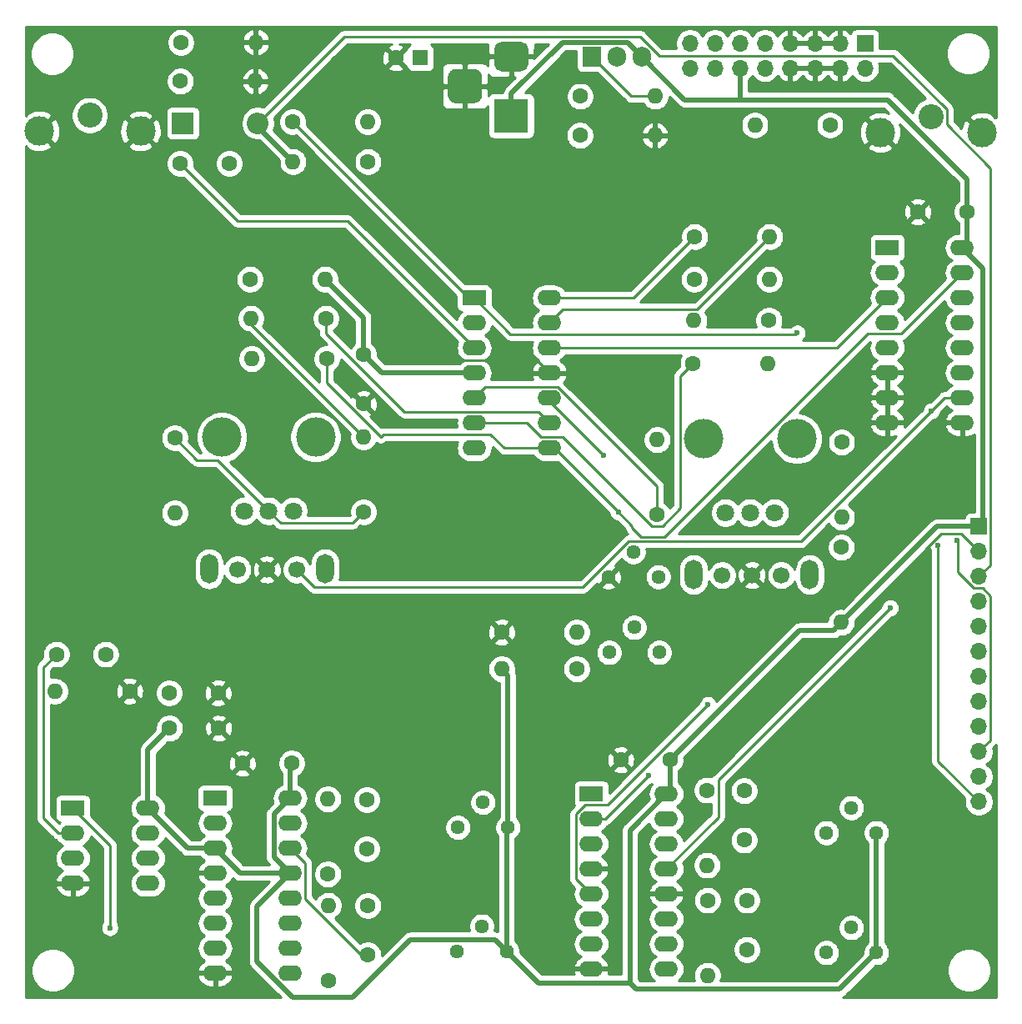
<source format=gbr>
G04 #@! TF.GenerationSoftware,KiCad,Pcbnew,5.1.10*
G04 #@! TF.CreationDate,2021-10-22T11:28:22+13:00*
G04 #@! TF.ProjectId,chroma_luma_invert,6368726f-6d61-45f6-9c75-6d615f696e76,rev?*
G04 #@! TF.SameCoordinates,Original*
G04 #@! TF.FileFunction,Copper,L2,Bot*
G04 #@! TF.FilePolarity,Positive*
%FSLAX46Y46*%
G04 Gerber Fmt 4.6, Leading zero omitted, Abs format (unit mm)*
G04 Created by KiCad (PCBNEW 5.1.10) date 2021-10-22 11:28:22*
%MOMM*%
%LPD*%
G01*
G04 APERTURE LIST*
G04 #@! TA.AperFunction,ComponentPad*
%ADD10C,1.600000*%
G04 #@! TD*
G04 #@! TA.AperFunction,ComponentPad*
%ADD11R,1.600000X1.600000*%
G04 #@! TD*
G04 #@! TA.AperFunction,ComponentPad*
%ADD12R,2.200000X2.200000*%
G04 #@! TD*
G04 #@! TA.AperFunction,ComponentPad*
%ADD13O,2.200000X2.200000*%
G04 #@! TD*
G04 #@! TA.AperFunction,ComponentPad*
%ADD14R,3.500000X3.500000*%
G04 #@! TD*
G04 #@! TA.AperFunction,ComponentPad*
%ADD15C,3.000000*%
G04 #@! TD*
G04 #@! TA.AperFunction,ComponentPad*
%ADD16C,2.550000*%
G04 #@! TD*
G04 #@! TA.AperFunction,ComponentPad*
%ADD17R,1.700000X1.700000*%
G04 #@! TD*
G04 #@! TA.AperFunction,ComponentPad*
%ADD18O,1.700000X1.700000*%
G04 #@! TD*
G04 #@! TA.AperFunction,ComponentPad*
%ADD19O,1.600000X1.600000*%
G04 #@! TD*
G04 #@! TA.AperFunction,ComponentPad*
%ADD20C,1.440000*%
G04 #@! TD*
G04 #@! TA.AperFunction,ComponentPad*
%ADD21C,1.800000*%
G04 #@! TD*
G04 #@! TA.AperFunction,WasherPad*
%ADD22C,4.000000*%
G04 #@! TD*
G04 #@! TA.AperFunction,ComponentPad*
%ADD23C,1.700000*%
G04 #@! TD*
G04 #@! TA.AperFunction,ComponentPad*
%ADD24O,1.800000X3.000000*%
G04 #@! TD*
G04 #@! TA.AperFunction,ComponentPad*
%ADD25O,2.400000X1.600000*%
G04 #@! TD*
G04 #@! TA.AperFunction,ComponentPad*
%ADD26R,2.400000X1.600000*%
G04 #@! TD*
G04 #@! TA.AperFunction,ComponentPad*
%ADD27R,1.905000X2.000000*%
G04 #@! TD*
G04 #@! TA.AperFunction,ComponentPad*
%ADD28O,1.905000X2.000000*%
G04 #@! TD*
G04 #@! TA.AperFunction,ViaPad*
%ADD29C,0.600000*%
G04 #@! TD*
G04 #@! TA.AperFunction,Conductor*
%ADD30C,0.250000*%
G04 #@! TD*
G04 #@! TA.AperFunction,Conductor*
%ADD31C,0.500000*%
G04 #@! TD*
G04 #@! TA.AperFunction,Conductor*
%ADD32C,0.254000*%
G04 #@! TD*
G04 #@! TA.AperFunction,Conductor*
%ADD33C,0.100000*%
G04 #@! TD*
G04 APERTURE END LIST*
D10*
X126400000Y-49625000D03*
X121400000Y-49625000D03*
D11*
X145800000Y-38900000D03*
D10*
X143300000Y-38900000D03*
X196320000Y-54530000D03*
X201320000Y-54530000D03*
X171140000Y-110180000D03*
X166140000Y-110180000D03*
X127720000Y-110530000D03*
X132720000Y-110530000D03*
X120310000Y-106970000D03*
X125310000Y-106970000D03*
X140010000Y-74020000D03*
X140010000Y-69020000D03*
X108825000Y-99450000D03*
X113825000Y-99450000D03*
X125275000Y-103375000D03*
X120275000Y-103375000D03*
X140360000Y-119210000D03*
X140360000Y-114210000D03*
X178675000Y-113325000D03*
X178675000Y-118325000D03*
X140460000Y-124970000D03*
X140460000Y-129970000D03*
X178975000Y-129425000D03*
X178975000Y-124425000D03*
D12*
X121675000Y-45525000D03*
D13*
X129295000Y-45525000D03*
D14*
X155030000Y-44770000D03*
G04 #@! TA.AperFunction,ComponentPad*
G36*
G01*
X154030000Y-37270000D02*
X156030000Y-37270000D01*
G75*
G02*
X156780000Y-38020000I0J-750000D01*
G01*
X156780000Y-39520000D01*
G75*
G02*
X156030000Y-40270000I-750000J0D01*
G01*
X154030000Y-40270000D01*
G75*
G02*
X153280000Y-39520000I0J750000D01*
G01*
X153280000Y-38020000D01*
G75*
G02*
X154030000Y-37270000I750000J0D01*
G01*
G37*
G04 #@! TD.AperFunction*
G04 #@! TA.AperFunction,ComponentPad*
G36*
G01*
X149455000Y-40020000D02*
X151205000Y-40020000D01*
G75*
G02*
X152080000Y-40895000I0J-875000D01*
G01*
X152080000Y-42645000D01*
G75*
G02*
X151205000Y-43520000I-875000J0D01*
G01*
X149455000Y-43520000D01*
G75*
G02*
X148580000Y-42645000I0J875000D01*
G01*
X148580000Y-40895000D01*
G75*
G02*
X149455000Y-40020000I875000J0D01*
G01*
G37*
G04 #@! TD.AperFunction*
D15*
X107075000Y-46325000D03*
X117375000Y-46325000D03*
D16*
X112225000Y-44725000D03*
D17*
X202520000Y-86490000D03*
D18*
X202520000Y-89030000D03*
X202520000Y-91570000D03*
X202520000Y-94110000D03*
X202520000Y-96650000D03*
X202520000Y-99190000D03*
X202520000Y-101730000D03*
X202520000Y-104270000D03*
X202520000Y-106810000D03*
X202520000Y-109350000D03*
X202520000Y-111890000D03*
X202520000Y-114430000D03*
D16*
X197650000Y-44875000D03*
D15*
X202800000Y-46475000D03*
X192500000Y-46475000D03*
D19*
X129095000Y-37325000D03*
D10*
X121475000Y-37325000D03*
D19*
X169645000Y-42800000D03*
D10*
X162025000Y-42800000D03*
X162000000Y-46775000D03*
D19*
X169620000Y-46775000D03*
D10*
X121425000Y-41275000D03*
D19*
X129045000Y-41275000D03*
X132860000Y-49430000D03*
D10*
X140480000Y-49430000D03*
X132825000Y-45375000D03*
D19*
X140445000Y-45375000D03*
D10*
X173660000Y-57050000D03*
D19*
X181280000Y-57050000D03*
X179770000Y-45720000D03*
D10*
X187390000Y-45720000D03*
D19*
X108655000Y-103200000D03*
D10*
X116275000Y-103200000D03*
X188560000Y-88600000D03*
D19*
X188560000Y-96220000D03*
X136400000Y-114155000D03*
D10*
X136400000Y-121775000D03*
D19*
X174925000Y-120870000D03*
D10*
X174925000Y-113250000D03*
X136425000Y-132575000D03*
D19*
X136425000Y-124955000D03*
X174950000Y-132045000D03*
D10*
X174950000Y-124425000D03*
X161675000Y-100950000D03*
D19*
X154055000Y-100950000D03*
D10*
X154050000Y-97210000D03*
D19*
X161670000Y-97210000D03*
X188575000Y-85545000D03*
D10*
X188575000Y-77925000D03*
X169850000Y-85300000D03*
D19*
X169850000Y-77680000D03*
D10*
X173500000Y-69920000D03*
D19*
X181120000Y-69920000D03*
D10*
X140025000Y-85000000D03*
D19*
X140025000Y-77380000D03*
X120850000Y-85095000D03*
D10*
X120850000Y-77475000D03*
D19*
X128580000Y-65350000D03*
D10*
X136200000Y-65350000D03*
X181200000Y-65540000D03*
D19*
X173580000Y-65540000D03*
D10*
X128480000Y-61370000D03*
D19*
X136100000Y-61370000D03*
X181230000Y-61370000D03*
D10*
X173610000Y-61370000D03*
D19*
X128680000Y-69450000D03*
D10*
X136300000Y-69450000D03*
D20*
X154675000Y-117025000D03*
X152135000Y-114485000D03*
X149595000Y-117025000D03*
X192100000Y-117575000D03*
X189560000Y-115035000D03*
X187020000Y-117575000D03*
X149495000Y-129600000D03*
X152035000Y-127060000D03*
X154575000Y-129600000D03*
X192100000Y-129750000D03*
X189560000Y-127210000D03*
X187020000Y-129750000D03*
X164970000Y-99275000D03*
X167510000Y-96735000D03*
X170050000Y-99275000D03*
D21*
X176775000Y-85075000D03*
X179275000Y-85075000D03*
X181775000Y-85075000D03*
D22*
X174525000Y-77575000D03*
X184025000Y-77575000D03*
X135150000Y-77400000D03*
X125650000Y-77400000D03*
D21*
X132900000Y-84900000D03*
X130400000Y-84900000D03*
X127900000Y-84900000D03*
D20*
X164895000Y-91600000D03*
X167435000Y-89060000D03*
X169975000Y-91600000D03*
D23*
X182450000Y-91425000D03*
X179450000Y-91425000D03*
X176450000Y-91425000D03*
D24*
X173550000Y-91375000D03*
X185350000Y-91375000D03*
X136125000Y-90800000D03*
X124325000Y-90800000D03*
D23*
X127225000Y-90850000D03*
X130225000Y-90850000D03*
X133225000Y-90850000D03*
D25*
X158895000Y-63275000D03*
X151275000Y-78515000D03*
X158895000Y-65815000D03*
X151275000Y-75975000D03*
X158895000Y-68355000D03*
X151275000Y-73435000D03*
X158895000Y-70895000D03*
X151275000Y-70895000D03*
X158895000Y-73435000D03*
X151275000Y-68355000D03*
X158895000Y-75975000D03*
X151275000Y-65815000D03*
X158895000Y-78515000D03*
D26*
X151275000Y-63275000D03*
D27*
X163200000Y-38775000D03*
D28*
X165740000Y-38775000D03*
X168280000Y-38775000D03*
D25*
X200830000Y-58160000D03*
X193210000Y-75940000D03*
X200830000Y-60700000D03*
X193210000Y-73400000D03*
X200830000Y-63240000D03*
X193210000Y-70860000D03*
X200830000Y-65780000D03*
X193210000Y-68320000D03*
X200830000Y-68320000D03*
X193210000Y-65780000D03*
X200830000Y-70860000D03*
X193210000Y-63240000D03*
X200830000Y-73400000D03*
X193210000Y-60700000D03*
X200830000Y-75940000D03*
D26*
X193210000Y-58160000D03*
X124950000Y-114050000D03*
D25*
X132570000Y-131830000D03*
X124950000Y-116590000D03*
X132570000Y-129290000D03*
X124950000Y-119130000D03*
X132570000Y-126750000D03*
X124950000Y-121670000D03*
X132570000Y-124210000D03*
X124950000Y-124210000D03*
X132570000Y-121670000D03*
X124950000Y-126750000D03*
X132570000Y-119130000D03*
X124950000Y-129290000D03*
X132570000Y-116590000D03*
X124950000Y-131830000D03*
X132570000Y-114050000D03*
D26*
X163150000Y-113625000D03*
D25*
X170770000Y-131405000D03*
X163150000Y-116165000D03*
X170770000Y-128865000D03*
X163150000Y-118705000D03*
X170770000Y-126325000D03*
X163150000Y-121245000D03*
X170770000Y-123785000D03*
X163150000Y-123785000D03*
X170770000Y-121245000D03*
X163150000Y-126325000D03*
X170770000Y-118705000D03*
X163150000Y-128865000D03*
X170770000Y-116165000D03*
X163150000Y-131405000D03*
X170770000Y-113625000D03*
D26*
X110500000Y-115075000D03*
D25*
X118120000Y-122695000D03*
X110500000Y-117615000D03*
X118120000Y-120155000D03*
X110500000Y-120155000D03*
X118120000Y-117615000D03*
X110500000Y-122695000D03*
X118120000Y-115075000D03*
D17*
X190960000Y-37410000D03*
D18*
X190960000Y-39950000D03*
X188420000Y-37410000D03*
X188420000Y-39950000D03*
X185880000Y-37410000D03*
X185880000Y-39950000D03*
X183340000Y-37410000D03*
X183340000Y-39950000D03*
X180800000Y-37410000D03*
X180800000Y-39950000D03*
X178260000Y-37410000D03*
X178260000Y-39950000D03*
X175720000Y-37410000D03*
X175720000Y-39950000D03*
X173180000Y-37410000D03*
X173180000Y-39950000D03*
D29*
X196140000Y-78770000D03*
X197060000Y-90190000D03*
X149760000Y-58350000D03*
X146200000Y-57390000D03*
X146810000Y-69640000D03*
X129295000Y-45525000D03*
X184080000Y-66840000D03*
X165930000Y-85040000D03*
X114260000Y-127230000D03*
X175010000Y-104570000D03*
X200330000Y-87850000D03*
X198380000Y-88420000D03*
X197712499Y-74742499D03*
X193520000Y-94750000D03*
X169010000Y-111750000D03*
X164390000Y-79220000D03*
D30*
X151275000Y-68355000D02*
X138390000Y-55470000D01*
X127245000Y-55470000D02*
X121400000Y-49625000D01*
X138390000Y-55470000D02*
X127245000Y-55470000D01*
X198970000Y-75940000D02*
X196140000Y-78770000D01*
X200830000Y-75940000D02*
X198970000Y-75940000D01*
X197060000Y-88814998D02*
X197060000Y-90190000D01*
X198649999Y-87224999D02*
X197060000Y-88814998D01*
X200714999Y-87224999D02*
X198649999Y-87224999D01*
X202520000Y-89030000D02*
X200714999Y-87224999D01*
X148800000Y-57390000D02*
X146200000Y-57390000D01*
X149760000Y-58350000D02*
X148800000Y-57390000D01*
X157640000Y-69640000D02*
X158895000Y-70895000D01*
X146810000Y-69640000D02*
X157640000Y-69640000D01*
D31*
X129295000Y-45865000D02*
X129295000Y-45525000D01*
X132860000Y-49430000D02*
X129295000Y-45865000D01*
D30*
X138070020Y-36749980D02*
X129295000Y-45525000D01*
X168109151Y-36749980D02*
X138070020Y-36749980D01*
X170034172Y-38675001D02*
X168109151Y-36749980D01*
X193818003Y-38675001D02*
X170034172Y-38675001D01*
X199250001Y-44106999D02*
X193818003Y-38675001D01*
X199250001Y-45643001D02*
X199250001Y-44106999D01*
X203695001Y-50088001D02*
X199250001Y-45643001D01*
X203695001Y-90394999D02*
X203695001Y-50088001D01*
X202520000Y-91570000D02*
X203695001Y-90394999D01*
D31*
X166829990Y-37324990D02*
X168280000Y-38775000D01*
X160225010Y-37324990D02*
X166829990Y-37324990D01*
X155030000Y-42520000D02*
X160225010Y-37324990D01*
X155030000Y-44770000D02*
X155030000Y-42520000D01*
X201320000Y-51220000D02*
X201320000Y-54530000D01*
X193249999Y-43149999D02*
X201320000Y-51220000D01*
X168280000Y-38775000D02*
X172654999Y-43149999D01*
X201320000Y-57670000D02*
X200830000Y-58160000D01*
X201320000Y-54530000D02*
X201320000Y-57670000D01*
X200830000Y-58160000D02*
X202950000Y-60280000D01*
X202950000Y-86060000D02*
X202520000Y-86490000D01*
X202950000Y-60280000D02*
X202950000Y-86060000D01*
X198290000Y-86490000D02*
X188560000Y-96220000D01*
X202520000Y-86490000D02*
X198290000Y-86490000D01*
X184300001Y-97019999D02*
X171140000Y-110180000D01*
X187760001Y-97019999D02*
X184300001Y-97019999D01*
X188560000Y-96220000D02*
X187760001Y-97019999D01*
X171140000Y-113255000D02*
X170770000Y-113625000D01*
X171140000Y-110180000D02*
X171140000Y-113255000D01*
X170770000Y-113625000D02*
X167080000Y-117315000D01*
X167080000Y-132810000D02*
X167740000Y-133470000D01*
X167080000Y-117315000D02*
X167080000Y-132810000D01*
X188380000Y-133470000D02*
X192100000Y-129750000D01*
X167740000Y-133470000D02*
X188380000Y-133470000D01*
X192100000Y-129750000D02*
X192100000Y-117575000D01*
X157785000Y-132810000D02*
X154575000Y-129600000D01*
X167080000Y-132810000D02*
X157785000Y-132810000D01*
X154575000Y-117125000D02*
X154675000Y-117025000D01*
X154575000Y-129600000D02*
X154575000Y-117125000D01*
X153404999Y-128429999D02*
X144770001Y-128429999D01*
X144770001Y-128429999D02*
X138930000Y-134270000D01*
X154575000Y-129600000D02*
X153404999Y-128429999D01*
X132842219Y-134270000D02*
X129220000Y-130647781D01*
X138930000Y-134270000D02*
X132842219Y-134270000D01*
X129220000Y-125020000D02*
X132570000Y-121670000D01*
X129220000Y-130647781D02*
X129220000Y-125020000D01*
X127490000Y-121670000D02*
X124950000Y-119130000D01*
X132570000Y-121670000D02*
X127490000Y-121670000D01*
X130919990Y-115700010D02*
X132570000Y-114050000D01*
X130919990Y-120019990D02*
X130919990Y-115700010D01*
X132570000Y-121670000D02*
X130919990Y-120019990D01*
X132570000Y-110680000D02*
X132720000Y-110530000D01*
X132570000Y-114050000D02*
X132570000Y-110680000D01*
X122175000Y-119130000D02*
X118120000Y-115075000D01*
X124950000Y-119130000D02*
X122175000Y-119130000D01*
X118120000Y-109160000D02*
X120310000Y-106970000D01*
X118120000Y-115075000D02*
X118120000Y-109160000D01*
X154675000Y-101570000D02*
X154055000Y-100950000D01*
X154675000Y-117025000D02*
X154675000Y-101570000D01*
X136380000Y-61090000D02*
X136100000Y-61370000D01*
X140010000Y-65280000D02*
X140010000Y-69020000D01*
X136100000Y-61370000D02*
X140010000Y-65280000D01*
X140010000Y-69020000D02*
X141840000Y-70850000D01*
X151230000Y-70850000D02*
X151275000Y-70895000D01*
X141840000Y-70850000D02*
X151230000Y-70850000D01*
X178260000Y-43039998D02*
X178370001Y-43149999D01*
X178260000Y-39950000D02*
X178260000Y-43039998D01*
X178370001Y-43149999D02*
X193249999Y-43149999D01*
X172654999Y-43149999D02*
X178370001Y-43149999D01*
D30*
X150725000Y-63275000D02*
X132825000Y-45375000D01*
X151275000Y-63275000D02*
X150725000Y-63275000D01*
X128580000Y-65935000D02*
X128580000Y-65350000D01*
X140025000Y-77380000D02*
X128580000Y-65935000D01*
X183979990Y-66940010D02*
X184080000Y-66840000D01*
X154940010Y-66940010D02*
X183979990Y-66940010D01*
X151275000Y-63275000D02*
X154940010Y-66940010D01*
X136300000Y-71915001D02*
X136300000Y-69450000D01*
X141774989Y-77389990D02*
X136300000Y-71915001D01*
X158895000Y-78515000D02*
X159185001Y-78805001D01*
X158895000Y-78515000D02*
X154325000Y-78515000D01*
X142064969Y-77100010D02*
X141774989Y-77389990D01*
X152910010Y-77100010D02*
X142064969Y-77100010D01*
X154325000Y-78515000D02*
X152910010Y-77100010D01*
X194624990Y-66905010D02*
X200830000Y-60700000D01*
X191253988Y-66905010D02*
X194624990Y-66905010D01*
X170618998Y-87540000D02*
X191253988Y-66905010D01*
X167315001Y-86625001D02*
X168230000Y-87540000D01*
X167315001Y-86425001D02*
X167315001Y-86625001D01*
X168230000Y-87540000D02*
X170618998Y-87540000D01*
X158895000Y-78515000D02*
X159405000Y-78515000D01*
X165930000Y-85040000D02*
X167315001Y-86425001D01*
X159405000Y-78515000D02*
X165930000Y-85040000D01*
X114260000Y-118835000D02*
X110500000Y-115075000D01*
X114260000Y-127230000D02*
X114260000Y-118835000D01*
X164829999Y-114750001D02*
X175010000Y-104570000D01*
X162573995Y-114750001D02*
X164829999Y-114750001D01*
X161624990Y-115699006D02*
X162573995Y-114750001D01*
X161624990Y-122259990D02*
X161624990Y-115699006D01*
X163150000Y-123785000D02*
X161624990Y-122259990D01*
X201955999Y-92745001D02*
X200350000Y-91139002D01*
X202894003Y-92745001D02*
X201955999Y-92745001D01*
X203695001Y-93545999D02*
X202894003Y-92745001D01*
X203695001Y-108174999D02*
X203695001Y-93545999D01*
X202520000Y-109350000D02*
X203695001Y-108174999D01*
X200350000Y-91139002D02*
X200350000Y-88440000D01*
X200350000Y-87870000D02*
X200330000Y-87850000D01*
X200350000Y-88440000D02*
X200350000Y-87870000D01*
X199054998Y-73400000D02*
X200830000Y-73400000D01*
X166958388Y-87990010D02*
X184464988Y-87990010D01*
X162323388Y-92625010D02*
X166958388Y-87990010D01*
X135000010Y-92625010D02*
X162323388Y-92625010D01*
X133225000Y-90850000D02*
X135000010Y-92625010D01*
X198380000Y-110290000D02*
X198380000Y-88420000D01*
X202520000Y-114430000D02*
X198380000Y-110290000D01*
X197712499Y-74742499D02*
X199054998Y-73400000D01*
X184464988Y-87990010D02*
X197712499Y-74742499D01*
X167225000Y-42800000D02*
X163200000Y-38775000D01*
X169645000Y-42800000D02*
X167225000Y-42800000D01*
X176050001Y-112219999D02*
X193520000Y-94750000D01*
X176050001Y-115964999D02*
X176050001Y-112219999D01*
X170770000Y-121245000D02*
X176050001Y-115964999D01*
X188095000Y-68355000D02*
X193210000Y-63240000D01*
X158895000Y-68355000D02*
X188095000Y-68355000D01*
X163150000Y-116165000D02*
X164515000Y-116165000D01*
X164595000Y-116165000D02*
X169010000Y-111750000D01*
X163150000Y-116165000D02*
X164595000Y-116165000D01*
X139774998Y-129970000D02*
X140460000Y-129970000D01*
X134095010Y-124290012D02*
X139774998Y-129970000D01*
X134095010Y-120655010D02*
X134095010Y-124290012D01*
X132570000Y-119130000D02*
X134095010Y-120655010D01*
X187390000Y-45720000D02*
X187420000Y-45720000D01*
X167435000Y-63275000D02*
X173660000Y-57050000D01*
X158895000Y-63275000D02*
X167435000Y-63275000D01*
X125225001Y-79725001D02*
X130400000Y-84900000D01*
X123100001Y-79725001D02*
X125225001Y-79725001D01*
X120850000Y-77475000D02*
X123100001Y-79725001D01*
X138899999Y-86125001D02*
X140025000Y-85000000D01*
X131625001Y-86125001D02*
X138899999Y-86125001D01*
X130400000Y-84900000D02*
X131625001Y-86125001D01*
X158895000Y-73725000D02*
X164390000Y-79220000D01*
X158895000Y-73435000D02*
X158895000Y-73725000D01*
X144174988Y-74849990D02*
X136200000Y-66875002D01*
X136200000Y-66875002D02*
X136200000Y-65350000D01*
X157769990Y-74849990D02*
X144174988Y-74849990D01*
X158895000Y-75975000D02*
X157769990Y-74849990D01*
X107529999Y-100745001D02*
X108825000Y-99450000D01*
X107529999Y-116094999D02*
X107529999Y-100745001D01*
X109050000Y-117615000D02*
X107529999Y-116094999D01*
X110500000Y-117615000D02*
X109050000Y-117615000D01*
X173915001Y-64414999D02*
X181280000Y-57050000D01*
X160295001Y-64414999D02*
X173915001Y-64414999D01*
X158895000Y-65815000D02*
X160295001Y-64414999D01*
X169850000Y-82398996D02*
X169850000Y-85300000D01*
X159760994Y-72309990D02*
X169850000Y-82398996D01*
X152400010Y-72309990D02*
X159760994Y-72309990D01*
X151275000Y-73435000D02*
X152400010Y-72309990D01*
X172199999Y-71220001D02*
X173500000Y-69920000D01*
X172199999Y-84615003D02*
X172199999Y-71220001D01*
X170390001Y-86425001D02*
X172199999Y-84615003D01*
X169309999Y-86425001D02*
X170390001Y-86425001D01*
X160274988Y-77389990D02*
X169309999Y-86425001D01*
X158029006Y-77389990D02*
X160274988Y-77389990D01*
X156614016Y-75975000D02*
X158029006Y-77389990D01*
X151275000Y-75975000D02*
X156614016Y-75975000D01*
D32*
X197480932Y-88692729D02*
X197551414Y-88862889D01*
X197620001Y-88965537D01*
X197620000Y-110252678D01*
X197616324Y-110290000D01*
X197620000Y-110327322D01*
X197620000Y-110327332D01*
X197630997Y-110438985D01*
X197658606Y-110530000D01*
X197674454Y-110582246D01*
X197745026Y-110714276D01*
X197767628Y-110741816D01*
X197839999Y-110830001D01*
X197869003Y-110853804D01*
X201078790Y-114063592D01*
X201035000Y-114283740D01*
X201035000Y-114576260D01*
X201092068Y-114863158D01*
X201204010Y-115133411D01*
X201366525Y-115376632D01*
X201573368Y-115583475D01*
X201816589Y-115745990D01*
X202086842Y-115857932D01*
X202373740Y-115915000D01*
X202666260Y-115915000D01*
X202953158Y-115857932D01*
X203223411Y-115745990D01*
X203466632Y-115583475D01*
X203673475Y-115376632D01*
X203835990Y-115133411D01*
X203947932Y-114863158D01*
X204005000Y-114576260D01*
X204005000Y-114283740D01*
X203947932Y-113996842D01*
X203835990Y-113726589D01*
X203673475Y-113483368D01*
X203466632Y-113276525D01*
X203292240Y-113160000D01*
X203466632Y-113043475D01*
X203673475Y-112836632D01*
X203835990Y-112593411D01*
X203947932Y-112323158D01*
X204005000Y-112036260D01*
X204005000Y-111743740D01*
X203947932Y-111456842D01*
X203835990Y-111186589D01*
X203673475Y-110943368D01*
X203466632Y-110736525D01*
X203292240Y-110620000D01*
X203466632Y-110503475D01*
X203673475Y-110296632D01*
X203835990Y-110053411D01*
X203947932Y-109783158D01*
X204005000Y-109496260D01*
X204005000Y-109203740D01*
X203961210Y-108983592D01*
X204206005Y-108738797D01*
X204235002Y-108715000D01*
X204290001Y-108647984D01*
X204290001Y-134290000D01*
X188723286Y-134290000D01*
X188874059Y-134209411D01*
X189008817Y-134098817D01*
X189036534Y-134065044D01*
X191796706Y-131304872D01*
X199265000Y-131304872D01*
X199265000Y-131745128D01*
X199350890Y-132176925D01*
X199519369Y-132583669D01*
X199763962Y-132949729D01*
X200075271Y-133261038D01*
X200441331Y-133505631D01*
X200848075Y-133674110D01*
X201279872Y-133760000D01*
X201720128Y-133760000D01*
X202151925Y-133674110D01*
X202558669Y-133505631D01*
X202924729Y-133261038D01*
X203236038Y-132949729D01*
X203480631Y-132583669D01*
X203649110Y-132176925D01*
X203735000Y-131745128D01*
X203735000Y-131304872D01*
X203649110Y-130873075D01*
X203480631Y-130466331D01*
X203236038Y-130100271D01*
X202924729Y-129788962D01*
X202558669Y-129544369D01*
X202151925Y-129375890D01*
X201720128Y-129290000D01*
X201279872Y-129290000D01*
X200848075Y-129375890D01*
X200441331Y-129544369D01*
X200075271Y-129788962D01*
X199763962Y-130100271D01*
X199519369Y-130466331D01*
X199350890Y-130873075D01*
X199265000Y-131304872D01*
X191796706Y-131304872D01*
X191996579Y-131105000D01*
X192233456Y-131105000D01*
X192495239Y-131052928D01*
X192741833Y-130950785D01*
X192963762Y-130802497D01*
X193152497Y-130613762D01*
X193300785Y-130391833D01*
X193402928Y-130145239D01*
X193455000Y-129883456D01*
X193455000Y-129616544D01*
X193402928Y-129354761D01*
X193300785Y-129108167D01*
X193152497Y-128886238D01*
X192985000Y-128718741D01*
X192985000Y-118606259D01*
X193152497Y-118438762D01*
X193300785Y-118216833D01*
X193402928Y-117970239D01*
X193455000Y-117708456D01*
X193455000Y-117441544D01*
X193402928Y-117179761D01*
X193300785Y-116933167D01*
X193152497Y-116711238D01*
X192963762Y-116522503D01*
X192741833Y-116374215D01*
X192495239Y-116272072D01*
X192233456Y-116220000D01*
X191966544Y-116220000D01*
X191704761Y-116272072D01*
X191458167Y-116374215D01*
X191236238Y-116522503D01*
X191047503Y-116711238D01*
X190899215Y-116933167D01*
X190797072Y-117179761D01*
X190745000Y-117441544D01*
X190745000Y-117708456D01*
X190797072Y-117970239D01*
X190899215Y-118216833D01*
X191047503Y-118438762D01*
X191215001Y-118606260D01*
X191215000Y-128718741D01*
X191047503Y-128886238D01*
X190899215Y-129108167D01*
X190797072Y-129354761D01*
X190745000Y-129616544D01*
X190745000Y-129853421D01*
X188013422Y-132585000D01*
X176279557Y-132585000D01*
X176329853Y-132463574D01*
X176385000Y-132186335D01*
X176385000Y-131903665D01*
X176329853Y-131626426D01*
X176221680Y-131365273D01*
X176064637Y-131130241D01*
X175864759Y-130930363D01*
X175629727Y-130773320D01*
X175368574Y-130665147D01*
X175091335Y-130610000D01*
X174808665Y-130610000D01*
X174531426Y-130665147D01*
X174270273Y-130773320D01*
X174035241Y-130930363D01*
X173835363Y-131130241D01*
X173678320Y-131365273D01*
X173570147Y-131626426D01*
X173515000Y-131903665D01*
X173515000Y-132186335D01*
X173570147Y-132463574D01*
X173620443Y-132585000D01*
X171994170Y-132585000D01*
X172189608Y-132424608D01*
X172368932Y-132206101D01*
X172502182Y-131956808D01*
X172584236Y-131686309D01*
X172611943Y-131405000D01*
X172584236Y-131123691D01*
X172502182Y-130853192D01*
X172368932Y-130603899D01*
X172189608Y-130385392D01*
X171971101Y-130206068D01*
X171838142Y-130135000D01*
X171971101Y-130063932D01*
X172189608Y-129884608D01*
X172368932Y-129666101D01*
X172502182Y-129416808D01*
X172542570Y-129283665D01*
X177540000Y-129283665D01*
X177540000Y-129566335D01*
X177595147Y-129843574D01*
X177703320Y-130104727D01*
X177860363Y-130339759D01*
X178060241Y-130539637D01*
X178295273Y-130696680D01*
X178556426Y-130804853D01*
X178833665Y-130860000D01*
X179116335Y-130860000D01*
X179393574Y-130804853D01*
X179654727Y-130696680D01*
X179889759Y-130539637D01*
X180089637Y-130339759D01*
X180246680Y-130104727D01*
X180354853Y-129843574D01*
X180400012Y-129616544D01*
X185665000Y-129616544D01*
X185665000Y-129883456D01*
X185717072Y-130145239D01*
X185819215Y-130391833D01*
X185967503Y-130613762D01*
X186156238Y-130802497D01*
X186378167Y-130950785D01*
X186624761Y-131052928D01*
X186886544Y-131105000D01*
X187153456Y-131105000D01*
X187415239Y-131052928D01*
X187661833Y-130950785D01*
X187883762Y-130802497D01*
X188072497Y-130613762D01*
X188220785Y-130391833D01*
X188322928Y-130145239D01*
X188375000Y-129883456D01*
X188375000Y-129616544D01*
X188322928Y-129354761D01*
X188220785Y-129108167D01*
X188072497Y-128886238D01*
X187883762Y-128697503D01*
X187661833Y-128549215D01*
X187415239Y-128447072D01*
X187153456Y-128395000D01*
X186886544Y-128395000D01*
X186624761Y-128447072D01*
X186378167Y-128549215D01*
X186156238Y-128697503D01*
X185967503Y-128886238D01*
X185819215Y-129108167D01*
X185717072Y-129354761D01*
X185665000Y-129616544D01*
X180400012Y-129616544D01*
X180410000Y-129566335D01*
X180410000Y-129283665D01*
X180354853Y-129006426D01*
X180246680Y-128745273D01*
X180089637Y-128510241D01*
X179889759Y-128310363D01*
X179654727Y-128153320D01*
X179393574Y-128045147D01*
X179116335Y-127990000D01*
X178833665Y-127990000D01*
X178556426Y-128045147D01*
X178295273Y-128153320D01*
X178060241Y-128310363D01*
X177860363Y-128510241D01*
X177703320Y-128745273D01*
X177595147Y-129006426D01*
X177540000Y-129283665D01*
X172542570Y-129283665D01*
X172584236Y-129146309D01*
X172611943Y-128865000D01*
X172584236Y-128583691D01*
X172502182Y-128313192D01*
X172368932Y-128063899D01*
X172189608Y-127845392D01*
X171971101Y-127666068D01*
X171838142Y-127595000D01*
X171971101Y-127523932D01*
X172189608Y-127344608D01*
X172368932Y-127126101D01*
X172395420Y-127076544D01*
X188205000Y-127076544D01*
X188205000Y-127343456D01*
X188257072Y-127605239D01*
X188359215Y-127851833D01*
X188507503Y-128073762D01*
X188696238Y-128262497D01*
X188918167Y-128410785D01*
X189164761Y-128512928D01*
X189426544Y-128565000D01*
X189693456Y-128565000D01*
X189955239Y-128512928D01*
X190201833Y-128410785D01*
X190423762Y-128262497D01*
X190612497Y-128073762D01*
X190760785Y-127851833D01*
X190862928Y-127605239D01*
X190915000Y-127343456D01*
X190915000Y-127076544D01*
X190862928Y-126814761D01*
X190760785Y-126568167D01*
X190612497Y-126346238D01*
X190423762Y-126157503D01*
X190201833Y-126009215D01*
X189955239Y-125907072D01*
X189693456Y-125855000D01*
X189426544Y-125855000D01*
X189164761Y-125907072D01*
X188918167Y-126009215D01*
X188696238Y-126157503D01*
X188507503Y-126346238D01*
X188359215Y-126568167D01*
X188257072Y-126814761D01*
X188205000Y-127076544D01*
X172395420Y-127076544D01*
X172502182Y-126876808D01*
X172584236Y-126606309D01*
X172611943Y-126325000D01*
X172584236Y-126043691D01*
X172502182Y-125773192D01*
X172368932Y-125523899D01*
X172189608Y-125305392D01*
X171971101Y-125126068D01*
X171843259Y-125057735D01*
X172072839Y-124907601D01*
X172274500Y-124709895D01*
X172433715Y-124476646D01*
X172515899Y-124283665D01*
X173515000Y-124283665D01*
X173515000Y-124566335D01*
X173570147Y-124843574D01*
X173678320Y-125104727D01*
X173835363Y-125339759D01*
X174035241Y-125539637D01*
X174270273Y-125696680D01*
X174531426Y-125804853D01*
X174808665Y-125860000D01*
X175091335Y-125860000D01*
X175368574Y-125804853D01*
X175629727Y-125696680D01*
X175864759Y-125539637D01*
X176064637Y-125339759D01*
X176221680Y-125104727D01*
X176329853Y-124843574D01*
X176385000Y-124566335D01*
X176385000Y-124283665D01*
X177540000Y-124283665D01*
X177540000Y-124566335D01*
X177595147Y-124843574D01*
X177703320Y-125104727D01*
X177860363Y-125339759D01*
X178060241Y-125539637D01*
X178295273Y-125696680D01*
X178556426Y-125804853D01*
X178833665Y-125860000D01*
X179116335Y-125860000D01*
X179393574Y-125804853D01*
X179654727Y-125696680D01*
X179889759Y-125539637D01*
X180089637Y-125339759D01*
X180246680Y-125104727D01*
X180354853Y-124843574D01*
X180410000Y-124566335D01*
X180410000Y-124283665D01*
X180354853Y-124006426D01*
X180246680Y-123745273D01*
X180089637Y-123510241D01*
X179889759Y-123310363D01*
X179654727Y-123153320D01*
X179393574Y-123045147D01*
X179116335Y-122990000D01*
X178833665Y-122990000D01*
X178556426Y-123045147D01*
X178295273Y-123153320D01*
X178060241Y-123310363D01*
X177860363Y-123510241D01*
X177703320Y-123745273D01*
X177595147Y-124006426D01*
X177540000Y-124283665D01*
X176385000Y-124283665D01*
X176329853Y-124006426D01*
X176221680Y-123745273D01*
X176064637Y-123510241D01*
X175864759Y-123310363D01*
X175629727Y-123153320D01*
X175368574Y-123045147D01*
X175091335Y-122990000D01*
X174808665Y-122990000D01*
X174531426Y-123045147D01*
X174270273Y-123153320D01*
X174035241Y-123310363D01*
X173835363Y-123510241D01*
X173678320Y-123745273D01*
X173570147Y-124006426D01*
X173515000Y-124283665D01*
X172515899Y-124283665D01*
X172544367Y-124216818D01*
X172561904Y-124134039D01*
X172439915Y-123912000D01*
X170897000Y-123912000D01*
X170897000Y-123932000D01*
X170643000Y-123932000D01*
X170643000Y-123912000D01*
X169100085Y-123912000D01*
X168978096Y-124134039D01*
X168995633Y-124216818D01*
X169106285Y-124476646D01*
X169265500Y-124709895D01*
X169467161Y-124907601D01*
X169696741Y-125057735D01*
X169568899Y-125126068D01*
X169350392Y-125305392D01*
X169171068Y-125523899D01*
X169037818Y-125773192D01*
X168955764Y-126043691D01*
X168928057Y-126325000D01*
X168955764Y-126606309D01*
X169037818Y-126876808D01*
X169171068Y-127126101D01*
X169350392Y-127344608D01*
X169568899Y-127523932D01*
X169701858Y-127595000D01*
X169568899Y-127666068D01*
X169350392Y-127845392D01*
X169171068Y-128063899D01*
X169037818Y-128313192D01*
X168955764Y-128583691D01*
X168928057Y-128865000D01*
X168955764Y-129146309D01*
X169037818Y-129416808D01*
X169171068Y-129666101D01*
X169350392Y-129884608D01*
X169568899Y-130063932D01*
X169701858Y-130135000D01*
X169568899Y-130206068D01*
X169350392Y-130385392D01*
X169171068Y-130603899D01*
X169037818Y-130853192D01*
X168955764Y-131123691D01*
X168928057Y-131405000D01*
X168955764Y-131686309D01*
X169037818Y-131956808D01*
X169171068Y-132206101D01*
X169350392Y-132424608D01*
X169545830Y-132585000D01*
X168106579Y-132585000D01*
X167965000Y-132443422D01*
X167965000Y-117681578D01*
X169012671Y-116633908D01*
X169037818Y-116716808D01*
X169171068Y-116966101D01*
X169350392Y-117184608D01*
X169568899Y-117363932D01*
X169701858Y-117435000D01*
X169568899Y-117506068D01*
X169350392Y-117685392D01*
X169171068Y-117903899D01*
X169037818Y-118153192D01*
X168955764Y-118423691D01*
X168928057Y-118705000D01*
X168955764Y-118986309D01*
X169037818Y-119256808D01*
X169171068Y-119506101D01*
X169350392Y-119724608D01*
X169568899Y-119903932D01*
X169701858Y-119975000D01*
X169568899Y-120046068D01*
X169350392Y-120225392D01*
X169171068Y-120443899D01*
X169037818Y-120693192D01*
X168955764Y-120963691D01*
X168928057Y-121245000D01*
X168955764Y-121526309D01*
X169037818Y-121796808D01*
X169171068Y-122046101D01*
X169350392Y-122264608D01*
X169568899Y-122443932D01*
X169696741Y-122512265D01*
X169467161Y-122662399D01*
X169265500Y-122860105D01*
X169106285Y-123093354D01*
X168995633Y-123353182D01*
X168978096Y-123435961D01*
X169100085Y-123658000D01*
X170643000Y-123658000D01*
X170643000Y-123638000D01*
X170897000Y-123638000D01*
X170897000Y-123658000D01*
X172439915Y-123658000D01*
X172561904Y-123435961D01*
X172544367Y-123353182D01*
X172433715Y-123093354D01*
X172274500Y-122860105D01*
X172072839Y-122662399D01*
X171843259Y-122512265D01*
X171971101Y-122443932D01*
X172189608Y-122264608D01*
X172368932Y-122046101D01*
X172502182Y-121796808D01*
X172584236Y-121526309D01*
X172611943Y-121245000D01*
X172584236Y-120963691D01*
X172512943Y-120728665D01*
X173490000Y-120728665D01*
X173490000Y-121011335D01*
X173545147Y-121288574D01*
X173653320Y-121549727D01*
X173810363Y-121784759D01*
X174010241Y-121984637D01*
X174245273Y-122141680D01*
X174506426Y-122249853D01*
X174783665Y-122305000D01*
X175066335Y-122305000D01*
X175343574Y-122249853D01*
X175604727Y-122141680D01*
X175839759Y-121984637D01*
X176039637Y-121784759D01*
X176196680Y-121549727D01*
X176304853Y-121288574D01*
X176360000Y-121011335D01*
X176360000Y-120728665D01*
X176304853Y-120451426D01*
X176196680Y-120190273D01*
X176039637Y-119955241D01*
X175839759Y-119755363D01*
X175604727Y-119598320D01*
X175343574Y-119490147D01*
X175066335Y-119435000D01*
X174783665Y-119435000D01*
X174506426Y-119490147D01*
X174245273Y-119598320D01*
X174010241Y-119755363D01*
X173810363Y-119955241D01*
X173653320Y-120190273D01*
X173545147Y-120451426D01*
X173490000Y-120728665D01*
X172512943Y-120728665D01*
X172502182Y-120693192D01*
X172465408Y-120624393D01*
X174906136Y-118183665D01*
X177240000Y-118183665D01*
X177240000Y-118466335D01*
X177295147Y-118743574D01*
X177403320Y-119004727D01*
X177560363Y-119239759D01*
X177760241Y-119439637D01*
X177995273Y-119596680D01*
X178256426Y-119704853D01*
X178533665Y-119760000D01*
X178816335Y-119760000D01*
X179093574Y-119704853D01*
X179354727Y-119596680D01*
X179589759Y-119439637D01*
X179789637Y-119239759D01*
X179946680Y-119004727D01*
X180054853Y-118743574D01*
X180110000Y-118466335D01*
X180110000Y-118183665D01*
X180054853Y-117906426D01*
X179946680Y-117645273D01*
X179810553Y-117441544D01*
X185665000Y-117441544D01*
X185665000Y-117708456D01*
X185717072Y-117970239D01*
X185819215Y-118216833D01*
X185967503Y-118438762D01*
X186156238Y-118627497D01*
X186378167Y-118775785D01*
X186624761Y-118877928D01*
X186886544Y-118930000D01*
X187153456Y-118930000D01*
X187415239Y-118877928D01*
X187661833Y-118775785D01*
X187883762Y-118627497D01*
X188072497Y-118438762D01*
X188220785Y-118216833D01*
X188322928Y-117970239D01*
X188375000Y-117708456D01*
X188375000Y-117441544D01*
X188322928Y-117179761D01*
X188220785Y-116933167D01*
X188072497Y-116711238D01*
X187883762Y-116522503D01*
X187661833Y-116374215D01*
X187415239Y-116272072D01*
X187153456Y-116220000D01*
X186886544Y-116220000D01*
X186624761Y-116272072D01*
X186378167Y-116374215D01*
X186156238Y-116522503D01*
X185967503Y-116711238D01*
X185819215Y-116933167D01*
X185717072Y-117179761D01*
X185665000Y-117441544D01*
X179810553Y-117441544D01*
X179789637Y-117410241D01*
X179589759Y-117210363D01*
X179354727Y-117053320D01*
X179093574Y-116945147D01*
X178816335Y-116890000D01*
X178533665Y-116890000D01*
X178256426Y-116945147D01*
X177995273Y-117053320D01*
X177760241Y-117210363D01*
X177560363Y-117410241D01*
X177403320Y-117645273D01*
X177295147Y-117906426D01*
X177240000Y-118183665D01*
X174906136Y-118183665D01*
X176561005Y-116528797D01*
X176590002Y-116505000D01*
X176623238Y-116464502D01*
X176684975Y-116389276D01*
X176755547Y-116257246D01*
X176784670Y-116161238D01*
X176799004Y-116113985D01*
X176810001Y-116002332D01*
X176810001Y-116002323D01*
X176813677Y-115965000D01*
X176810001Y-115927677D01*
X176810001Y-114901544D01*
X188205000Y-114901544D01*
X188205000Y-115168456D01*
X188257072Y-115430239D01*
X188359215Y-115676833D01*
X188507503Y-115898762D01*
X188696238Y-116087497D01*
X188918167Y-116235785D01*
X189164761Y-116337928D01*
X189426544Y-116390000D01*
X189693456Y-116390000D01*
X189955239Y-116337928D01*
X190201833Y-116235785D01*
X190423762Y-116087497D01*
X190612497Y-115898762D01*
X190760785Y-115676833D01*
X190862928Y-115430239D01*
X190915000Y-115168456D01*
X190915000Y-114901544D01*
X190862928Y-114639761D01*
X190760785Y-114393167D01*
X190612497Y-114171238D01*
X190423762Y-113982503D01*
X190201833Y-113834215D01*
X189955239Y-113732072D01*
X189693456Y-113680000D01*
X189426544Y-113680000D01*
X189164761Y-113732072D01*
X188918167Y-113834215D01*
X188696238Y-113982503D01*
X188507503Y-114171238D01*
X188359215Y-114393167D01*
X188257072Y-114639761D01*
X188205000Y-114901544D01*
X176810001Y-114901544D01*
X176810001Y-113183665D01*
X177240000Y-113183665D01*
X177240000Y-113466335D01*
X177295147Y-113743574D01*
X177403320Y-114004727D01*
X177560363Y-114239759D01*
X177760241Y-114439637D01*
X177995273Y-114596680D01*
X178256426Y-114704853D01*
X178533665Y-114760000D01*
X178816335Y-114760000D01*
X179093574Y-114704853D01*
X179354727Y-114596680D01*
X179589759Y-114439637D01*
X179789637Y-114239759D01*
X179946680Y-114004727D01*
X180054853Y-113743574D01*
X180110000Y-113466335D01*
X180110000Y-113183665D01*
X180054853Y-112906426D01*
X179946680Y-112645273D01*
X179789637Y-112410241D01*
X179589759Y-112210363D01*
X179354727Y-112053320D01*
X179093574Y-111945147D01*
X178816335Y-111890000D01*
X178533665Y-111890000D01*
X178256426Y-111945147D01*
X177995273Y-112053320D01*
X177760241Y-112210363D01*
X177560363Y-112410241D01*
X177403320Y-112645273D01*
X177295147Y-112906426D01*
X177240000Y-113183665D01*
X176810001Y-113183665D01*
X176810001Y-112534800D01*
X193671649Y-95673153D01*
X193792729Y-95649068D01*
X193962889Y-95578586D01*
X194116028Y-95476262D01*
X194246262Y-95346028D01*
X194348586Y-95192889D01*
X194419068Y-95022729D01*
X194455000Y-94842089D01*
X194455000Y-94657911D01*
X194419068Y-94477271D01*
X194348586Y-94307111D01*
X194246262Y-94153972D01*
X194116028Y-94023738D01*
X193962889Y-93921414D01*
X193792729Y-93850932D01*
X193612089Y-93815000D01*
X193427911Y-93815000D01*
X193247271Y-93850932D01*
X193077111Y-93921414D01*
X192923972Y-94023738D01*
X192793738Y-94153972D01*
X192691414Y-94307111D01*
X192620932Y-94477271D01*
X192596847Y-94598351D01*
X175538999Y-111656200D01*
X175510001Y-111679998D01*
X175486203Y-111708996D01*
X175486202Y-111708997D01*
X175415027Y-111795723D01*
X175369505Y-111880888D01*
X175343574Y-111870147D01*
X175066335Y-111815000D01*
X174783665Y-111815000D01*
X174506426Y-111870147D01*
X174245273Y-111978320D01*
X174010241Y-112135363D01*
X173810363Y-112335241D01*
X173653320Y-112570273D01*
X173545147Y-112831426D01*
X173490000Y-113108665D01*
X173490000Y-113391335D01*
X173545147Y-113668574D01*
X173653320Y-113929727D01*
X173810363Y-114164759D01*
X174010241Y-114364637D01*
X174245273Y-114521680D01*
X174506426Y-114629853D01*
X174783665Y-114685000D01*
X175066335Y-114685000D01*
X175290001Y-114640509D01*
X175290001Y-115650197D01*
X172568473Y-118371726D01*
X172502182Y-118153192D01*
X172368932Y-117903899D01*
X172189608Y-117685392D01*
X171971101Y-117506068D01*
X171838142Y-117435000D01*
X171971101Y-117363932D01*
X172189608Y-117184608D01*
X172368932Y-116966101D01*
X172502182Y-116716808D01*
X172584236Y-116446309D01*
X172611943Y-116165000D01*
X172584236Y-115883691D01*
X172502182Y-115613192D01*
X172368932Y-115363899D01*
X172189608Y-115145392D01*
X171971101Y-114966068D01*
X171838142Y-114895000D01*
X171971101Y-114823932D01*
X172189608Y-114644608D01*
X172368932Y-114426101D01*
X172502182Y-114176808D01*
X172584236Y-113906309D01*
X172611943Y-113625000D01*
X172584236Y-113343691D01*
X172502182Y-113073192D01*
X172368932Y-112823899D01*
X172189608Y-112605392D01*
X172025000Y-112470302D01*
X172025000Y-111314521D01*
X172054759Y-111294637D01*
X172254637Y-111094759D01*
X172411680Y-110859727D01*
X172519853Y-110598574D01*
X172575000Y-110321335D01*
X172575000Y-110038665D01*
X172568017Y-110003561D01*
X184666580Y-97904999D01*
X187716532Y-97904999D01*
X187760001Y-97909280D01*
X187803470Y-97904999D01*
X187803478Y-97904999D01*
X187933491Y-97892194D01*
X188100314Y-97841588D01*
X188254060Y-97759410D01*
X188388576Y-97649015D01*
X188418665Y-97655000D01*
X188701335Y-97655000D01*
X188978574Y-97599853D01*
X189239727Y-97491680D01*
X189474759Y-97334637D01*
X189674637Y-97134759D01*
X189831680Y-96899727D01*
X189939853Y-96638574D01*
X189995000Y-96361335D01*
X189995000Y-96078665D01*
X189988017Y-96043561D01*
X197457359Y-88574220D01*
X197480932Y-88692729D01*
G04 #@! TA.AperFunction,Conductor*
D33*
G36*
X197480932Y-88692729D02*
G01*
X197551414Y-88862889D01*
X197620001Y-88965537D01*
X197620000Y-110252678D01*
X197616324Y-110290000D01*
X197620000Y-110327322D01*
X197620000Y-110327332D01*
X197630997Y-110438985D01*
X197658606Y-110530000D01*
X197674454Y-110582246D01*
X197745026Y-110714276D01*
X197767628Y-110741816D01*
X197839999Y-110830001D01*
X197869003Y-110853804D01*
X201078790Y-114063592D01*
X201035000Y-114283740D01*
X201035000Y-114576260D01*
X201092068Y-114863158D01*
X201204010Y-115133411D01*
X201366525Y-115376632D01*
X201573368Y-115583475D01*
X201816589Y-115745990D01*
X202086842Y-115857932D01*
X202373740Y-115915000D01*
X202666260Y-115915000D01*
X202953158Y-115857932D01*
X203223411Y-115745990D01*
X203466632Y-115583475D01*
X203673475Y-115376632D01*
X203835990Y-115133411D01*
X203947932Y-114863158D01*
X204005000Y-114576260D01*
X204005000Y-114283740D01*
X203947932Y-113996842D01*
X203835990Y-113726589D01*
X203673475Y-113483368D01*
X203466632Y-113276525D01*
X203292240Y-113160000D01*
X203466632Y-113043475D01*
X203673475Y-112836632D01*
X203835990Y-112593411D01*
X203947932Y-112323158D01*
X204005000Y-112036260D01*
X204005000Y-111743740D01*
X203947932Y-111456842D01*
X203835990Y-111186589D01*
X203673475Y-110943368D01*
X203466632Y-110736525D01*
X203292240Y-110620000D01*
X203466632Y-110503475D01*
X203673475Y-110296632D01*
X203835990Y-110053411D01*
X203947932Y-109783158D01*
X204005000Y-109496260D01*
X204005000Y-109203740D01*
X203961210Y-108983592D01*
X204206005Y-108738797D01*
X204235002Y-108715000D01*
X204290001Y-108647984D01*
X204290001Y-134290000D01*
X188723286Y-134290000D01*
X188874059Y-134209411D01*
X189008817Y-134098817D01*
X189036534Y-134065044D01*
X191796706Y-131304872D01*
X199265000Y-131304872D01*
X199265000Y-131745128D01*
X199350890Y-132176925D01*
X199519369Y-132583669D01*
X199763962Y-132949729D01*
X200075271Y-133261038D01*
X200441331Y-133505631D01*
X200848075Y-133674110D01*
X201279872Y-133760000D01*
X201720128Y-133760000D01*
X202151925Y-133674110D01*
X202558669Y-133505631D01*
X202924729Y-133261038D01*
X203236038Y-132949729D01*
X203480631Y-132583669D01*
X203649110Y-132176925D01*
X203735000Y-131745128D01*
X203735000Y-131304872D01*
X203649110Y-130873075D01*
X203480631Y-130466331D01*
X203236038Y-130100271D01*
X202924729Y-129788962D01*
X202558669Y-129544369D01*
X202151925Y-129375890D01*
X201720128Y-129290000D01*
X201279872Y-129290000D01*
X200848075Y-129375890D01*
X200441331Y-129544369D01*
X200075271Y-129788962D01*
X199763962Y-130100271D01*
X199519369Y-130466331D01*
X199350890Y-130873075D01*
X199265000Y-131304872D01*
X191796706Y-131304872D01*
X191996579Y-131105000D01*
X192233456Y-131105000D01*
X192495239Y-131052928D01*
X192741833Y-130950785D01*
X192963762Y-130802497D01*
X193152497Y-130613762D01*
X193300785Y-130391833D01*
X193402928Y-130145239D01*
X193455000Y-129883456D01*
X193455000Y-129616544D01*
X193402928Y-129354761D01*
X193300785Y-129108167D01*
X193152497Y-128886238D01*
X192985000Y-128718741D01*
X192985000Y-118606259D01*
X193152497Y-118438762D01*
X193300785Y-118216833D01*
X193402928Y-117970239D01*
X193455000Y-117708456D01*
X193455000Y-117441544D01*
X193402928Y-117179761D01*
X193300785Y-116933167D01*
X193152497Y-116711238D01*
X192963762Y-116522503D01*
X192741833Y-116374215D01*
X192495239Y-116272072D01*
X192233456Y-116220000D01*
X191966544Y-116220000D01*
X191704761Y-116272072D01*
X191458167Y-116374215D01*
X191236238Y-116522503D01*
X191047503Y-116711238D01*
X190899215Y-116933167D01*
X190797072Y-117179761D01*
X190745000Y-117441544D01*
X190745000Y-117708456D01*
X190797072Y-117970239D01*
X190899215Y-118216833D01*
X191047503Y-118438762D01*
X191215001Y-118606260D01*
X191215000Y-128718741D01*
X191047503Y-128886238D01*
X190899215Y-129108167D01*
X190797072Y-129354761D01*
X190745000Y-129616544D01*
X190745000Y-129853421D01*
X188013422Y-132585000D01*
X176279557Y-132585000D01*
X176329853Y-132463574D01*
X176385000Y-132186335D01*
X176385000Y-131903665D01*
X176329853Y-131626426D01*
X176221680Y-131365273D01*
X176064637Y-131130241D01*
X175864759Y-130930363D01*
X175629727Y-130773320D01*
X175368574Y-130665147D01*
X175091335Y-130610000D01*
X174808665Y-130610000D01*
X174531426Y-130665147D01*
X174270273Y-130773320D01*
X174035241Y-130930363D01*
X173835363Y-131130241D01*
X173678320Y-131365273D01*
X173570147Y-131626426D01*
X173515000Y-131903665D01*
X173515000Y-132186335D01*
X173570147Y-132463574D01*
X173620443Y-132585000D01*
X171994170Y-132585000D01*
X172189608Y-132424608D01*
X172368932Y-132206101D01*
X172502182Y-131956808D01*
X172584236Y-131686309D01*
X172611943Y-131405000D01*
X172584236Y-131123691D01*
X172502182Y-130853192D01*
X172368932Y-130603899D01*
X172189608Y-130385392D01*
X171971101Y-130206068D01*
X171838142Y-130135000D01*
X171971101Y-130063932D01*
X172189608Y-129884608D01*
X172368932Y-129666101D01*
X172502182Y-129416808D01*
X172542570Y-129283665D01*
X177540000Y-129283665D01*
X177540000Y-129566335D01*
X177595147Y-129843574D01*
X177703320Y-130104727D01*
X177860363Y-130339759D01*
X178060241Y-130539637D01*
X178295273Y-130696680D01*
X178556426Y-130804853D01*
X178833665Y-130860000D01*
X179116335Y-130860000D01*
X179393574Y-130804853D01*
X179654727Y-130696680D01*
X179889759Y-130539637D01*
X180089637Y-130339759D01*
X180246680Y-130104727D01*
X180354853Y-129843574D01*
X180400012Y-129616544D01*
X185665000Y-129616544D01*
X185665000Y-129883456D01*
X185717072Y-130145239D01*
X185819215Y-130391833D01*
X185967503Y-130613762D01*
X186156238Y-130802497D01*
X186378167Y-130950785D01*
X186624761Y-131052928D01*
X186886544Y-131105000D01*
X187153456Y-131105000D01*
X187415239Y-131052928D01*
X187661833Y-130950785D01*
X187883762Y-130802497D01*
X188072497Y-130613762D01*
X188220785Y-130391833D01*
X188322928Y-130145239D01*
X188375000Y-129883456D01*
X188375000Y-129616544D01*
X188322928Y-129354761D01*
X188220785Y-129108167D01*
X188072497Y-128886238D01*
X187883762Y-128697503D01*
X187661833Y-128549215D01*
X187415239Y-128447072D01*
X187153456Y-128395000D01*
X186886544Y-128395000D01*
X186624761Y-128447072D01*
X186378167Y-128549215D01*
X186156238Y-128697503D01*
X185967503Y-128886238D01*
X185819215Y-129108167D01*
X185717072Y-129354761D01*
X185665000Y-129616544D01*
X180400012Y-129616544D01*
X180410000Y-129566335D01*
X180410000Y-129283665D01*
X180354853Y-129006426D01*
X180246680Y-128745273D01*
X180089637Y-128510241D01*
X179889759Y-128310363D01*
X179654727Y-128153320D01*
X179393574Y-128045147D01*
X179116335Y-127990000D01*
X178833665Y-127990000D01*
X178556426Y-128045147D01*
X178295273Y-128153320D01*
X178060241Y-128310363D01*
X177860363Y-128510241D01*
X177703320Y-128745273D01*
X177595147Y-129006426D01*
X177540000Y-129283665D01*
X172542570Y-129283665D01*
X172584236Y-129146309D01*
X172611943Y-128865000D01*
X172584236Y-128583691D01*
X172502182Y-128313192D01*
X172368932Y-128063899D01*
X172189608Y-127845392D01*
X171971101Y-127666068D01*
X171838142Y-127595000D01*
X171971101Y-127523932D01*
X172189608Y-127344608D01*
X172368932Y-127126101D01*
X172395420Y-127076544D01*
X188205000Y-127076544D01*
X188205000Y-127343456D01*
X188257072Y-127605239D01*
X188359215Y-127851833D01*
X188507503Y-128073762D01*
X188696238Y-128262497D01*
X188918167Y-128410785D01*
X189164761Y-128512928D01*
X189426544Y-128565000D01*
X189693456Y-128565000D01*
X189955239Y-128512928D01*
X190201833Y-128410785D01*
X190423762Y-128262497D01*
X190612497Y-128073762D01*
X190760785Y-127851833D01*
X190862928Y-127605239D01*
X190915000Y-127343456D01*
X190915000Y-127076544D01*
X190862928Y-126814761D01*
X190760785Y-126568167D01*
X190612497Y-126346238D01*
X190423762Y-126157503D01*
X190201833Y-126009215D01*
X189955239Y-125907072D01*
X189693456Y-125855000D01*
X189426544Y-125855000D01*
X189164761Y-125907072D01*
X188918167Y-126009215D01*
X188696238Y-126157503D01*
X188507503Y-126346238D01*
X188359215Y-126568167D01*
X188257072Y-126814761D01*
X188205000Y-127076544D01*
X172395420Y-127076544D01*
X172502182Y-126876808D01*
X172584236Y-126606309D01*
X172611943Y-126325000D01*
X172584236Y-126043691D01*
X172502182Y-125773192D01*
X172368932Y-125523899D01*
X172189608Y-125305392D01*
X171971101Y-125126068D01*
X171843259Y-125057735D01*
X172072839Y-124907601D01*
X172274500Y-124709895D01*
X172433715Y-124476646D01*
X172515899Y-124283665D01*
X173515000Y-124283665D01*
X173515000Y-124566335D01*
X173570147Y-124843574D01*
X173678320Y-125104727D01*
X173835363Y-125339759D01*
X174035241Y-125539637D01*
X174270273Y-125696680D01*
X174531426Y-125804853D01*
X174808665Y-125860000D01*
X175091335Y-125860000D01*
X175368574Y-125804853D01*
X175629727Y-125696680D01*
X175864759Y-125539637D01*
X176064637Y-125339759D01*
X176221680Y-125104727D01*
X176329853Y-124843574D01*
X176385000Y-124566335D01*
X176385000Y-124283665D01*
X177540000Y-124283665D01*
X177540000Y-124566335D01*
X177595147Y-124843574D01*
X177703320Y-125104727D01*
X177860363Y-125339759D01*
X178060241Y-125539637D01*
X178295273Y-125696680D01*
X178556426Y-125804853D01*
X178833665Y-125860000D01*
X179116335Y-125860000D01*
X179393574Y-125804853D01*
X179654727Y-125696680D01*
X179889759Y-125539637D01*
X180089637Y-125339759D01*
X180246680Y-125104727D01*
X180354853Y-124843574D01*
X180410000Y-124566335D01*
X180410000Y-124283665D01*
X180354853Y-124006426D01*
X180246680Y-123745273D01*
X180089637Y-123510241D01*
X179889759Y-123310363D01*
X179654727Y-123153320D01*
X179393574Y-123045147D01*
X179116335Y-122990000D01*
X178833665Y-122990000D01*
X178556426Y-123045147D01*
X178295273Y-123153320D01*
X178060241Y-123310363D01*
X177860363Y-123510241D01*
X177703320Y-123745273D01*
X177595147Y-124006426D01*
X177540000Y-124283665D01*
X176385000Y-124283665D01*
X176329853Y-124006426D01*
X176221680Y-123745273D01*
X176064637Y-123510241D01*
X175864759Y-123310363D01*
X175629727Y-123153320D01*
X175368574Y-123045147D01*
X175091335Y-122990000D01*
X174808665Y-122990000D01*
X174531426Y-123045147D01*
X174270273Y-123153320D01*
X174035241Y-123310363D01*
X173835363Y-123510241D01*
X173678320Y-123745273D01*
X173570147Y-124006426D01*
X173515000Y-124283665D01*
X172515899Y-124283665D01*
X172544367Y-124216818D01*
X172561904Y-124134039D01*
X172439915Y-123912000D01*
X170897000Y-123912000D01*
X170897000Y-123932000D01*
X170643000Y-123932000D01*
X170643000Y-123912000D01*
X169100085Y-123912000D01*
X168978096Y-124134039D01*
X168995633Y-124216818D01*
X169106285Y-124476646D01*
X169265500Y-124709895D01*
X169467161Y-124907601D01*
X169696741Y-125057735D01*
X169568899Y-125126068D01*
X169350392Y-125305392D01*
X169171068Y-125523899D01*
X169037818Y-125773192D01*
X168955764Y-126043691D01*
X168928057Y-126325000D01*
X168955764Y-126606309D01*
X169037818Y-126876808D01*
X169171068Y-127126101D01*
X169350392Y-127344608D01*
X169568899Y-127523932D01*
X169701858Y-127595000D01*
X169568899Y-127666068D01*
X169350392Y-127845392D01*
X169171068Y-128063899D01*
X169037818Y-128313192D01*
X168955764Y-128583691D01*
X168928057Y-128865000D01*
X168955764Y-129146309D01*
X169037818Y-129416808D01*
X169171068Y-129666101D01*
X169350392Y-129884608D01*
X169568899Y-130063932D01*
X169701858Y-130135000D01*
X169568899Y-130206068D01*
X169350392Y-130385392D01*
X169171068Y-130603899D01*
X169037818Y-130853192D01*
X168955764Y-131123691D01*
X168928057Y-131405000D01*
X168955764Y-131686309D01*
X169037818Y-131956808D01*
X169171068Y-132206101D01*
X169350392Y-132424608D01*
X169545830Y-132585000D01*
X168106579Y-132585000D01*
X167965000Y-132443422D01*
X167965000Y-117681578D01*
X169012671Y-116633908D01*
X169037818Y-116716808D01*
X169171068Y-116966101D01*
X169350392Y-117184608D01*
X169568899Y-117363932D01*
X169701858Y-117435000D01*
X169568899Y-117506068D01*
X169350392Y-117685392D01*
X169171068Y-117903899D01*
X169037818Y-118153192D01*
X168955764Y-118423691D01*
X168928057Y-118705000D01*
X168955764Y-118986309D01*
X169037818Y-119256808D01*
X169171068Y-119506101D01*
X169350392Y-119724608D01*
X169568899Y-119903932D01*
X169701858Y-119975000D01*
X169568899Y-120046068D01*
X169350392Y-120225392D01*
X169171068Y-120443899D01*
X169037818Y-120693192D01*
X168955764Y-120963691D01*
X168928057Y-121245000D01*
X168955764Y-121526309D01*
X169037818Y-121796808D01*
X169171068Y-122046101D01*
X169350392Y-122264608D01*
X169568899Y-122443932D01*
X169696741Y-122512265D01*
X169467161Y-122662399D01*
X169265500Y-122860105D01*
X169106285Y-123093354D01*
X168995633Y-123353182D01*
X168978096Y-123435961D01*
X169100085Y-123658000D01*
X170643000Y-123658000D01*
X170643000Y-123638000D01*
X170897000Y-123638000D01*
X170897000Y-123658000D01*
X172439915Y-123658000D01*
X172561904Y-123435961D01*
X172544367Y-123353182D01*
X172433715Y-123093354D01*
X172274500Y-122860105D01*
X172072839Y-122662399D01*
X171843259Y-122512265D01*
X171971101Y-122443932D01*
X172189608Y-122264608D01*
X172368932Y-122046101D01*
X172502182Y-121796808D01*
X172584236Y-121526309D01*
X172611943Y-121245000D01*
X172584236Y-120963691D01*
X172512943Y-120728665D01*
X173490000Y-120728665D01*
X173490000Y-121011335D01*
X173545147Y-121288574D01*
X173653320Y-121549727D01*
X173810363Y-121784759D01*
X174010241Y-121984637D01*
X174245273Y-122141680D01*
X174506426Y-122249853D01*
X174783665Y-122305000D01*
X175066335Y-122305000D01*
X175343574Y-122249853D01*
X175604727Y-122141680D01*
X175839759Y-121984637D01*
X176039637Y-121784759D01*
X176196680Y-121549727D01*
X176304853Y-121288574D01*
X176360000Y-121011335D01*
X176360000Y-120728665D01*
X176304853Y-120451426D01*
X176196680Y-120190273D01*
X176039637Y-119955241D01*
X175839759Y-119755363D01*
X175604727Y-119598320D01*
X175343574Y-119490147D01*
X175066335Y-119435000D01*
X174783665Y-119435000D01*
X174506426Y-119490147D01*
X174245273Y-119598320D01*
X174010241Y-119755363D01*
X173810363Y-119955241D01*
X173653320Y-120190273D01*
X173545147Y-120451426D01*
X173490000Y-120728665D01*
X172512943Y-120728665D01*
X172502182Y-120693192D01*
X172465408Y-120624393D01*
X174906136Y-118183665D01*
X177240000Y-118183665D01*
X177240000Y-118466335D01*
X177295147Y-118743574D01*
X177403320Y-119004727D01*
X177560363Y-119239759D01*
X177760241Y-119439637D01*
X177995273Y-119596680D01*
X178256426Y-119704853D01*
X178533665Y-119760000D01*
X178816335Y-119760000D01*
X179093574Y-119704853D01*
X179354727Y-119596680D01*
X179589759Y-119439637D01*
X179789637Y-119239759D01*
X179946680Y-119004727D01*
X180054853Y-118743574D01*
X180110000Y-118466335D01*
X180110000Y-118183665D01*
X180054853Y-117906426D01*
X179946680Y-117645273D01*
X179810553Y-117441544D01*
X185665000Y-117441544D01*
X185665000Y-117708456D01*
X185717072Y-117970239D01*
X185819215Y-118216833D01*
X185967503Y-118438762D01*
X186156238Y-118627497D01*
X186378167Y-118775785D01*
X186624761Y-118877928D01*
X186886544Y-118930000D01*
X187153456Y-118930000D01*
X187415239Y-118877928D01*
X187661833Y-118775785D01*
X187883762Y-118627497D01*
X188072497Y-118438762D01*
X188220785Y-118216833D01*
X188322928Y-117970239D01*
X188375000Y-117708456D01*
X188375000Y-117441544D01*
X188322928Y-117179761D01*
X188220785Y-116933167D01*
X188072497Y-116711238D01*
X187883762Y-116522503D01*
X187661833Y-116374215D01*
X187415239Y-116272072D01*
X187153456Y-116220000D01*
X186886544Y-116220000D01*
X186624761Y-116272072D01*
X186378167Y-116374215D01*
X186156238Y-116522503D01*
X185967503Y-116711238D01*
X185819215Y-116933167D01*
X185717072Y-117179761D01*
X185665000Y-117441544D01*
X179810553Y-117441544D01*
X179789637Y-117410241D01*
X179589759Y-117210363D01*
X179354727Y-117053320D01*
X179093574Y-116945147D01*
X178816335Y-116890000D01*
X178533665Y-116890000D01*
X178256426Y-116945147D01*
X177995273Y-117053320D01*
X177760241Y-117210363D01*
X177560363Y-117410241D01*
X177403320Y-117645273D01*
X177295147Y-117906426D01*
X177240000Y-118183665D01*
X174906136Y-118183665D01*
X176561005Y-116528797D01*
X176590002Y-116505000D01*
X176623238Y-116464502D01*
X176684975Y-116389276D01*
X176755547Y-116257246D01*
X176784670Y-116161238D01*
X176799004Y-116113985D01*
X176810001Y-116002332D01*
X176810001Y-116002323D01*
X176813677Y-115965000D01*
X176810001Y-115927677D01*
X176810001Y-114901544D01*
X188205000Y-114901544D01*
X188205000Y-115168456D01*
X188257072Y-115430239D01*
X188359215Y-115676833D01*
X188507503Y-115898762D01*
X188696238Y-116087497D01*
X188918167Y-116235785D01*
X189164761Y-116337928D01*
X189426544Y-116390000D01*
X189693456Y-116390000D01*
X189955239Y-116337928D01*
X190201833Y-116235785D01*
X190423762Y-116087497D01*
X190612497Y-115898762D01*
X190760785Y-115676833D01*
X190862928Y-115430239D01*
X190915000Y-115168456D01*
X190915000Y-114901544D01*
X190862928Y-114639761D01*
X190760785Y-114393167D01*
X190612497Y-114171238D01*
X190423762Y-113982503D01*
X190201833Y-113834215D01*
X189955239Y-113732072D01*
X189693456Y-113680000D01*
X189426544Y-113680000D01*
X189164761Y-113732072D01*
X188918167Y-113834215D01*
X188696238Y-113982503D01*
X188507503Y-114171238D01*
X188359215Y-114393167D01*
X188257072Y-114639761D01*
X188205000Y-114901544D01*
X176810001Y-114901544D01*
X176810001Y-113183665D01*
X177240000Y-113183665D01*
X177240000Y-113466335D01*
X177295147Y-113743574D01*
X177403320Y-114004727D01*
X177560363Y-114239759D01*
X177760241Y-114439637D01*
X177995273Y-114596680D01*
X178256426Y-114704853D01*
X178533665Y-114760000D01*
X178816335Y-114760000D01*
X179093574Y-114704853D01*
X179354727Y-114596680D01*
X179589759Y-114439637D01*
X179789637Y-114239759D01*
X179946680Y-114004727D01*
X180054853Y-113743574D01*
X180110000Y-113466335D01*
X180110000Y-113183665D01*
X180054853Y-112906426D01*
X179946680Y-112645273D01*
X179789637Y-112410241D01*
X179589759Y-112210363D01*
X179354727Y-112053320D01*
X179093574Y-111945147D01*
X178816335Y-111890000D01*
X178533665Y-111890000D01*
X178256426Y-111945147D01*
X177995273Y-112053320D01*
X177760241Y-112210363D01*
X177560363Y-112410241D01*
X177403320Y-112645273D01*
X177295147Y-112906426D01*
X177240000Y-113183665D01*
X176810001Y-113183665D01*
X176810001Y-112534800D01*
X193671649Y-95673153D01*
X193792729Y-95649068D01*
X193962889Y-95578586D01*
X194116028Y-95476262D01*
X194246262Y-95346028D01*
X194348586Y-95192889D01*
X194419068Y-95022729D01*
X194455000Y-94842089D01*
X194455000Y-94657911D01*
X194419068Y-94477271D01*
X194348586Y-94307111D01*
X194246262Y-94153972D01*
X194116028Y-94023738D01*
X193962889Y-93921414D01*
X193792729Y-93850932D01*
X193612089Y-93815000D01*
X193427911Y-93815000D01*
X193247271Y-93850932D01*
X193077111Y-93921414D01*
X192923972Y-94023738D01*
X192793738Y-94153972D01*
X192691414Y-94307111D01*
X192620932Y-94477271D01*
X192596847Y-94598351D01*
X175538999Y-111656200D01*
X175510001Y-111679998D01*
X175486203Y-111708996D01*
X175486202Y-111708997D01*
X175415027Y-111795723D01*
X175369505Y-111880888D01*
X175343574Y-111870147D01*
X175066335Y-111815000D01*
X174783665Y-111815000D01*
X174506426Y-111870147D01*
X174245273Y-111978320D01*
X174010241Y-112135363D01*
X173810363Y-112335241D01*
X173653320Y-112570273D01*
X173545147Y-112831426D01*
X173490000Y-113108665D01*
X173490000Y-113391335D01*
X173545147Y-113668574D01*
X173653320Y-113929727D01*
X173810363Y-114164759D01*
X174010241Y-114364637D01*
X174245273Y-114521680D01*
X174506426Y-114629853D01*
X174783665Y-114685000D01*
X175066335Y-114685000D01*
X175290001Y-114640509D01*
X175290001Y-115650197D01*
X172568473Y-118371726D01*
X172502182Y-118153192D01*
X172368932Y-117903899D01*
X172189608Y-117685392D01*
X171971101Y-117506068D01*
X171838142Y-117435000D01*
X171971101Y-117363932D01*
X172189608Y-117184608D01*
X172368932Y-116966101D01*
X172502182Y-116716808D01*
X172584236Y-116446309D01*
X172611943Y-116165000D01*
X172584236Y-115883691D01*
X172502182Y-115613192D01*
X172368932Y-115363899D01*
X172189608Y-115145392D01*
X171971101Y-114966068D01*
X171838142Y-114895000D01*
X171971101Y-114823932D01*
X172189608Y-114644608D01*
X172368932Y-114426101D01*
X172502182Y-114176808D01*
X172584236Y-113906309D01*
X172611943Y-113625000D01*
X172584236Y-113343691D01*
X172502182Y-113073192D01*
X172368932Y-112823899D01*
X172189608Y-112605392D01*
X172025000Y-112470302D01*
X172025000Y-111314521D01*
X172054759Y-111294637D01*
X172254637Y-111094759D01*
X172411680Y-110859727D01*
X172519853Y-110598574D01*
X172575000Y-110321335D01*
X172575000Y-110038665D01*
X172568017Y-110003561D01*
X184666580Y-97904999D01*
X187716532Y-97904999D01*
X187760001Y-97909280D01*
X187803470Y-97904999D01*
X187803478Y-97904999D01*
X187933491Y-97892194D01*
X188100314Y-97841588D01*
X188254060Y-97759410D01*
X188388576Y-97649015D01*
X188418665Y-97655000D01*
X188701335Y-97655000D01*
X188978574Y-97599853D01*
X189239727Y-97491680D01*
X189474759Y-97334637D01*
X189674637Y-97134759D01*
X189831680Y-96899727D01*
X189939853Y-96638574D01*
X189995000Y-96361335D01*
X189995000Y-96078665D01*
X189988017Y-96043561D01*
X197457359Y-88574220D01*
X197480932Y-88692729D01*
G37*
G04 #@! TD.AperFunction*
D32*
X204290000Y-44931914D02*
X204226739Y-44868653D01*
X204112047Y-44983345D01*
X203956038Y-44667786D01*
X203581255Y-44476980D01*
X203176449Y-44362956D01*
X202757176Y-44330098D01*
X202339549Y-44379666D01*
X201939617Y-44509757D01*
X201643962Y-44667786D01*
X201487952Y-44983347D01*
X202800000Y-46295395D01*
X202814143Y-46281253D01*
X202993748Y-46460858D01*
X202979605Y-46475000D01*
X202993748Y-46489143D01*
X202814143Y-46668748D01*
X202800000Y-46654605D01*
X202785858Y-46668748D01*
X202606253Y-46489143D01*
X202620395Y-46475000D01*
X201308347Y-45162952D01*
X200992786Y-45318962D01*
X200801980Y-45693745D01*
X200708262Y-46026461D01*
X200010001Y-45328200D01*
X200010001Y-44144321D01*
X200013677Y-44106998D01*
X200010001Y-44069675D01*
X200010001Y-44069666D01*
X199999004Y-43958013D01*
X199955547Y-43814752D01*
X199884975Y-43682723D01*
X199790002Y-43566998D01*
X199761004Y-43543200D01*
X194447676Y-38229872D01*
X199240000Y-38229872D01*
X199240000Y-38670128D01*
X199325890Y-39101925D01*
X199494369Y-39508669D01*
X199738962Y-39874729D01*
X200050271Y-40186038D01*
X200416331Y-40430631D01*
X200823075Y-40599110D01*
X201254872Y-40685000D01*
X201695128Y-40685000D01*
X202126925Y-40599110D01*
X202533669Y-40430631D01*
X202899729Y-40186038D01*
X203211038Y-39874729D01*
X203455631Y-39508669D01*
X203624110Y-39101925D01*
X203710000Y-38670128D01*
X203710000Y-38229872D01*
X203624110Y-37798075D01*
X203455631Y-37391331D01*
X203211038Y-37025271D01*
X202899729Y-36713962D01*
X202533669Y-36469369D01*
X202126925Y-36300890D01*
X201695128Y-36215000D01*
X201254872Y-36215000D01*
X200823075Y-36300890D01*
X200416331Y-36469369D01*
X200050271Y-36713962D01*
X199738962Y-37025271D01*
X199494369Y-37391331D01*
X199325890Y-37798075D01*
X199240000Y-38229872D01*
X194447676Y-38229872D01*
X194381807Y-38164004D01*
X194358004Y-38135000D01*
X194242279Y-38040027D01*
X194110250Y-37969455D01*
X193966989Y-37925998D01*
X193855336Y-37915001D01*
X193855325Y-37915001D01*
X193818003Y-37911325D01*
X193780681Y-37915001D01*
X192448072Y-37915001D01*
X192448072Y-36560000D01*
X192435812Y-36435518D01*
X192399502Y-36315820D01*
X192340537Y-36205506D01*
X192261185Y-36108815D01*
X192164494Y-36029463D01*
X192054180Y-35970498D01*
X191934482Y-35934188D01*
X191810000Y-35921928D01*
X190110000Y-35921928D01*
X189985518Y-35934188D01*
X189865820Y-35970498D01*
X189755506Y-36029463D01*
X189658815Y-36108815D01*
X189579463Y-36205506D01*
X189520498Y-36315820D01*
X189496034Y-36396466D01*
X189420269Y-36312412D01*
X189186920Y-36138359D01*
X188924099Y-36013175D01*
X188776890Y-35968524D01*
X188547000Y-36089845D01*
X188547000Y-37283000D01*
X188567000Y-37283000D01*
X188567000Y-37537000D01*
X188547000Y-37537000D01*
X188547000Y-37557000D01*
X188293000Y-37557000D01*
X188293000Y-37537000D01*
X186007000Y-37537000D01*
X186007000Y-37557000D01*
X185753000Y-37557000D01*
X185753000Y-37537000D01*
X183467000Y-37537000D01*
X183467000Y-37557000D01*
X183213000Y-37557000D01*
X183213000Y-37537000D01*
X183193000Y-37537000D01*
X183193000Y-37283000D01*
X183213000Y-37283000D01*
X183213000Y-36089845D01*
X183467000Y-36089845D01*
X183467000Y-37283000D01*
X185753000Y-37283000D01*
X185753000Y-36089845D01*
X186007000Y-36089845D01*
X186007000Y-37283000D01*
X188293000Y-37283000D01*
X188293000Y-36089845D01*
X188063110Y-35968524D01*
X187915901Y-36013175D01*
X187653080Y-36138359D01*
X187419731Y-36312412D01*
X187224822Y-36528645D01*
X187150000Y-36654255D01*
X187075178Y-36528645D01*
X186880269Y-36312412D01*
X186646920Y-36138359D01*
X186384099Y-36013175D01*
X186236890Y-35968524D01*
X186007000Y-36089845D01*
X185753000Y-36089845D01*
X185523110Y-35968524D01*
X185375901Y-36013175D01*
X185113080Y-36138359D01*
X184879731Y-36312412D01*
X184684822Y-36528645D01*
X184610000Y-36654255D01*
X184535178Y-36528645D01*
X184340269Y-36312412D01*
X184106920Y-36138359D01*
X183844099Y-36013175D01*
X183696890Y-35968524D01*
X183467000Y-36089845D01*
X183213000Y-36089845D01*
X182983110Y-35968524D01*
X182835901Y-36013175D01*
X182573080Y-36138359D01*
X182339731Y-36312412D01*
X182144822Y-36528645D01*
X182075195Y-36645534D01*
X181953475Y-36463368D01*
X181746632Y-36256525D01*
X181503411Y-36094010D01*
X181233158Y-35982068D01*
X180946260Y-35925000D01*
X180653740Y-35925000D01*
X180366842Y-35982068D01*
X180096589Y-36094010D01*
X179853368Y-36256525D01*
X179646525Y-36463368D01*
X179530000Y-36637760D01*
X179413475Y-36463368D01*
X179206632Y-36256525D01*
X178963411Y-36094010D01*
X178693158Y-35982068D01*
X178406260Y-35925000D01*
X178113740Y-35925000D01*
X177826842Y-35982068D01*
X177556589Y-36094010D01*
X177313368Y-36256525D01*
X177106525Y-36463368D01*
X176990000Y-36637760D01*
X176873475Y-36463368D01*
X176666632Y-36256525D01*
X176423411Y-36094010D01*
X176153158Y-35982068D01*
X175866260Y-35925000D01*
X175573740Y-35925000D01*
X175286842Y-35982068D01*
X175016589Y-36094010D01*
X174773368Y-36256525D01*
X174566525Y-36463368D01*
X174450000Y-36637760D01*
X174333475Y-36463368D01*
X174126632Y-36256525D01*
X173883411Y-36094010D01*
X173613158Y-35982068D01*
X173326260Y-35925000D01*
X173033740Y-35925000D01*
X172746842Y-35982068D01*
X172476589Y-36094010D01*
X172233368Y-36256525D01*
X172026525Y-36463368D01*
X171864010Y-36706589D01*
X171752068Y-36976842D01*
X171695000Y-37263740D01*
X171695000Y-37556260D01*
X171752068Y-37843158D01*
X171781826Y-37915001D01*
X170348974Y-37915001D01*
X168672955Y-36238983D01*
X168649152Y-36209979D01*
X168533427Y-36115006D01*
X168401398Y-36044434D01*
X168258137Y-36000977D01*
X168146484Y-35989980D01*
X168146473Y-35989980D01*
X168109151Y-35986304D01*
X168071829Y-35989980D01*
X138107342Y-35989980D01*
X138070019Y-35986304D01*
X138032696Y-35989980D01*
X138032687Y-35989980D01*
X137921034Y-36000977D01*
X137777773Y-36044434D01*
X137645744Y-36115006D01*
X137530019Y-36209979D01*
X137506221Y-36238977D01*
X129862912Y-43882286D01*
X129801081Y-43856675D01*
X129465883Y-43790000D01*
X129124117Y-43790000D01*
X128788919Y-43856675D01*
X128473169Y-43987463D01*
X128189002Y-44177337D01*
X127947337Y-44419002D01*
X127757463Y-44703169D01*
X127626675Y-45018919D01*
X127560000Y-45354117D01*
X127560000Y-45695883D01*
X127626675Y-46031081D01*
X127757463Y-46346831D01*
X127947337Y-46630998D01*
X128189002Y-46872663D01*
X128473169Y-47062537D01*
X128788919Y-47193325D01*
X129124117Y-47260000D01*
X129438422Y-47260000D01*
X131431983Y-49253561D01*
X131425000Y-49288665D01*
X131425000Y-49571335D01*
X131480147Y-49848574D01*
X131588320Y-50109727D01*
X131745363Y-50344759D01*
X131945241Y-50544637D01*
X132180273Y-50701680D01*
X132441426Y-50809853D01*
X132718665Y-50865000D01*
X133001335Y-50865000D01*
X133278574Y-50809853D01*
X133539727Y-50701680D01*
X133774759Y-50544637D01*
X133974637Y-50344759D01*
X134131680Y-50109727D01*
X134239853Y-49848574D01*
X134295000Y-49571335D01*
X134295000Y-49288665D01*
X134239853Y-49011426D01*
X134131680Y-48750273D01*
X133974637Y-48515241D01*
X133774759Y-48315363D01*
X133539727Y-48158320D01*
X133278574Y-48050147D01*
X133001335Y-47995000D01*
X132718665Y-47995000D01*
X132683561Y-48001983D01*
X130889907Y-46208328D01*
X130963325Y-46031081D01*
X131030000Y-45695883D01*
X131030000Y-45354117D01*
X130963325Y-45018919D01*
X130937714Y-44957088D01*
X132374802Y-43520000D01*
X147941928Y-43520000D01*
X147954188Y-43644482D01*
X147990498Y-43764180D01*
X148049463Y-43874494D01*
X148128815Y-43971185D01*
X148225506Y-44050537D01*
X148335820Y-44109502D01*
X148455518Y-44145812D01*
X148580000Y-44158072D01*
X150044250Y-44155000D01*
X150203000Y-43996250D01*
X150203000Y-41897000D01*
X148103750Y-41897000D01*
X147945000Y-42055750D01*
X147941928Y-43520000D01*
X132374802Y-43520000D01*
X136002100Y-39892702D01*
X142486903Y-39892702D01*
X142558486Y-40136671D01*
X142813996Y-40257571D01*
X143088184Y-40326300D01*
X143370512Y-40340217D01*
X143650130Y-40298787D01*
X143916292Y-40203603D01*
X144041514Y-40136671D01*
X144113097Y-39892702D01*
X143300000Y-39079605D01*
X142486903Y-39892702D01*
X136002100Y-39892702D01*
X136924290Y-38970512D01*
X141859783Y-38970512D01*
X141901213Y-39250130D01*
X141996397Y-39516292D01*
X142063329Y-39641514D01*
X142307298Y-39713097D01*
X143120395Y-38900000D01*
X142307298Y-38086903D01*
X142063329Y-38158486D01*
X141942429Y-38413996D01*
X141873700Y-38688184D01*
X141859783Y-38970512D01*
X136924290Y-38970512D01*
X138384822Y-37509980D01*
X142925355Y-37509980D01*
X142683708Y-37596397D01*
X142558486Y-37663329D01*
X142486903Y-37907298D01*
X143300000Y-38720395D01*
X144113097Y-37907298D01*
X144041514Y-37663329D01*
X143786004Y-37542429D01*
X143656552Y-37509980D01*
X144757528Y-37509980D01*
X144755820Y-37510498D01*
X144645506Y-37569463D01*
X144548815Y-37648815D01*
X144469463Y-37745506D01*
X144410498Y-37855820D01*
X144374188Y-37975518D01*
X144361928Y-38100000D01*
X144361928Y-38107215D01*
X144292702Y-38086903D01*
X143479605Y-38900000D01*
X144292702Y-39713097D01*
X144361928Y-39692785D01*
X144361928Y-39700000D01*
X144374188Y-39824482D01*
X144410498Y-39944180D01*
X144469463Y-40054494D01*
X144548815Y-40151185D01*
X144645506Y-40230537D01*
X144755820Y-40289502D01*
X144875518Y-40325812D01*
X145000000Y-40338072D01*
X146600000Y-40338072D01*
X146724482Y-40325812D01*
X146844180Y-40289502D01*
X146954494Y-40230537D01*
X147051185Y-40151185D01*
X147130537Y-40054494D01*
X147148974Y-40020000D01*
X147941928Y-40020000D01*
X147945000Y-41484250D01*
X148103750Y-41643000D01*
X150203000Y-41643000D01*
X150203000Y-39543750D01*
X150457000Y-39543750D01*
X150457000Y-41643000D01*
X152556250Y-41643000D01*
X152715000Y-41484250D01*
X152716931Y-40563633D01*
X152749463Y-40624494D01*
X152828815Y-40721185D01*
X152925506Y-40800537D01*
X153035820Y-40859502D01*
X153155518Y-40895812D01*
X153280000Y-40908072D01*
X154744250Y-40905000D01*
X154903000Y-40746250D01*
X154903000Y-38897000D01*
X152803750Y-38897000D01*
X152645000Y-39055750D01*
X152643302Y-39726805D01*
X152610537Y-39665506D01*
X152531185Y-39568815D01*
X152434494Y-39489463D01*
X152324180Y-39430498D01*
X152204482Y-39394188D01*
X152080000Y-39381928D01*
X150615750Y-39385000D01*
X150457000Y-39543750D01*
X150203000Y-39543750D01*
X150044250Y-39385000D01*
X148580000Y-39381928D01*
X148455518Y-39394188D01*
X148335820Y-39430498D01*
X148225506Y-39489463D01*
X148128815Y-39568815D01*
X148049463Y-39665506D01*
X147990498Y-39775820D01*
X147954188Y-39895518D01*
X147941928Y-40020000D01*
X147148974Y-40020000D01*
X147189502Y-39944180D01*
X147225812Y-39824482D01*
X147238072Y-39700000D01*
X147238072Y-38100000D01*
X147225812Y-37975518D01*
X147189502Y-37855820D01*
X147130537Y-37745506D01*
X147051185Y-37648815D01*
X146954494Y-37569463D01*
X146844180Y-37510498D01*
X146842472Y-37509980D01*
X152642535Y-37509980D01*
X152645000Y-38484250D01*
X152803750Y-38643000D01*
X154903000Y-38643000D01*
X154903000Y-38623000D01*
X155157000Y-38623000D01*
X155157000Y-38643000D01*
X157256250Y-38643000D01*
X157415000Y-38484250D01*
X157417465Y-37509980D01*
X158788441Y-37509980D01*
X157328836Y-38969586D01*
X157256250Y-38897000D01*
X155157000Y-38897000D01*
X155157000Y-40746250D01*
X155315750Y-40905000D01*
X155393259Y-40905163D01*
X154434952Y-41863470D01*
X154401184Y-41891183D01*
X154373471Y-41924951D01*
X154373468Y-41924954D01*
X154290590Y-42025941D01*
X154208412Y-42179687D01*
X154157805Y-42346510D01*
X154154317Y-42381928D01*
X153280000Y-42381928D01*
X153155518Y-42394188D01*
X153035820Y-42430498D01*
X152925506Y-42489463D01*
X152828815Y-42568815D01*
X152749463Y-42665506D01*
X152716409Y-42727345D01*
X152715000Y-42055750D01*
X152556250Y-41897000D01*
X150457000Y-41897000D01*
X150457000Y-43996250D01*
X150615750Y-44155000D01*
X152080000Y-44158072D01*
X152204482Y-44145812D01*
X152324180Y-44109502D01*
X152434494Y-44050537D01*
X152531185Y-43971185D01*
X152610537Y-43874494D01*
X152641928Y-43815767D01*
X152641928Y-46520000D01*
X152654188Y-46644482D01*
X152690498Y-46764180D01*
X152749463Y-46874494D01*
X152828815Y-46971185D01*
X152925506Y-47050537D01*
X153035820Y-47109502D01*
X153155518Y-47145812D01*
X153280000Y-47158072D01*
X156780000Y-47158072D01*
X156904482Y-47145812D01*
X157024180Y-47109502D01*
X157134494Y-47050537D01*
X157231185Y-46971185D01*
X157310537Y-46874494D01*
X157369502Y-46764180D01*
X157405812Y-46644482D01*
X157406877Y-46633665D01*
X160565000Y-46633665D01*
X160565000Y-46916335D01*
X160620147Y-47193574D01*
X160728320Y-47454727D01*
X160885363Y-47689759D01*
X161085241Y-47889637D01*
X161320273Y-48046680D01*
X161581426Y-48154853D01*
X161858665Y-48210000D01*
X162141335Y-48210000D01*
X162418574Y-48154853D01*
X162679727Y-48046680D01*
X162914759Y-47889637D01*
X163114637Y-47689759D01*
X163271680Y-47454727D01*
X163379853Y-47193574D01*
X163393684Y-47124039D01*
X168228096Y-47124039D01*
X168268754Y-47258087D01*
X168388963Y-47512420D01*
X168556481Y-47738414D01*
X168764869Y-47927385D01*
X169006119Y-48072070D01*
X169270960Y-48166909D01*
X169493000Y-48045624D01*
X169493000Y-46902000D01*
X169747000Y-46902000D01*
X169747000Y-48045624D01*
X169969040Y-48166909D01*
X170233881Y-48072070D01*
X170409654Y-47966653D01*
X191187952Y-47966653D01*
X191343962Y-48282214D01*
X191718745Y-48473020D01*
X192123551Y-48587044D01*
X192542824Y-48619902D01*
X192960451Y-48570334D01*
X193360383Y-48440243D01*
X193656038Y-48282214D01*
X193812048Y-47966653D01*
X192500000Y-46654605D01*
X191187952Y-47966653D01*
X170409654Y-47966653D01*
X170475131Y-47927385D01*
X170683519Y-47738414D01*
X170851037Y-47512420D01*
X170971246Y-47258087D01*
X171011904Y-47124039D01*
X170889915Y-46902000D01*
X169747000Y-46902000D01*
X169493000Y-46902000D01*
X168350085Y-46902000D01*
X168228096Y-47124039D01*
X163393684Y-47124039D01*
X163435000Y-46916335D01*
X163435000Y-46633665D01*
X163393685Y-46425961D01*
X168228096Y-46425961D01*
X168350085Y-46648000D01*
X169493000Y-46648000D01*
X169493000Y-45504376D01*
X169747000Y-45504376D01*
X169747000Y-46648000D01*
X170889915Y-46648000D01*
X171011904Y-46425961D01*
X170971246Y-46291913D01*
X170851037Y-46037580D01*
X170683519Y-45811586D01*
X170475131Y-45622615D01*
X170401849Y-45578665D01*
X178335000Y-45578665D01*
X178335000Y-45861335D01*
X178390147Y-46138574D01*
X178498320Y-46399727D01*
X178655363Y-46634759D01*
X178855241Y-46834637D01*
X179090273Y-46991680D01*
X179351426Y-47099853D01*
X179628665Y-47155000D01*
X179911335Y-47155000D01*
X180188574Y-47099853D01*
X180449727Y-46991680D01*
X180684759Y-46834637D01*
X180884637Y-46634759D01*
X181041680Y-46399727D01*
X181149853Y-46138574D01*
X181205000Y-45861335D01*
X181205000Y-45578665D01*
X185955000Y-45578665D01*
X185955000Y-45861335D01*
X186010147Y-46138574D01*
X186118320Y-46399727D01*
X186275363Y-46634759D01*
X186475241Y-46834637D01*
X186710273Y-46991680D01*
X186971426Y-47099853D01*
X187248665Y-47155000D01*
X187531335Y-47155000D01*
X187808574Y-47099853D01*
X188069727Y-46991680D01*
X188304759Y-46834637D01*
X188504637Y-46634759D01*
X188582770Y-46517824D01*
X190355098Y-46517824D01*
X190404666Y-46935451D01*
X190534757Y-47335383D01*
X190692786Y-47631038D01*
X191008347Y-47787048D01*
X192320395Y-46475000D01*
X191008347Y-45162952D01*
X190692786Y-45318962D01*
X190501980Y-45693745D01*
X190387956Y-46098551D01*
X190355098Y-46517824D01*
X188582770Y-46517824D01*
X188661680Y-46399727D01*
X188769853Y-46138574D01*
X188825000Y-45861335D01*
X188825000Y-45578665D01*
X188769853Y-45301426D01*
X188661680Y-45040273D01*
X188504637Y-44805241D01*
X188304759Y-44605363D01*
X188069727Y-44448320D01*
X187808574Y-44340147D01*
X187531335Y-44285000D01*
X187248665Y-44285000D01*
X186971426Y-44340147D01*
X186710273Y-44448320D01*
X186475241Y-44605363D01*
X186275363Y-44805241D01*
X186118320Y-45040273D01*
X186010147Y-45301426D01*
X185955000Y-45578665D01*
X181205000Y-45578665D01*
X181149853Y-45301426D01*
X181041680Y-45040273D01*
X180884637Y-44805241D01*
X180684759Y-44605363D01*
X180449727Y-44448320D01*
X180188574Y-44340147D01*
X179911335Y-44285000D01*
X179628665Y-44285000D01*
X179351426Y-44340147D01*
X179090273Y-44448320D01*
X178855241Y-44605363D01*
X178655363Y-44805241D01*
X178498320Y-45040273D01*
X178390147Y-45301426D01*
X178335000Y-45578665D01*
X170401849Y-45578665D01*
X170233881Y-45477930D01*
X169969040Y-45383091D01*
X169747000Y-45504376D01*
X169493000Y-45504376D01*
X169270960Y-45383091D01*
X169006119Y-45477930D01*
X168764869Y-45622615D01*
X168556481Y-45811586D01*
X168388963Y-46037580D01*
X168268754Y-46291913D01*
X168228096Y-46425961D01*
X163393685Y-46425961D01*
X163379853Y-46356426D01*
X163271680Y-46095273D01*
X163114637Y-45860241D01*
X162914759Y-45660363D01*
X162679727Y-45503320D01*
X162418574Y-45395147D01*
X162141335Y-45340000D01*
X161858665Y-45340000D01*
X161581426Y-45395147D01*
X161320273Y-45503320D01*
X161085241Y-45660363D01*
X160885363Y-45860241D01*
X160728320Y-46095273D01*
X160620147Y-46356426D01*
X160565000Y-46633665D01*
X157406877Y-46633665D01*
X157418072Y-46520000D01*
X157418072Y-43020000D01*
X157405812Y-42895518D01*
X157369502Y-42775820D01*
X157310537Y-42665506D01*
X157304923Y-42658665D01*
X160590000Y-42658665D01*
X160590000Y-42941335D01*
X160645147Y-43218574D01*
X160753320Y-43479727D01*
X160910363Y-43714759D01*
X161110241Y-43914637D01*
X161345273Y-44071680D01*
X161606426Y-44179853D01*
X161883665Y-44235000D01*
X162166335Y-44235000D01*
X162443574Y-44179853D01*
X162704727Y-44071680D01*
X162939759Y-43914637D01*
X163139637Y-43714759D01*
X163296680Y-43479727D01*
X163404853Y-43218574D01*
X163460000Y-42941335D01*
X163460000Y-42658665D01*
X163404853Y-42381426D01*
X163296680Y-42120273D01*
X163139637Y-41885241D01*
X162939759Y-41685363D01*
X162704727Y-41528320D01*
X162443574Y-41420147D01*
X162166335Y-41365000D01*
X161883665Y-41365000D01*
X161606426Y-41420147D01*
X161345273Y-41528320D01*
X161110241Y-41685363D01*
X160910363Y-41885241D01*
X160753320Y-42120273D01*
X160645147Y-42381426D01*
X160590000Y-42658665D01*
X157304923Y-42658665D01*
X157231185Y-42568815D01*
X157134494Y-42489463D01*
X157024180Y-42430498D01*
X156904482Y-42394188D01*
X156780000Y-42381928D01*
X156419650Y-42381928D01*
X160591589Y-38209990D01*
X161609428Y-38209990D01*
X161609428Y-39775000D01*
X161621688Y-39899482D01*
X161657998Y-40019180D01*
X161716963Y-40129494D01*
X161796315Y-40226185D01*
X161893006Y-40305537D01*
X162003320Y-40364502D01*
X162123018Y-40400812D01*
X162247500Y-40413072D01*
X163763271Y-40413072D01*
X166661201Y-43311003D01*
X166684999Y-43340001D01*
X166713997Y-43363799D01*
X166800724Y-43434974D01*
X166932753Y-43505546D01*
X167076014Y-43549003D01*
X167225000Y-43563677D01*
X167262333Y-43560000D01*
X168426957Y-43560000D01*
X168530363Y-43714759D01*
X168730241Y-43914637D01*
X168965273Y-44071680D01*
X169226426Y-44179853D01*
X169503665Y-44235000D01*
X169786335Y-44235000D01*
X170063574Y-44179853D01*
X170324727Y-44071680D01*
X170559759Y-43914637D01*
X170759637Y-43714759D01*
X170916680Y-43479727D01*
X171024853Y-43218574D01*
X171080000Y-42941335D01*
X171080000Y-42826579D01*
X171998469Y-43745048D01*
X172026182Y-43778816D01*
X172059950Y-43806529D01*
X172059952Y-43806531D01*
X172127038Y-43861587D01*
X172160940Y-43889410D01*
X172314686Y-43971588D01*
X172430902Y-44006842D01*
X172481508Y-44022194D01*
X172496305Y-44023651D01*
X172611522Y-44034999D01*
X172611530Y-44034999D01*
X172654999Y-44039280D01*
X172698468Y-44034999D01*
X178326532Y-44034999D01*
X178370001Y-44039280D01*
X178413470Y-44034999D01*
X192883421Y-44034999D01*
X193371187Y-44522766D01*
X193281255Y-44476980D01*
X192876449Y-44362956D01*
X192457176Y-44330098D01*
X192039549Y-44379666D01*
X191639617Y-44509757D01*
X191343962Y-44667786D01*
X191187952Y-44983347D01*
X192500000Y-46295395D01*
X192514143Y-46281253D01*
X192693748Y-46460858D01*
X192679605Y-46475000D01*
X193991653Y-47787048D01*
X194307214Y-47631038D01*
X194498020Y-47256255D01*
X194612044Y-46851449D01*
X194644902Y-46432176D01*
X194595334Y-46014549D01*
X194466306Y-45617884D01*
X200435000Y-51586579D01*
X200435001Y-53395478D01*
X200405241Y-53415363D01*
X200205363Y-53615241D01*
X200048320Y-53850273D01*
X199940147Y-54111426D01*
X199885000Y-54388665D01*
X199885000Y-54671335D01*
X199940147Y-54948574D01*
X200048320Y-55209727D01*
X200205363Y-55444759D01*
X200405241Y-55644637D01*
X200435000Y-55664522D01*
X200435001Y-56725000D01*
X200359508Y-56725000D01*
X200148691Y-56745764D01*
X199878192Y-56827818D01*
X199628899Y-56961068D01*
X199410392Y-57140392D01*
X199231068Y-57358899D01*
X199097818Y-57608192D01*
X199015764Y-57878691D01*
X198988057Y-58160000D01*
X199015764Y-58441309D01*
X199097818Y-58711808D01*
X199231068Y-58961101D01*
X199410392Y-59179608D01*
X199628899Y-59358932D01*
X199761858Y-59430000D01*
X199628899Y-59501068D01*
X199410392Y-59680392D01*
X199231068Y-59898899D01*
X199097818Y-60148192D01*
X199015764Y-60418691D01*
X198988057Y-60700000D01*
X199015764Y-60981309D01*
X199097818Y-61251808D01*
X199134592Y-61320607D01*
X195008473Y-65446726D01*
X194942182Y-65228192D01*
X194808932Y-64978899D01*
X194629608Y-64760392D01*
X194411101Y-64581068D01*
X194278142Y-64510000D01*
X194411101Y-64438932D01*
X194629608Y-64259608D01*
X194808932Y-64041101D01*
X194942182Y-63791808D01*
X195024236Y-63521309D01*
X195051943Y-63240000D01*
X195024236Y-62958691D01*
X194942182Y-62688192D01*
X194808932Y-62438899D01*
X194629608Y-62220392D01*
X194411101Y-62041068D01*
X194278142Y-61970000D01*
X194411101Y-61898932D01*
X194629608Y-61719608D01*
X194808932Y-61501101D01*
X194942182Y-61251808D01*
X195024236Y-60981309D01*
X195051943Y-60700000D01*
X195024236Y-60418691D01*
X194942182Y-60148192D01*
X194808932Y-59898899D01*
X194629608Y-59680392D01*
X194516518Y-59587581D01*
X194534482Y-59585812D01*
X194654180Y-59549502D01*
X194764494Y-59490537D01*
X194861185Y-59411185D01*
X194940537Y-59314494D01*
X194999502Y-59204180D01*
X195035812Y-59084482D01*
X195048072Y-58960000D01*
X195048072Y-57360000D01*
X195035812Y-57235518D01*
X194999502Y-57115820D01*
X194940537Y-57005506D01*
X194861185Y-56908815D01*
X194764494Y-56829463D01*
X194654180Y-56770498D01*
X194534482Y-56734188D01*
X194410000Y-56721928D01*
X192010000Y-56721928D01*
X191885518Y-56734188D01*
X191765820Y-56770498D01*
X191655506Y-56829463D01*
X191558815Y-56908815D01*
X191479463Y-57005506D01*
X191420498Y-57115820D01*
X191384188Y-57235518D01*
X191371928Y-57360000D01*
X191371928Y-58960000D01*
X191384188Y-59084482D01*
X191420498Y-59204180D01*
X191479463Y-59314494D01*
X191558815Y-59411185D01*
X191655506Y-59490537D01*
X191765820Y-59549502D01*
X191885518Y-59585812D01*
X191903482Y-59587581D01*
X191790392Y-59680392D01*
X191611068Y-59898899D01*
X191477818Y-60148192D01*
X191395764Y-60418691D01*
X191368057Y-60700000D01*
X191395764Y-60981309D01*
X191477818Y-61251808D01*
X191611068Y-61501101D01*
X191790392Y-61719608D01*
X192008899Y-61898932D01*
X192141858Y-61970000D01*
X192008899Y-62041068D01*
X191790392Y-62220392D01*
X191611068Y-62438899D01*
X191477818Y-62688192D01*
X191395764Y-62958691D01*
X191368057Y-63240000D01*
X191395764Y-63521309D01*
X191477818Y-63791808D01*
X191514592Y-63860607D01*
X187780199Y-67595000D01*
X184633018Y-67595000D01*
X184676028Y-67566262D01*
X184806262Y-67436028D01*
X184908586Y-67282889D01*
X184979068Y-67112729D01*
X185015000Y-66932089D01*
X185015000Y-66747911D01*
X184979068Y-66567271D01*
X184908586Y-66397111D01*
X184806262Y-66243972D01*
X184676028Y-66113738D01*
X184522889Y-66011414D01*
X184352729Y-65940932D01*
X184172089Y-65905000D01*
X183987911Y-65905000D01*
X183807271Y-65940932D01*
X183637111Y-66011414D01*
X183483972Y-66113738D01*
X183417700Y-66180010D01*
X182488131Y-66180010D01*
X182579853Y-65958574D01*
X182635000Y-65681335D01*
X182635000Y-65398665D01*
X182579853Y-65121426D01*
X182471680Y-64860273D01*
X182314637Y-64625241D01*
X182114759Y-64425363D01*
X181879727Y-64268320D01*
X181618574Y-64160147D01*
X181341335Y-64105000D01*
X181058665Y-64105000D01*
X180781426Y-64160147D01*
X180520273Y-64268320D01*
X180285241Y-64425363D01*
X180085363Y-64625241D01*
X179928320Y-64860273D01*
X179820147Y-65121426D01*
X179765000Y-65398665D01*
X179765000Y-65681335D01*
X179820147Y-65958574D01*
X179911869Y-66180010D01*
X174868131Y-66180010D01*
X174959853Y-65958574D01*
X175015000Y-65681335D01*
X175015000Y-65398665D01*
X174959853Y-65121426D01*
X174851680Y-64860273D01*
X174728652Y-64676149D01*
X178176137Y-61228665D01*
X179795000Y-61228665D01*
X179795000Y-61511335D01*
X179850147Y-61788574D01*
X179958320Y-62049727D01*
X180115363Y-62284759D01*
X180315241Y-62484637D01*
X180550273Y-62641680D01*
X180811426Y-62749853D01*
X181088665Y-62805000D01*
X181371335Y-62805000D01*
X181648574Y-62749853D01*
X181909727Y-62641680D01*
X182144759Y-62484637D01*
X182344637Y-62284759D01*
X182501680Y-62049727D01*
X182609853Y-61788574D01*
X182665000Y-61511335D01*
X182665000Y-61228665D01*
X182609853Y-60951426D01*
X182501680Y-60690273D01*
X182344637Y-60455241D01*
X182144759Y-60255363D01*
X181909727Y-60098320D01*
X181648574Y-59990147D01*
X181371335Y-59935000D01*
X181088665Y-59935000D01*
X180811426Y-59990147D01*
X180550273Y-60098320D01*
X180315241Y-60255363D01*
X180115363Y-60455241D01*
X179958320Y-60690273D01*
X179850147Y-60951426D01*
X179795000Y-61228665D01*
X178176137Y-61228665D01*
X180956115Y-58448688D01*
X181138665Y-58485000D01*
X181421335Y-58485000D01*
X181698574Y-58429853D01*
X181959727Y-58321680D01*
X182194759Y-58164637D01*
X182394637Y-57964759D01*
X182551680Y-57729727D01*
X182659853Y-57468574D01*
X182715000Y-57191335D01*
X182715000Y-56908665D01*
X182659853Y-56631426D01*
X182551680Y-56370273D01*
X182394637Y-56135241D01*
X182194759Y-55935363D01*
X181959727Y-55778320D01*
X181698574Y-55670147D01*
X181421335Y-55615000D01*
X181138665Y-55615000D01*
X180861426Y-55670147D01*
X180600273Y-55778320D01*
X180365241Y-55935363D01*
X180165363Y-56135241D01*
X180008320Y-56370273D01*
X179900147Y-56631426D01*
X179845000Y-56908665D01*
X179845000Y-57191335D01*
X179881312Y-57373885D01*
X173600200Y-63654999D01*
X168129802Y-63654999D01*
X170556136Y-61228665D01*
X172175000Y-61228665D01*
X172175000Y-61511335D01*
X172230147Y-61788574D01*
X172338320Y-62049727D01*
X172495363Y-62284759D01*
X172695241Y-62484637D01*
X172930273Y-62641680D01*
X173191426Y-62749853D01*
X173468665Y-62805000D01*
X173751335Y-62805000D01*
X174028574Y-62749853D01*
X174289727Y-62641680D01*
X174524759Y-62484637D01*
X174724637Y-62284759D01*
X174881680Y-62049727D01*
X174989853Y-61788574D01*
X175045000Y-61511335D01*
X175045000Y-61228665D01*
X174989853Y-60951426D01*
X174881680Y-60690273D01*
X174724637Y-60455241D01*
X174524759Y-60255363D01*
X174289727Y-60098320D01*
X174028574Y-59990147D01*
X173751335Y-59935000D01*
X173468665Y-59935000D01*
X173191426Y-59990147D01*
X172930273Y-60098320D01*
X172695241Y-60255363D01*
X172495363Y-60455241D01*
X172338320Y-60690273D01*
X172230147Y-60951426D01*
X172175000Y-61228665D01*
X170556136Y-61228665D01*
X173336115Y-58448688D01*
X173518665Y-58485000D01*
X173801335Y-58485000D01*
X174078574Y-58429853D01*
X174339727Y-58321680D01*
X174574759Y-58164637D01*
X174774637Y-57964759D01*
X174931680Y-57729727D01*
X175039853Y-57468574D01*
X175095000Y-57191335D01*
X175095000Y-56908665D01*
X175039853Y-56631426D01*
X174931680Y-56370273D01*
X174774637Y-56135241D01*
X174574759Y-55935363D01*
X174339727Y-55778320D01*
X174078574Y-55670147D01*
X173801335Y-55615000D01*
X173518665Y-55615000D01*
X173241426Y-55670147D01*
X172980273Y-55778320D01*
X172745241Y-55935363D01*
X172545363Y-56135241D01*
X172388320Y-56370273D01*
X172280147Y-56631426D01*
X172225000Y-56908665D01*
X172225000Y-57191335D01*
X172261312Y-57373885D01*
X167120199Y-62515000D01*
X160515901Y-62515000D01*
X160493932Y-62473899D01*
X160314608Y-62255392D01*
X160096101Y-62076068D01*
X159846808Y-61942818D01*
X159576309Y-61860764D01*
X159365492Y-61840000D01*
X158424508Y-61840000D01*
X158213691Y-61860764D01*
X157943192Y-61942818D01*
X157693899Y-62076068D01*
X157475392Y-62255392D01*
X157296068Y-62473899D01*
X157162818Y-62723192D01*
X157080764Y-62993691D01*
X157053057Y-63275000D01*
X157080764Y-63556309D01*
X157162818Y-63826808D01*
X157296068Y-64076101D01*
X157475392Y-64294608D01*
X157693899Y-64473932D01*
X157826858Y-64545000D01*
X157693899Y-64616068D01*
X157475392Y-64795392D01*
X157296068Y-65013899D01*
X157162818Y-65263192D01*
X157080764Y-65533691D01*
X157053057Y-65815000D01*
X157080764Y-66096309D01*
X157106154Y-66180010D01*
X155254812Y-66180010D01*
X153113072Y-64038271D01*
X153113072Y-62475000D01*
X153100812Y-62350518D01*
X153064502Y-62230820D01*
X153005537Y-62120506D01*
X152926185Y-62023815D01*
X152829494Y-61944463D01*
X152719180Y-61885498D01*
X152599482Y-61849188D01*
X152475000Y-61836928D01*
X150361730Y-61836928D01*
X144047504Y-55522702D01*
X195506903Y-55522702D01*
X195578486Y-55766671D01*
X195833996Y-55887571D01*
X196108184Y-55956300D01*
X196390512Y-55970217D01*
X196670130Y-55928787D01*
X196936292Y-55833603D01*
X197061514Y-55766671D01*
X197133097Y-55522702D01*
X196320000Y-54709605D01*
X195506903Y-55522702D01*
X144047504Y-55522702D01*
X143125314Y-54600512D01*
X194879783Y-54600512D01*
X194921213Y-54880130D01*
X195016397Y-55146292D01*
X195083329Y-55271514D01*
X195327298Y-55343097D01*
X196140395Y-54530000D01*
X196499605Y-54530000D01*
X197312702Y-55343097D01*
X197556671Y-55271514D01*
X197677571Y-55016004D01*
X197746300Y-54741816D01*
X197760217Y-54459488D01*
X197718787Y-54179870D01*
X197623603Y-53913708D01*
X197556671Y-53788486D01*
X197312702Y-53716903D01*
X196499605Y-54530000D01*
X196140395Y-54530000D01*
X195327298Y-53716903D01*
X195083329Y-53788486D01*
X194962429Y-54043996D01*
X194893700Y-54318184D01*
X194879783Y-54600512D01*
X143125314Y-54600512D01*
X142062100Y-53537298D01*
X195506903Y-53537298D01*
X196320000Y-54350395D01*
X197133097Y-53537298D01*
X197061514Y-53293329D01*
X196806004Y-53172429D01*
X196531816Y-53103700D01*
X196249488Y-53089783D01*
X195969870Y-53131213D01*
X195703708Y-53226397D01*
X195578486Y-53293329D01*
X195506903Y-53537298D01*
X142062100Y-53537298D01*
X137813467Y-49288665D01*
X139045000Y-49288665D01*
X139045000Y-49571335D01*
X139100147Y-49848574D01*
X139208320Y-50109727D01*
X139365363Y-50344759D01*
X139565241Y-50544637D01*
X139800273Y-50701680D01*
X140061426Y-50809853D01*
X140338665Y-50865000D01*
X140621335Y-50865000D01*
X140898574Y-50809853D01*
X141159727Y-50701680D01*
X141394759Y-50544637D01*
X141594637Y-50344759D01*
X141751680Y-50109727D01*
X141859853Y-49848574D01*
X141915000Y-49571335D01*
X141915000Y-49288665D01*
X141859853Y-49011426D01*
X141751680Y-48750273D01*
X141594637Y-48515241D01*
X141394759Y-48315363D01*
X141159727Y-48158320D01*
X140898574Y-48050147D01*
X140621335Y-47995000D01*
X140338665Y-47995000D01*
X140061426Y-48050147D01*
X139800273Y-48158320D01*
X139565241Y-48315363D01*
X139365363Y-48515241D01*
X139208320Y-48750273D01*
X139100147Y-49011426D01*
X139045000Y-49288665D01*
X137813467Y-49288665D01*
X134223688Y-45698887D01*
X134260000Y-45516335D01*
X134260000Y-45233665D01*
X139010000Y-45233665D01*
X139010000Y-45516335D01*
X139065147Y-45793574D01*
X139173320Y-46054727D01*
X139330363Y-46289759D01*
X139530241Y-46489637D01*
X139765273Y-46646680D01*
X140026426Y-46754853D01*
X140303665Y-46810000D01*
X140586335Y-46810000D01*
X140863574Y-46754853D01*
X141124727Y-46646680D01*
X141359759Y-46489637D01*
X141559637Y-46289759D01*
X141716680Y-46054727D01*
X141824853Y-45793574D01*
X141880000Y-45516335D01*
X141880000Y-45233665D01*
X141824853Y-44956426D01*
X141716680Y-44695273D01*
X141559637Y-44460241D01*
X141359759Y-44260363D01*
X141124727Y-44103320D01*
X140863574Y-43995147D01*
X140586335Y-43940000D01*
X140303665Y-43940000D01*
X140026426Y-43995147D01*
X139765273Y-44103320D01*
X139530241Y-44260363D01*
X139330363Y-44460241D01*
X139173320Y-44695273D01*
X139065147Y-44956426D01*
X139010000Y-45233665D01*
X134260000Y-45233665D01*
X134204853Y-44956426D01*
X134096680Y-44695273D01*
X133939637Y-44460241D01*
X133739759Y-44260363D01*
X133504727Y-44103320D01*
X133243574Y-43995147D01*
X132966335Y-43940000D01*
X132683665Y-43940000D01*
X132406426Y-43995147D01*
X132145273Y-44103320D01*
X131910241Y-44260363D01*
X131710363Y-44460241D01*
X131553320Y-44695273D01*
X131445147Y-44956426D01*
X131390000Y-45233665D01*
X131390000Y-45516335D01*
X131445147Y-45793574D01*
X131553320Y-46054727D01*
X131710363Y-46289759D01*
X131910241Y-46489637D01*
X132145273Y-46646680D01*
X132406426Y-46754853D01*
X132683665Y-46810000D01*
X132966335Y-46810000D01*
X133148887Y-46773688D01*
X149436928Y-63061730D01*
X149436928Y-64075000D01*
X149449188Y-64199482D01*
X149485498Y-64319180D01*
X149544463Y-64429494D01*
X149623815Y-64526185D01*
X149720506Y-64605537D01*
X149830820Y-64664502D01*
X149950518Y-64700812D01*
X149968482Y-64702581D01*
X149855392Y-64795392D01*
X149676068Y-65013899D01*
X149542818Y-65263192D01*
X149476527Y-65481726D01*
X138953804Y-54959003D01*
X138930001Y-54929999D01*
X138814276Y-54835026D01*
X138682247Y-54764454D01*
X138538986Y-54720997D01*
X138427333Y-54710000D01*
X138427322Y-54710000D01*
X138390000Y-54706324D01*
X138352678Y-54710000D01*
X127559802Y-54710000D01*
X122798688Y-49948887D01*
X122835000Y-49766335D01*
X122835000Y-49483665D01*
X124965000Y-49483665D01*
X124965000Y-49766335D01*
X125020147Y-50043574D01*
X125128320Y-50304727D01*
X125285363Y-50539759D01*
X125485241Y-50739637D01*
X125720273Y-50896680D01*
X125981426Y-51004853D01*
X126258665Y-51060000D01*
X126541335Y-51060000D01*
X126818574Y-51004853D01*
X127079727Y-50896680D01*
X127314759Y-50739637D01*
X127514637Y-50539759D01*
X127671680Y-50304727D01*
X127779853Y-50043574D01*
X127835000Y-49766335D01*
X127835000Y-49483665D01*
X127779853Y-49206426D01*
X127671680Y-48945273D01*
X127514637Y-48710241D01*
X127314759Y-48510363D01*
X127079727Y-48353320D01*
X126818574Y-48245147D01*
X126541335Y-48190000D01*
X126258665Y-48190000D01*
X125981426Y-48245147D01*
X125720273Y-48353320D01*
X125485241Y-48510363D01*
X125285363Y-48710241D01*
X125128320Y-48945273D01*
X125020147Y-49206426D01*
X124965000Y-49483665D01*
X122835000Y-49483665D01*
X122779853Y-49206426D01*
X122671680Y-48945273D01*
X122514637Y-48710241D01*
X122314759Y-48510363D01*
X122079727Y-48353320D01*
X121818574Y-48245147D01*
X121541335Y-48190000D01*
X121258665Y-48190000D01*
X120981426Y-48245147D01*
X120720273Y-48353320D01*
X120485241Y-48510363D01*
X120285363Y-48710241D01*
X120128320Y-48945273D01*
X120020147Y-49206426D01*
X119965000Y-49483665D01*
X119965000Y-49766335D01*
X120020147Y-50043574D01*
X120128320Y-50304727D01*
X120285363Y-50539759D01*
X120485241Y-50739637D01*
X120720273Y-50896680D01*
X120981426Y-51004853D01*
X121258665Y-51060000D01*
X121541335Y-51060000D01*
X121723887Y-51023688D01*
X126681200Y-55981002D01*
X126704999Y-56010001D01*
X126820724Y-56104974D01*
X126952753Y-56175546D01*
X127096014Y-56219003D01*
X127207667Y-56230000D01*
X127207676Y-56230000D01*
X127244999Y-56233676D01*
X127282322Y-56230000D01*
X138075199Y-56230000D01*
X149579592Y-67734394D01*
X149542818Y-67803192D01*
X149460764Y-68073691D01*
X149433057Y-68355000D01*
X149460764Y-68636309D01*
X149542818Y-68906808D01*
X149676068Y-69156101D01*
X149855392Y-69374608D01*
X150073899Y-69553932D01*
X150206858Y-69625000D01*
X150073899Y-69696068D01*
X149855392Y-69875392D01*
X149781853Y-69965000D01*
X142206579Y-69965000D01*
X141438017Y-69196439D01*
X141445000Y-69161335D01*
X141445000Y-68878665D01*
X141389853Y-68601426D01*
X141281680Y-68340273D01*
X141124637Y-68105241D01*
X140924759Y-67905363D01*
X140895000Y-67885479D01*
X140895000Y-65323466D01*
X140899281Y-65279999D01*
X140895000Y-65236533D01*
X140895000Y-65236523D01*
X140882195Y-65106510D01*
X140831589Y-64939687D01*
X140749411Y-64785941D01*
X140691212Y-64715026D01*
X140666532Y-64684953D01*
X140666530Y-64684951D01*
X140638817Y-64651183D01*
X140605050Y-64623472D01*
X137528017Y-61546439D01*
X137535000Y-61511335D01*
X137535000Y-61228665D01*
X137479853Y-60951426D01*
X137371680Y-60690273D01*
X137214637Y-60455241D01*
X137014759Y-60255363D01*
X136779727Y-60098320D01*
X136518574Y-59990147D01*
X136241335Y-59935000D01*
X135958665Y-59935000D01*
X135681426Y-59990147D01*
X135420273Y-60098320D01*
X135185241Y-60255363D01*
X134985363Y-60455241D01*
X134828320Y-60690273D01*
X134720147Y-60951426D01*
X134665000Y-61228665D01*
X134665000Y-61511335D01*
X134720147Y-61788574D01*
X134828320Y-62049727D01*
X134985363Y-62284759D01*
X135185241Y-62484637D01*
X135420273Y-62641680D01*
X135681426Y-62749853D01*
X135958665Y-62805000D01*
X136241335Y-62805000D01*
X136276439Y-62798017D01*
X139125000Y-65646579D01*
X139125001Y-67885478D01*
X139095241Y-67905363D01*
X138895363Y-68105241D01*
X138739022Y-68339223D01*
X136964701Y-66564902D01*
X137114759Y-66464637D01*
X137314637Y-66264759D01*
X137471680Y-66029727D01*
X137579853Y-65768574D01*
X137635000Y-65491335D01*
X137635000Y-65208665D01*
X137579853Y-64931426D01*
X137471680Y-64670273D01*
X137314637Y-64435241D01*
X137114759Y-64235363D01*
X136879727Y-64078320D01*
X136618574Y-63970147D01*
X136341335Y-63915000D01*
X136058665Y-63915000D01*
X135781426Y-63970147D01*
X135520273Y-64078320D01*
X135285241Y-64235363D01*
X135085363Y-64435241D01*
X134928320Y-64670273D01*
X134820147Y-64931426D01*
X134765000Y-65208665D01*
X134765000Y-65491335D01*
X134820147Y-65768574D01*
X134928320Y-66029727D01*
X135085363Y-66264759D01*
X135285241Y-66464637D01*
X135440000Y-66568044D01*
X135440000Y-66837679D01*
X135436324Y-66875002D01*
X135440000Y-66912324D01*
X135440000Y-66912334D01*
X135450997Y-67023987D01*
X135488367Y-67147182D01*
X135494454Y-67167248D01*
X135565026Y-67299278D01*
X135604871Y-67347828D01*
X135659999Y-67415003D01*
X135689003Y-67438806D01*
X136265197Y-68015000D01*
X136158665Y-68015000D01*
X135881426Y-68070147D01*
X135620273Y-68178320D01*
X135385241Y-68335363D01*
X135185363Y-68535241D01*
X135028320Y-68770273D01*
X134920147Y-69031426D01*
X134865000Y-69308665D01*
X134865000Y-69591335D01*
X134920147Y-69868574D01*
X135028320Y-70129727D01*
X135185363Y-70364759D01*
X135385241Y-70564637D01*
X135540001Y-70668044D01*
X135540000Y-71820198D01*
X129810764Y-66090963D01*
X129851680Y-66029727D01*
X129959853Y-65768574D01*
X130015000Y-65491335D01*
X130015000Y-65208665D01*
X129959853Y-64931426D01*
X129851680Y-64670273D01*
X129694637Y-64435241D01*
X129494759Y-64235363D01*
X129259727Y-64078320D01*
X128998574Y-63970147D01*
X128721335Y-63915000D01*
X128438665Y-63915000D01*
X128161426Y-63970147D01*
X127900273Y-64078320D01*
X127665241Y-64235363D01*
X127465363Y-64435241D01*
X127308320Y-64670273D01*
X127200147Y-64931426D01*
X127145000Y-65208665D01*
X127145000Y-65491335D01*
X127200147Y-65768574D01*
X127308320Y-66029727D01*
X127465363Y-66264759D01*
X127665241Y-66464637D01*
X127900273Y-66621680D01*
X128161426Y-66729853D01*
X128334474Y-66764275D01*
X138626312Y-77056114D01*
X138590000Y-77238665D01*
X138590000Y-77521335D01*
X138645147Y-77798574D01*
X138753320Y-78059727D01*
X138910363Y-78294759D01*
X139110241Y-78494637D01*
X139345273Y-78651680D01*
X139606426Y-78759853D01*
X139883665Y-78815000D01*
X140166335Y-78815000D01*
X140443574Y-78759853D01*
X140704727Y-78651680D01*
X140939759Y-78494637D01*
X141139637Y-78294759D01*
X141296680Y-78059727D01*
X141321134Y-78000689D01*
X141350713Y-78024964D01*
X141482742Y-78095536D01*
X141626003Y-78138993D01*
X141774989Y-78153666D01*
X141923975Y-78138993D01*
X142067235Y-78095536D01*
X142199265Y-78024964D01*
X142314990Y-77929991D01*
X142338793Y-77900987D01*
X142379770Y-77860010D01*
X149597970Y-77860010D01*
X149542818Y-77963192D01*
X149460764Y-78233691D01*
X149433057Y-78515000D01*
X149460764Y-78796309D01*
X149542818Y-79066808D01*
X149676068Y-79316101D01*
X149855392Y-79534608D01*
X150073899Y-79713932D01*
X150323192Y-79847182D01*
X150593691Y-79929236D01*
X150804508Y-79950000D01*
X151745492Y-79950000D01*
X151956309Y-79929236D01*
X152226808Y-79847182D01*
X152476101Y-79713932D01*
X152694608Y-79534608D01*
X152873932Y-79316101D01*
X153007182Y-79066808D01*
X153089236Y-78796309D01*
X153116943Y-78515000D01*
X153102384Y-78367186D01*
X153761200Y-79026002D01*
X153784999Y-79055001D01*
X153813997Y-79078799D01*
X153900723Y-79149974D01*
X154020503Y-79213998D01*
X154032753Y-79220546D01*
X154176014Y-79264003D01*
X154287667Y-79275000D01*
X154287676Y-79275000D01*
X154324999Y-79278676D01*
X154362322Y-79275000D01*
X157274099Y-79275000D01*
X157296068Y-79316101D01*
X157475392Y-79534608D01*
X157693899Y-79713932D01*
X157943192Y-79847182D01*
X158213691Y-79929236D01*
X158424508Y-79950000D01*
X159365492Y-79950000D01*
X159576309Y-79929236D01*
X159705305Y-79890106D01*
X165006848Y-85191651D01*
X165030932Y-85312729D01*
X165101414Y-85482889D01*
X165203738Y-85636028D01*
X165333972Y-85766262D01*
X165487111Y-85868586D01*
X165657271Y-85939068D01*
X165778351Y-85963153D01*
X166563465Y-86748267D01*
X166565998Y-86773987D01*
X166609455Y-86917248D01*
X166680027Y-87049277D01*
X166775000Y-87165002D01*
X166804002Y-87188803D01*
X166852009Y-87236810D01*
X166809402Y-87241007D01*
X166666141Y-87284464D01*
X166534112Y-87355036D01*
X166418387Y-87450009D01*
X166394589Y-87479007D01*
X162008587Y-91865010D01*
X137588012Y-91865010D01*
X137637790Y-91700913D01*
X137660000Y-91475408D01*
X137660000Y-90124592D01*
X137637790Y-89899087D01*
X137550017Y-89609739D01*
X137407481Y-89343073D01*
X137215661Y-89109339D01*
X136981927Y-88917519D01*
X136715261Y-88774983D01*
X136425913Y-88687210D01*
X136125000Y-88657573D01*
X135824088Y-88687210D01*
X135534740Y-88774983D01*
X135268074Y-88917519D01*
X135034340Y-89109339D01*
X134842520Y-89343073D01*
X134699983Y-89609739D01*
X134612210Y-89899087D01*
X134590000Y-90124592D01*
X134590000Y-90264910D01*
X134540990Y-90146589D01*
X134378475Y-89903368D01*
X134171632Y-89696525D01*
X133928411Y-89534010D01*
X133658158Y-89422068D01*
X133371260Y-89365000D01*
X133078740Y-89365000D01*
X132791842Y-89422068D01*
X132521589Y-89534010D01*
X132278368Y-89696525D01*
X132071525Y-89903368D01*
X131909010Y-90146589D01*
X131797068Y-90416842D01*
X131740000Y-90703740D01*
X131740000Y-90996260D01*
X131797068Y-91283158D01*
X131909010Y-91553411D01*
X132071525Y-91796632D01*
X132278368Y-92003475D01*
X132521589Y-92165990D01*
X132791842Y-92277932D01*
X133078740Y-92335000D01*
X133371260Y-92335000D01*
X133591408Y-92291210D01*
X134436211Y-93136013D01*
X134460009Y-93165011D01*
X134575734Y-93259984D01*
X134707763Y-93330556D01*
X134851024Y-93374013D01*
X134962677Y-93385010D01*
X134962686Y-93385010D01*
X135000009Y-93388686D01*
X135037332Y-93385010D01*
X162286066Y-93385010D01*
X162323388Y-93388686D01*
X162360710Y-93385010D01*
X162360721Y-93385010D01*
X162472374Y-93374013D01*
X162615635Y-93330556D01*
X162747664Y-93259984D01*
X162863389Y-93165011D01*
X162887192Y-93136007D01*
X163487639Y-92535560D01*
X164139045Y-92535560D01*
X164200932Y-92771368D01*
X164442790Y-92884266D01*
X164702027Y-92947811D01*
X164968680Y-92959561D01*
X165232501Y-92919063D01*
X165483353Y-92827875D01*
X165589068Y-92771368D01*
X165650955Y-92535560D01*
X164895000Y-91779605D01*
X164139045Y-92535560D01*
X163487639Y-92535560D01*
X163727988Y-92295211D01*
X163959440Y-92355955D01*
X164715395Y-91600000D01*
X165074605Y-91600000D01*
X165830560Y-92355955D01*
X166066368Y-92294068D01*
X166179266Y-92052210D01*
X166242811Y-91792973D01*
X166254561Y-91526320D01*
X166245386Y-91466544D01*
X168620000Y-91466544D01*
X168620000Y-91733456D01*
X168672072Y-91995239D01*
X168774215Y-92241833D01*
X168922503Y-92463762D01*
X169111238Y-92652497D01*
X169333167Y-92800785D01*
X169579761Y-92902928D01*
X169841544Y-92955000D01*
X170108456Y-92955000D01*
X170370239Y-92902928D01*
X170616833Y-92800785D01*
X170838762Y-92652497D01*
X171027497Y-92463762D01*
X171175785Y-92241833D01*
X171277928Y-91995239D01*
X171330000Y-91733456D01*
X171330000Y-91466544D01*
X171277928Y-91204761D01*
X171175785Y-90958167D01*
X171027497Y-90736238D01*
X170990851Y-90699592D01*
X172015000Y-90699592D01*
X172015000Y-92050407D01*
X172037210Y-92275912D01*
X172124983Y-92565260D01*
X172267519Y-92831926D01*
X172459339Y-93065661D01*
X172693073Y-93257481D01*
X172959739Y-93400017D01*
X173249087Y-93487790D01*
X173550000Y-93517427D01*
X173850912Y-93487790D01*
X174140260Y-93400017D01*
X174406926Y-93257481D01*
X174640661Y-93065661D01*
X174832481Y-92831927D01*
X174975017Y-92565261D01*
X175062790Y-92275913D01*
X175085000Y-92050408D01*
X175085000Y-92010090D01*
X175134010Y-92128411D01*
X175296525Y-92371632D01*
X175503368Y-92578475D01*
X175746589Y-92740990D01*
X176016842Y-92852932D01*
X176303740Y-92910000D01*
X176596260Y-92910000D01*
X176883158Y-92852932D01*
X177153411Y-92740990D01*
X177396632Y-92578475D01*
X177521710Y-92453397D01*
X178601208Y-92453397D01*
X178678843Y-92702472D01*
X178942883Y-92828371D01*
X179226411Y-92900339D01*
X179518531Y-92915611D01*
X179808019Y-92873599D01*
X180083747Y-92775919D01*
X180221157Y-92702472D01*
X180298792Y-92453397D01*
X179450000Y-91604605D01*
X178601208Y-92453397D01*
X177521710Y-92453397D01*
X177603475Y-92371632D01*
X177765990Y-92128411D01*
X177877932Y-91858158D01*
X177935000Y-91571260D01*
X177935000Y-91493531D01*
X177959389Y-91493531D01*
X178001401Y-91783019D01*
X178099081Y-92058747D01*
X178172528Y-92196157D01*
X178421603Y-92273792D01*
X179270395Y-91425000D01*
X179629605Y-91425000D01*
X180478397Y-92273792D01*
X180727472Y-92196157D01*
X180853371Y-91932117D01*
X180925339Y-91648589D01*
X180940611Y-91356469D01*
X180929331Y-91278740D01*
X180965000Y-91278740D01*
X180965000Y-91571260D01*
X181022068Y-91858158D01*
X181134010Y-92128411D01*
X181296525Y-92371632D01*
X181503368Y-92578475D01*
X181746589Y-92740990D01*
X182016842Y-92852932D01*
X182303740Y-92910000D01*
X182596260Y-92910000D01*
X182883158Y-92852932D01*
X183153411Y-92740990D01*
X183396632Y-92578475D01*
X183603475Y-92371632D01*
X183765990Y-92128411D01*
X183815000Y-92010090D01*
X183815000Y-92050407D01*
X183837210Y-92275912D01*
X183924983Y-92565260D01*
X184067519Y-92831926D01*
X184259339Y-93065661D01*
X184493073Y-93257481D01*
X184759739Y-93400017D01*
X185049087Y-93487790D01*
X185350000Y-93517427D01*
X185650912Y-93487790D01*
X185940260Y-93400017D01*
X186206926Y-93257481D01*
X186440661Y-93065661D01*
X186632481Y-92831927D01*
X186775017Y-92565261D01*
X186862790Y-92275913D01*
X186885000Y-92050408D01*
X186885000Y-90699592D01*
X186862790Y-90474087D01*
X186775017Y-90184739D01*
X186632481Y-89918073D01*
X186440661Y-89684339D01*
X186206927Y-89492519D01*
X185940261Y-89349983D01*
X185650913Y-89262210D01*
X185350000Y-89232573D01*
X185049088Y-89262210D01*
X184759740Y-89349983D01*
X184493074Y-89492519D01*
X184259340Y-89684339D01*
X184067520Y-89918073D01*
X183924983Y-90184739D01*
X183837210Y-90474087D01*
X183815000Y-90699592D01*
X183815000Y-90839910D01*
X183765990Y-90721589D01*
X183603475Y-90478368D01*
X183396632Y-90271525D01*
X183153411Y-90109010D01*
X182883158Y-89997068D01*
X182596260Y-89940000D01*
X182303740Y-89940000D01*
X182016842Y-89997068D01*
X181746589Y-90109010D01*
X181503368Y-90271525D01*
X181296525Y-90478368D01*
X181134010Y-90721589D01*
X181022068Y-90991842D01*
X180965000Y-91278740D01*
X180929331Y-91278740D01*
X180898599Y-91066981D01*
X180800919Y-90791253D01*
X180727472Y-90653843D01*
X180478397Y-90576208D01*
X179629605Y-91425000D01*
X179270395Y-91425000D01*
X178421603Y-90576208D01*
X178172528Y-90653843D01*
X178046629Y-90917883D01*
X177974661Y-91201411D01*
X177959389Y-91493531D01*
X177935000Y-91493531D01*
X177935000Y-91278740D01*
X177877932Y-90991842D01*
X177765990Y-90721589D01*
X177603475Y-90478368D01*
X177521710Y-90396603D01*
X178601208Y-90396603D01*
X179450000Y-91245395D01*
X180298792Y-90396603D01*
X180221157Y-90147528D01*
X179957117Y-90021629D01*
X179673589Y-89949661D01*
X179381469Y-89934389D01*
X179091981Y-89976401D01*
X178816253Y-90074081D01*
X178678843Y-90147528D01*
X178601208Y-90396603D01*
X177521710Y-90396603D01*
X177396632Y-90271525D01*
X177153411Y-90109010D01*
X176883158Y-89997068D01*
X176596260Y-89940000D01*
X176303740Y-89940000D01*
X176016842Y-89997068D01*
X175746589Y-90109010D01*
X175503368Y-90271525D01*
X175296525Y-90478368D01*
X175134010Y-90721589D01*
X175085000Y-90839910D01*
X175085000Y-90699592D01*
X175062790Y-90474087D01*
X174975017Y-90184739D01*
X174832481Y-89918073D01*
X174640661Y-89684339D01*
X174406927Y-89492519D01*
X174140261Y-89349983D01*
X173850913Y-89262210D01*
X173550000Y-89232573D01*
X173249088Y-89262210D01*
X172959740Y-89349983D01*
X172693074Y-89492519D01*
X172459340Y-89684339D01*
X172267520Y-89918073D01*
X172124983Y-90184739D01*
X172037210Y-90474087D01*
X172015000Y-90699592D01*
X170990851Y-90699592D01*
X170838762Y-90547503D01*
X170616833Y-90399215D01*
X170370239Y-90297072D01*
X170108456Y-90245000D01*
X169841544Y-90245000D01*
X169579761Y-90297072D01*
X169333167Y-90399215D01*
X169111238Y-90547503D01*
X168922503Y-90736238D01*
X168774215Y-90958167D01*
X168672072Y-91204761D01*
X168620000Y-91466544D01*
X166245386Y-91466544D01*
X166214063Y-91262499D01*
X166122875Y-91011647D01*
X166066368Y-90905932D01*
X165830560Y-90844045D01*
X165074605Y-91600000D01*
X164715395Y-91600000D01*
X164701253Y-91585858D01*
X164880858Y-91406253D01*
X164895000Y-91420395D01*
X165650955Y-90664440D01*
X165590211Y-90432988D01*
X166269123Y-89754077D01*
X166382503Y-89923762D01*
X166571238Y-90112497D01*
X166793167Y-90260785D01*
X167039761Y-90362928D01*
X167301544Y-90415000D01*
X167568456Y-90415000D01*
X167830239Y-90362928D01*
X168076833Y-90260785D01*
X168298762Y-90112497D01*
X168487497Y-89923762D01*
X168635785Y-89701833D01*
X168737928Y-89455239D01*
X168790000Y-89193456D01*
X168790000Y-88926544D01*
X168754885Y-88750010D01*
X184427666Y-88750010D01*
X184464988Y-88753686D01*
X184502310Y-88750010D01*
X184502321Y-88750010D01*
X184613974Y-88739013D01*
X184757235Y-88695556D01*
X184889264Y-88624984D01*
X185004989Y-88530011D01*
X185028792Y-88501007D01*
X185071134Y-88458665D01*
X187125000Y-88458665D01*
X187125000Y-88741335D01*
X187180147Y-89018574D01*
X187288320Y-89279727D01*
X187445363Y-89514759D01*
X187645241Y-89714637D01*
X187880273Y-89871680D01*
X188141426Y-89979853D01*
X188418665Y-90035000D01*
X188701335Y-90035000D01*
X188978574Y-89979853D01*
X189239727Y-89871680D01*
X189474759Y-89714637D01*
X189674637Y-89514759D01*
X189831680Y-89279727D01*
X189939853Y-89018574D01*
X189995000Y-88741335D01*
X189995000Y-88458665D01*
X189939853Y-88181426D01*
X189831680Y-87920273D01*
X189674637Y-87685241D01*
X189474759Y-87485363D01*
X189239727Y-87328320D01*
X188978574Y-87220147D01*
X188701335Y-87165000D01*
X188418665Y-87165000D01*
X188141426Y-87220147D01*
X187880273Y-87328320D01*
X187645241Y-87485363D01*
X187445363Y-87685241D01*
X187288320Y-87920273D01*
X187180147Y-88181426D01*
X187125000Y-88458665D01*
X185071134Y-88458665D01*
X187304022Y-86225777D01*
X187460363Y-86459759D01*
X187660241Y-86659637D01*
X187895273Y-86816680D01*
X188156426Y-86924853D01*
X188433665Y-86980000D01*
X188716335Y-86980000D01*
X188993574Y-86924853D01*
X189254727Y-86816680D01*
X189489759Y-86659637D01*
X189689637Y-86459759D01*
X189846680Y-86224727D01*
X189954853Y-85963574D01*
X190010000Y-85686335D01*
X190010000Y-85403665D01*
X189954853Y-85126426D01*
X189846680Y-84865273D01*
X189689637Y-84630241D01*
X189489759Y-84430363D01*
X189255777Y-84274022D01*
X197240760Y-76289039D01*
X199038096Y-76289039D01*
X199055633Y-76371818D01*
X199166285Y-76631646D01*
X199325500Y-76864895D01*
X199527161Y-77062601D01*
X199763517Y-77217166D01*
X200025486Y-77322650D01*
X200303000Y-77375000D01*
X200703000Y-77375000D01*
X200703000Y-76067000D01*
X199160085Y-76067000D01*
X199038096Y-76289039D01*
X197240760Y-76289039D01*
X197864148Y-75665652D01*
X197985228Y-75641567D01*
X198155388Y-75571085D01*
X198308527Y-75468761D01*
X198438761Y-75338527D01*
X198541085Y-75185388D01*
X198611567Y-75015228D01*
X198635652Y-74894148D01*
X199275075Y-74254724D01*
X199410392Y-74419608D01*
X199628899Y-74598932D01*
X199756741Y-74667265D01*
X199527161Y-74817399D01*
X199325500Y-75015105D01*
X199166285Y-75248354D01*
X199055633Y-75508182D01*
X199038096Y-75590961D01*
X199160085Y-75813000D01*
X200703000Y-75813000D01*
X200703000Y-75793000D01*
X200957000Y-75793000D01*
X200957000Y-75813000D01*
X200977000Y-75813000D01*
X200977000Y-76067000D01*
X200957000Y-76067000D01*
X200957000Y-77375000D01*
X201357000Y-77375000D01*
X201634514Y-77322650D01*
X201896483Y-77217166D01*
X202065001Y-77106964D01*
X202065001Y-85001928D01*
X201670000Y-85001928D01*
X201545518Y-85014188D01*
X201425820Y-85050498D01*
X201315506Y-85109463D01*
X201218815Y-85188815D01*
X201139463Y-85285506D01*
X201080498Y-85395820D01*
X201044188Y-85515518D01*
X201035375Y-85605000D01*
X198333469Y-85605000D01*
X198290000Y-85600719D01*
X198246531Y-85605000D01*
X198246523Y-85605000D01*
X198131306Y-85616348D01*
X198116509Y-85617805D01*
X198085885Y-85627095D01*
X197949687Y-85668411D01*
X197795941Y-85750589D01*
X197795939Y-85750590D01*
X197795940Y-85750590D01*
X197694953Y-85833468D01*
X197694951Y-85833470D01*
X197661183Y-85861183D01*
X197633470Y-85894951D01*
X188736439Y-94791983D01*
X188701335Y-94785000D01*
X188418665Y-94785000D01*
X188141426Y-94840147D01*
X187880273Y-94948320D01*
X187645241Y-95105363D01*
X187445363Y-95305241D01*
X187288320Y-95540273D01*
X187180147Y-95801426D01*
X187125000Y-96078665D01*
X187125000Y-96134999D01*
X184343470Y-96134999D01*
X184300001Y-96130718D01*
X184256532Y-96134999D01*
X184256524Y-96134999D01*
X184126511Y-96147804D01*
X183959688Y-96198410D01*
X183919294Y-96220001D01*
X183805942Y-96280588D01*
X183704954Y-96363467D01*
X183704952Y-96363469D01*
X183671184Y-96391182D01*
X183643471Y-96424950D01*
X175868673Y-104199748D01*
X175838586Y-104127111D01*
X175736262Y-103973972D01*
X175606028Y-103843738D01*
X175452889Y-103741414D01*
X175282729Y-103670932D01*
X175102089Y-103635000D01*
X174917911Y-103635000D01*
X174737271Y-103670932D01*
X174567111Y-103741414D01*
X174413972Y-103843738D01*
X174283738Y-103973972D01*
X174181414Y-104127111D01*
X174110932Y-104297271D01*
X174086848Y-104418349D01*
X164988072Y-113517127D01*
X164988072Y-112825000D01*
X164975812Y-112700518D01*
X164939502Y-112580820D01*
X164880537Y-112470506D01*
X164801185Y-112373815D01*
X164704494Y-112294463D01*
X164594180Y-112235498D01*
X164474482Y-112199188D01*
X164350000Y-112186928D01*
X161950000Y-112186928D01*
X161825518Y-112199188D01*
X161705820Y-112235498D01*
X161595506Y-112294463D01*
X161498815Y-112373815D01*
X161419463Y-112470506D01*
X161360498Y-112580820D01*
X161324188Y-112700518D01*
X161311928Y-112825000D01*
X161311928Y-114425000D01*
X161324188Y-114549482D01*
X161360498Y-114669180D01*
X161419463Y-114779494D01*
X161442108Y-114807087D01*
X161113988Y-115135207D01*
X161084990Y-115159005D01*
X161061192Y-115188003D01*
X161061191Y-115188004D01*
X160990016Y-115274730D01*
X160919444Y-115406760D01*
X160875988Y-115550021D01*
X160861314Y-115699006D01*
X160864991Y-115736338D01*
X160864990Y-122222667D01*
X160861314Y-122259990D01*
X160864990Y-122297312D01*
X160864990Y-122297322D01*
X160875987Y-122408975D01*
X160905975Y-122507834D01*
X160919444Y-122552236D01*
X160990016Y-122684266D01*
X161029861Y-122732816D01*
X161084989Y-122799991D01*
X161113993Y-122823794D01*
X161454592Y-123164393D01*
X161417818Y-123233192D01*
X161335764Y-123503691D01*
X161308057Y-123785000D01*
X161335764Y-124066309D01*
X161417818Y-124336808D01*
X161551068Y-124586101D01*
X161730392Y-124804608D01*
X161948899Y-124983932D01*
X162081858Y-125055000D01*
X161948899Y-125126068D01*
X161730392Y-125305392D01*
X161551068Y-125523899D01*
X161417818Y-125773192D01*
X161335764Y-126043691D01*
X161308057Y-126325000D01*
X161335764Y-126606309D01*
X161417818Y-126876808D01*
X161551068Y-127126101D01*
X161730392Y-127344608D01*
X161948899Y-127523932D01*
X162081858Y-127595000D01*
X161948899Y-127666068D01*
X161730392Y-127845392D01*
X161551068Y-128063899D01*
X161417818Y-128313192D01*
X161335764Y-128583691D01*
X161308057Y-128865000D01*
X161335764Y-129146309D01*
X161417818Y-129416808D01*
X161551068Y-129666101D01*
X161730392Y-129884608D01*
X161948899Y-130063932D01*
X162076741Y-130132265D01*
X161847161Y-130282399D01*
X161645500Y-130480105D01*
X161486285Y-130713354D01*
X161375633Y-130973182D01*
X161358096Y-131055961D01*
X161480085Y-131278000D01*
X163023000Y-131278000D01*
X163023000Y-131258000D01*
X163277000Y-131258000D01*
X163277000Y-131278000D01*
X164819915Y-131278000D01*
X164941904Y-131055961D01*
X164924367Y-130973182D01*
X164813715Y-130713354D01*
X164654500Y-130480105D01*
X164452839Y-130282399D01*
X164223259Y-130132265D01*
X164351101Y-130063932D01*
X164569608Y-129884608D01*
X164748932Y-129666101D01*
X164882182Y-129416808D01*
X164964236Y-129146309D01*
X164991943Y-128865000D01*
X164964236Y-128583691D01*
X164882182Y-128313192D01*
X164748932Y-128063899D01*
X164569608Y-127845392D01*
X164351101Y-127666068D01*
X164218142Y-127595000D01*
X164351101Y-127523932D01*
X164569608Y-127344608D01*
X164748932Y-127126101D01*
X164882182Y-126876808D01*
X164964236Y-126606309D01*
X164991943Y-126325000D01*
X164964236Y-126043691D01*
X164882182Y-125773192D01*
X164748932Y-125523899D01*
X164569608Y-125305392D01*
X164351101Y-125126068D01*
X164218142Y-125055000D01*
X164351101Y-124983932D01*
X164569608Y-124804608D01*
X164748932Y-124586101D01*
X164882182Y-124336808D01*
X164964236Y-124066309D01*
X164991943Y-123785000D01*
X164964236Y-123503691D01*
X164882182Y-123233192D01*
X164748932Y-122983899D01*
X164569608Y-122765392D01*
X164351101Y-122586068D01*
X164223259Y-122517735D01*
X164452839Y-122367601D01*
X164654500Y-122169895D01*
X164813715Y-121936646D01*
X164924367Y-121676818D01*
X164941904Y-121594039D01*
X164819915Y-121372000D01*
X163277000Y-121372000D01*
X163277000Y-121392000D01*
X163023000Y-121392000D01*
X163023000Y-121372000D01*
X163003000Y-121372000D01*
X163003000Y-121118000D01*
X163023000Y-121118000D01*
X163023000Y-121098000D01*
X163277000Y-121098000D01*
X163277000Y-121118000D01*
X164819915Y-121118000D01*
X164941904Y-120895961D01*
X164924367Y-120813182D01*
X164813715Y-120553354D01*
X164654500Y-120320105D01*
X164452839Y-120122399D01*
X164223259Y-119972265D01*
X164351101Y-119903932D01*
X164569608Y-119724608D01*
X164748932Y-119506101D01*
X164882182Y-119256808D01*
X164964236Y-118986309D01*
X164991943Y-118705000D01*
X164964236Y-118423691D01*
X164882182Y-118153192D01*
X164748932Y-117903899D01*
X164569608Y-117685392D01*
X164351101Y-117506068D01*
X164218142Y-117435000D01*
X164351101Y-117363932D01*
X164569608Y-117184608D01*
X164748932Y-116966101D01*
X164783125Y-116902131D01*
X164887247Y-116870546D01*
X165019276Y-116799974D01*
X165135001Y-116705001D01*
X165158804Y-116675997D01*
X169161649Y-112673153D01*
X169282729Y-112649068D01*
X169330935Y-112629101D01*
X169171068Y-112823899D01*
X169037818Y-113073192D01*
X168955764Y-113343691D01*
X168928057Y-113625000D01*
X168955764Y-113906309D01*
X169021246Y-114122176D01*
X166484956Y-116658466D01*
X166451183Y-116686183D01*
X166340589Y-116820942D01*
X166258411Y-116974688D01*
X166223157Y-117090904D01*
X166212814Y-117125000D01*
X166207805Y-117141511D01*
X166195000Y-117271524D01*
X166195000Y-117271531D01*
X166190719Y-117315000D01*
X166195000Y-117358469D01*
X166195001Y-131925000D01*
X164886813Y-131925000D01*
X164924367Y-131836818D01*
X164941904Y-131754039D01*
X164819915Y-131532000D01*
X163277000Y-131532000D01*
X163277000Y-131552000D01*
X163023000Y-131552000D01*
X163023000Y-131532000D01*
X161480085Y-131532000D01*
X161358096Y-131754039D01*
X161375633Y-131836818D01*
X161413187Y-131925000D01*
X158151579Y-131925000D01*
X155930000Y-129703422D01*
X155930000Y-129466544D01*
X155877928Y-129204761D01*
X155775785Y-128958167D01*
X155627497Y-128736238D01*
X155460000Y-128568741D01*
X155460000Y-118130124D01*
X155538762Y-118077497D01*
X155727497Y-117888762D01*
X155875785Y-117666833D01*
X155977928Y-117420239D01*
X156030000Y-117158456D01*
X156030000Y-116891544D01*
X155977928Y-116629761D01*
X155875785Y-116383167D01*
X155727497Y-116161238D01*
X155560000Y-115993741D01*
X155560000Y-111172702D01*
X165326903Y-111172702D01*
X165398486Y-111416671D01*
X165653996Y-111537571D01*
X165928184Y-111606300D01*
X166210512Y-111620217D01*
X166490130Y-111578787D01*
X166756292Y-111483603D01*
X166881514Y-111416671D01*
X166953097Y-111172702D01*
X166140000Y-110359605D01*
X165326903Y-111172702D01*
X155560000Y-111172702D01*
X155560000Y-110250512D01*
X164699783Y-110250512D01*
X164741213Y-110530130D01*
X164836397Y-110796292D01*
X164903329Y-110921514D01*
X165147298Y-110993097D01*
X165960395Y-110180000D01*
X166319605Y-110180000D01*
X167132702Y-110993097D01*
X167376671Y-110921514D01*
X167497571Y-110666004D01*
X167566300Y-110391816D01*
X167580217Y-110109488D01*
X167538787Y-109829870D01*
X167443603Y-109563708D01*
X167376671Y-109438486D01*
X167132702Y-109366903D01*
X166319605Y-110180000D01*
X165960395Y-110180000D01*
X165147298Y-109366903D01*
X164903329Y-109438486D01*
X164782429Y-109693996D01*
X164713700Y-109968184D01*
X164699783Y-110250512D01*
X155560000Y-110250512D01*
X155560000Y-109187298D01*
X165326903Y-109187298D01*
X166140000Y-110000395D01*
X166953097Y-109187298D01*
X166881514Y-108943329D01*
X166626004Y-108822429D01*
X166351816Y-108753700D01*
X166069488Y-108739783D01*
X165789870Y-108781213D01*
X165523708Y-108876397D01*
X165398486Y-108943329D01*
X165326903Y-109187298D01*
X155560000Y-109187298D01*
X155560000Y-101613465D01*
X155564281Y-101569999D01*
X155560000Y-101526533D01*
X155560000Y-101526523D01*
X155547195Y-101396510D01*
X155496589Y-101229687D01*
X155471731Y-101183180D01*
X155490000Y-101091335D01*
X155490000Y-100808665D01*
X160240000Y-100808665D01*
X160240000Y-101091335D01*
X160295147Y-101368574D01*
X160403320Y-101629727D01*
X160560363Y-101864759D01*
X160760241Y-102064637D01*
X160995273Y-102221680D01*
X161256426Y-102329853D01*
X161533665Y-102385000D01*
X161816335Y-102385000D01*
X162093574Y-102329853D01*
X162354727Y-102221680D01*
X162589759Y-102064637D01*
X162789637Y-101864759D01*
X162946680Y-101629727D01*
X163054853Y-101368574D01*
X163110000Y-101091335D01*
X163110000Y-100808665D01*
X163054853Y-100531426D01*
X162946680Y-100270273D01*
X162789637Y-100035241D01*
X162589759Y-99835363D01*
X162354727Y-99678320D01*
X162093574Y-99570147D01*
X161816335Y-99515000D01*
X161533665Y-99515000D01*
X161256426Y-99570147D01*
X160995273Y-99678320D01*
X160760241Y-99835363D01*
X160560363Y-100035241D01*
X160403320Y-100270273D01*
X160295147Y-100531426D01*
X160240000Y-100808665D01*
X155490000Y-100808665D01*
X155434853Y-100531426D01*
X155326680Y-100270273D01*
X155169637Y-100035241D01*
X154969759Y-99835363D01*
X154734727Y-99678320D01*
X154473574Y-99570147D01*
X154196335Y-99515000D01*
X153913665Y-99515000D01*
X153636426Y-99570147D01*
X153375273Y-99678320D01*
X153140241Y-99835363D01*
X152940363Y-100035241D01*
X152783320Y-100270273D01*
X152675147Y-100531426D01*
X152620000Y-100808665D01*
X152620000Y-101091335D01*
X152675147Y-101368574D01*
X152783320Y-101629727D01*
X152940363Y-101864759D01*
X153140241Y-102064637D01*
X153375273Y-102221680D01*
X153636426Y-102329853D01*
X153790001Y-102360401D01*
X153790000Y-115993741D01*
X153622503Y-116161238D01*
X153474215Y-116383167D01*
X153372072Y-116629761D01*
X153320000Y-116891544D01*
X153320000Y-117158456D01*
X153372072Y-117420239D01*
X153474215Y-117666833D01*
X153622503Y-117888762D01*
X153690001Y-117956260D01*
X153690000Y-127591631D01*
X153578489Y-127557804D01*
X153448476Y-127544999D01*
X153448468Y-127544999D01*
X153404999Y-127540718D01*
X153361530Y-127544999D01*
X153300748Y-127544999D01*
X153337928Y-127455239D01*
X153390000Y-127193456D01*
X153390000Y-126926544D01*
X153337928Y-126664761D01*
X153235785Y-126418167D01*
X153087497Y-126196238D01*
X152898762Y-126007503D01*
X152676833Y-125859215D01*
X152430239Y-125757072D01*
X152168456Y-125705000D01*
X151901544Y-125705000D01*
X151639761Y-125757072D01*
X151393167Y-125859215D01*
X151171238Y-126007503D01*
X150982503Y-126196238D01*
X150834215Y-126418167D01*
X150732072Y-126664761D01*
X150680000Y-126926544D01*
X150680000Y-127193456D01*
X150732072Y-127455239D01*
X150769252Y-127544999D01*
X144813470Y-127544999D01*
X144770001Y-127540718D01*
X144726532Y-127544999D01*
X144726524Y-127544999D01*
X144596511Y-127557804D01*
X144429687Y-127608410D01*
X144275942Y-127690588D01*
X144174954Y-127773467D01*
X144174952Y-127773469D01*
X144141184Y-127801182D01*
X144113471Y-127834950D01*
X141895000Y-130053421D01*
X141895000Y-129828665D01*
X141839853Y-129551426D01*
X141731680Y-129290273D01*
X141574637Y-129055241D01*
X141374759Y-128855363D01*
X141139727Y-128698320D01*
X140878574Y-128590147D01*
X140601335Y-128535000D01*
X140318665Y-128535000D01*
X140041426Y-128590147D01*
X139780273Y-128698320D01*
X139659091Y-128779291D01*
X137105778Y-126225978D01*
X137339759Y-126069637D01*
X137539637Y-125869759D01*
X137696680Y-125634727D01*
X137804853Y-125373574D01*
X137860000Y-125096335D01*
X137860000Y-124828665D01*
X139025000Y-124828665D01*
X139025000Y-125111335D01*
X139080147Y-125388574D01*
X139188320Y-125649727D01*
X139345363Y-125884759D01*
X139545241Y-126084637D01*
X139780273Y-126241680D01*
X140041426Y-126349853D01*
X140318665Y-126405000D01*
X140601335Y-126405000D01*
X140878574Y-126349853D01*
X141139727Y-126241680D01*
X141374759Y-126084637D01*
X141574637Y-125884759D01*
X141731680Y-125649727D01*
X141839853Y-125388574D01*
X141895000Y-125111335D01*
X141895000Y-124828665D01*
X141839853Y-124551426D01*
X141731680Y-124290273D01*
X141574637Y-124055241D01*
X141374759Y-123855363D01*
X141139727Y-123698320D01*
X140878574Y-123590147D01*
X140601335Y-123535000D01*
X140318665Y-123535000D01*
X140041426Y-123590147D01*
X139780273Y-123698320D01*
X139545241Y-123855363D01*
X139345363Y-124055241D01*
X139188320Y-124290273D01*
X139080147Y-124551426D01*
X139025000Y-124828665D01*
X137860000Y-124828665D01*
X137860000Y-124813665D01*
X137804853Y-124536426D01*
X137696680Y-124275273D01*
X137539637Y-124040241D01*
X137339759Y-123840363D01*
X137104727Y-123683320D01*
X136843574Y-123575147D01*
X136566335Y-123520000D01*
X136283665Y-123520000D01*
X136006426Y-123575147D01*
X135745273Y-123683320D01*
X135510241Y-123840363D01*
X135310363Y-124040241D01*
X135154022Y-124274223D01*
X134855010Y-123975211D01*
X134855010Y-121633665D01*
X134965000Y-121633665D01*
X134965000Y-121916335D01*
X135020147Y-122193574D01*
X135128320Y-122454727D01*
X135285363Y-122689759D01*
X135485241Y-122889637D01*
X135720273Y-123046680D01*
X135981426Y-123154853D01*
X136258665Y-123210000D01*
X136541335Y-123210000D01*
X136818574Y-123154853D01*
X137079727Y-123046680D01*
X137314759Y-122889637D01*
X137514637Y-122689759D01*
X137671680Y-122454727D01*
X137779853Y-122193574D01*
X137835000Y-121916335D01*
X137835000Y-121633665D01*
X137779853Y-121356426D01*
X137671680Y-121095273D01*
X137514637Y-120860241D01*
X137314759Y-120660363D01*
X137079727Y-120503320D01*
X136818574Y-120395147D01*
X136541335Y-120340000D01*
X136258665Y-120340000D01*
X135981426Y-120395147D01*
X135720273Y-120503320D01*
X135485241Y-120660363D01*
X135285363Y-120860241D01*
X135128320Y-121095273D01*
X135020147Y-121356426D01*
X134965000Y-121633665D01*
X134855010Y-121633665D01*
X134855010Y-120692333D01*
X134858686Y-120655010D01*
X134855010Y-120617687D01*
X134855010Y-120617677D01*
X134844013Y-120506024D01*
X134800556Y-120362763D01*
X134729984Y-120230734D01*
X134635011Y-120115009D01*
X134606014Y-120091212D01*
X134265408Y-119750607D01*
X134302182Y-119681808D01*
X134384236Y-119411309D01*
X134411943Y-119130000D01*
X134405902Y-119068665D01*
X138925000Y-119068665D01*
X138925000Y-119351335D01*
X138980147Y-119628574D01*
X139088320Y-119889727D01*
X139245363Y-120124759D01*
X139445241Y-120324637D01*
X139680273Y-120481680D01*
X139941426Y-120589853D01*
X140218665Y-120645000D01*
X140501335Y-120645000D01*
X140778574Y-120589853D01*
X141039727Y-120481680D01*
X141274759Y-120324637D01*
X141474637Y-120124759D01*
X141631680Y-119889727D01*
X141739853Y-119628574D01*
X141795000Y-119351335D01*
X141795000Y-119068665D01*
X141739853Y-118791426D01*
X141631680Y-118530273D01*
X141474637Y-118295241D01*
X141274759Y-118095363D01*
X141039727Y-117938320D01*
X140778574Y-117830147D01*
X140501335Y-117775000D01*
X140218665Y-117775000D01*
X139941426Y-117830147D01*
X139680273Y-117938320D01*
X139445241Y-118095363D01*
X139245363Y-118295241D01*
X139088320Y-118530273D01*
X138980147Y-118791426D01*
X138925000Y-119068665D01*
X134405902Y-119068665D01*
X134384236Y-118848691D01*
X134302182Y-118578192D01*
X134168932Y-118328899D01*
X133989608Y-118110392D01*
X133771101Y-117931068D01*
X133638142Y-117860000D01*
X133771101Y-117788932D01*
X133989608Y-117609608D01*
X134168932Y-117391101D01*
X134302182Y-117141808D01*
X134378097Y-116891544D01*
X148240000Y-116891544D01*
X148240000Y-117158456D01*
X148292072Y-117420239D01*
X148394215Y-117666833D01*
X148542503Y-117888762D01*
X148731238Y-118077497D01*
X148953167Y-118225785D01*
X149199761Y-118327928D01*
X149461544Y-118380000D01*
X149728456Y-118380000D01*
X149990239Y-118327928D01*
X150236833Y-118225785D01*
X150458762Y-118077497D01*
X150647497Y-117888762D01*
X150795785Y-117666833D01*
X150897928Y-117420239D01*
X150950000Y-117158456D01*
X150950000Y-116891544D01*
X150897928Y-116629761D01*
X150795785Y-116383167D01*
X150647497Y-116161238D01*
X150458762Y-115972503D01*
X150236833Y-115824215D01*
X149990239Y-115722072D01*
X149728456Y-115670000D01*
X149461544Y-115670000D01*
X149199761Y-115722072D01*
X148953167Y-115824215D01*
X148731238Y-115972503D01*
X148542503Y-116161238D01*
X148394215Y-116383167D01*
X148292072Y-116629761D01*
X148240000Y-116891544D01*
X134378097Y-116891544D01*
X134384236Y-116871309D01*
X134411943Y-116590000D01*
X134384236Y-116308691D01*
X134302182Y-116038192D01*
X134168932Y-115788899D01*
X133989608Y-115570392D01*
X133771101Y-115391068D01*
X133638142Y-115320000D01*
X133771101Y-115248932D01*
X133989608Y-115069608D01*
X134168932Y-114851101D01*
X134302182Y-114601808D01*
X134384236Y-114331309D01*
X134411943Y-114050000D01*
X134408365Y-114013665D01*
X134965000Y-114013665D01*
X134965000Y-114296335D01*
X135020147Y-114573574D01*
X135128320Y-114834727D01*
X135285363Y-115069759D01*
X135485241Y-115269637D01*
X135720273Y-115426680D01*
X135981426Y-115534853D01*
X136258665Y-115590000D01*
X136541335Y-115590000D01*
X136818574Y-115534853D01*
X137079727Y-115426680D01*
X137314759Y-115269637D01*
X137514637Y-115069759D01*
X137671680Y-114834727D01*
X137779853Y-114573574D01*
X137835000Y-114296335D01*
X137835000Y-114068665D01*
X138925000Y-114068665D01*
X138925000Y-114351335D01*
X138980147Y-114628574D01*
X139088320Y-114889727D01*
X139245363Y-115124759D01*
X139445241Y-115324637D01*
X139680273Y-115481680D01*
X139941426Y-115589853D01*
X140218665Y-115645000D01*
X140501335Y-115645000D01*
X140778574Y-115589853D01*
X141039727Y-115481680D01*
X141274759Y-115324637D01*
X141474637Y-115124759D01*
X141631680Y-114889727D01*
X141739853Y-114628574D01*
X141794958Y-114351544D01*
X150780000Y-114351544D01*
X150780000Y-114618456D01*
X150832072Y-114880239D01*
X150934215Y-115126833D01*
X151082503Y-115348762D01*
X151271238Y-115537497D01*
X151493167Y-115685785D01*
X151739761Y-115787928D01*
X152001544Y-115840000D01*
X152268456Y-115840000D01*
X152530239Y-115787928D01*
X152776833Y-115685785D01*
X152998762Y-115537497D01*
X153187497Y-115348762D01*
X153335785Y-115126833D01*
X153437928Y-114880239D01*
X153490000Y-114618456D01*
X153490000Y-114351544D01*
X153437928Y-114089761D01*
X153335785Y-113843167D01*
X153187497Y-113621238D01*
X152998762Y-113432503D01*
X152776833Y-113284215D01*
X152530239Y-113182072D01*
X152268456Y-113130000D01*
X152001544Y-113130000D01*
X151739761Y-113182072D01*
X151493167Y-113284215D01*
X151271238Y-113432503D01*
X151082503Y-113621238D01*
X150934215Y-113843167D01*
X150832072Y-114089761D01*
X150780000Y-114351544D01*
X141794958Y-114351544D01*
X141795000Y-114351335D01*
X141795000Y-114068665D01*
X141739853Y-113791426D01*
X141631680Y-113530273D01*
X141474637Y-113295241D01*
X141274759Y-113095363D01*
X141039727Y-112938320D01*
X140778574Y-112830147D01*
X140501335Y-112775000D01*
X140218665Y-112775000D01*
X139941426Y-112830147D01*
X139680273Y-112938320D01*
X139445241Y-113095363D01*
X139245363Y-113295241D01*
X139088320Y-113530273D01*
X138980147Y-113791426D01*
X138925000Y-114068665D01*
X137835000Y-114068665D01*
X137835000Y-114013665D01*
X137779853Y-113736426D01*
X137671680Y-113475273D01*
X137514637Y-113240241D01*
X137314759Y-113040363D01*
X137079727Y-112883320D01*
X136818574Y-112775147D01*
X136541335Y-112720000D01*
X136258665Y-112720000D01*
X135981426Y-112775147D01*
X135720273Y-112883320D01*
X135485241Y-113040363D01*
X135285363Y-113240241D01*
X135128320Y-113475273D01*
X135020147Y-113736426D01*
X134965000Y-114013665D01*
X134408365Y-114013665D01*
X134384236Y-113768691D01*
X134302182Y-113498192D01*
X134168932Y-113248899D01*
X133989608Y-113030392D01*
X133771101Y-112851068D01*
X133521808Y-112717818D01*
X133455000Y-112697552D01*
X133455000Y-111764748D01*
X133634759Y-111644637D01*
X133834637Y-111444759D01*
X133991680Y-111209727D01*
X134099853Y-110948574D01*
X134155000Y-110671335D01*
X134155000Y-110388665D01*
X134099853Y-110111426D01*
X133991680Y-109850273D01*
X133834637Y-109615241D01*
X133634759Y-109415363D01*
X133399727Y-109258320D01*
X133138574Y-109150147D01*
X132861335Y-109095000D01*
X132578665Y-109095000D01*
X132301426Y-109150147D01*
X132040273Y-109258320D01*
X131805241Y-109415363D01*
X131605363Y-109615241D01*
X131448320Y-109850273D01*
X131340147Y-110111426D01*
X131285000Y-110388665D01*
X131285000Y-110671335D01*
X131340147Y-110948574D01*
X131448320Y-111209727D01*
X131605363Y-111444759D01*
X131685001Y-111524397D01*
X131685000Y-112697552D01*
X131618192Y-112717818D01*
X131368899Y-112851068D01*
X131150392Y-113030392D01*
X130971068Y-113248899D01*
X130837818Y-113498192D01*
X130755764Y-113768691D01*
X130728057Y-114050000D01*
X130755764Y-114331309D01*
X130821246Y-114547176D01*
X130324941Y-115043481D01*
X130291174Y-115071193D01*
X130263461Y-115104961D01*
X130263458Y-115104964D01*
X130180580Y-115205951D01*
X130098402Y-115359697D01*
X130047795Y-115526520D01*
X130030709Y-115700010D01*
X130034991Y-115743489D01*
X130034990Y-119976521D01*
X130030709Y-120019990D01*
X130034990Y-120063459D01*
X130034990Y-120063466D01*
X130047795Y-120193479D01*
X130098401Y-120360302D01*
X130180579Y-120514048D01*
X130291173Y-120648807D01*
X130324946Y-120676524D01*
X130433422Y-120785000D01*
X127856579Y-120785000D01*
X126698754Y-119627176D01*
X126764236Y-119411309D01*
X126791943Y-119130000D01*
X126764236Y-118848691D01*
X126682182Y-118578192D01*
X126548932Y-118328899D01*
X126369608Y-118110392D01*
X126151101Y-117931068D01*
X126018142Y-117860000D01*
X126151101Y-117788932D01*
X126369608Y-117609608D01*
X126548932Y-117391101D01*
X126682182Y-117141808D01*
X126764236Y-116871309D01*
X126791943Y-116590000D01*
X126764236Y-116308691D01*
X126682182Y-116038192D01*
X126548932Y-115788899D01*
X126369608Y-115570392D01*
X126256518Y-115477581D01*
X126274482Y-115475812D01*
X126394180Y-115439502D01*
X126504494Y-115380537D01*
X126601185Y-115301185D01*
X126680537Y-115204494D01*
X126739502Y-115094180D01*
X126775812Y-114974482D01*
X126788072Y-114850000D01*
X126788072Y-113250000D01*
X126775812Y-113125518D01*
X126739502Y-113005820D01*
X126680537Y-112895506D01*
X126601185Y-112798815D01*
X126504494Y-112719463D01*
X126394180Y-112660498D01*
X126274482Y-112624188D01*
X126150000Y-112611928D01*
X123750000Y-112611928D01*
X123625518Y-112624188D01*
X123505820Y-112660498D01*
X123395506Y-112719463D01*
X123298815Y-112798815D01*
X123219463Y-112895506D01*
X123160498Y-113005820D01*
X123124188Y-113125518D01*
X123111928Y-113250000D01*
X123111928Y-114850000D01*
X123124188Y-114974482D01*
X123160498Y-115094180D01*
X123219463Y-115204494D01*
X123298815Y-115301185D01*
X123395506Y-115380537D01*
X123505820Y-115439502D01*
X123625518Y-115475812D01*
X123643482Y-115477581D01*
X123530392Y-115570392D01*
X123351068Y-115788899D01*
X123217818Y-116038192D01*
X123135764Y-116308691D01*
X123108057Y-116590000D01*
X123135764Y-116871309D01*
X123217818Y-117141808D01*
X123351068Y-117391101D01*
X123530392Y-117609608D01*
X123748899Y-117788932D01*
X123881858Y-117860000D01*
X123748899Y-117931068D01*
X123530392Y-118110392D01*
X123419922Y-118245000D01*
X122541579Y-118245000D01*
X119868754Y-115572176D01*
X119934236Y-115356309D01*
X119961943Y-115075000D01*
X119934236Y-114793691D01*
X119852182Y-114523192D01*
X119718932Y-114273899D01*
X119539608Y-114055392D01*
X119321101Y-113876068D01*
X119071808Y-113742818D01*
X119005000Y-113722552D01*
X119005000Y-111522702D01*
X126906903Y-111522702D01*
X126978486Y-111766671D01*
X127233996Y-111887571D01*
X127508184Y-111956300D01*
X127790512Y-111970217D01*
X128070130Y-111928787D01*
X128336292Y-111833603D01*
X128461514Y-111766671D01*
X128533097Y-111522702D01*
X127720000Y-110709605D01*
X126906903Y-111522702D01*
X119005000Y-111522702D01*
X119005000Y-110600512D01*
X126279783Y-110600512D01*
X126321213Y-110880130D01*
X126416397Y-111146292D01*
X126483329Y-111271514D01*
X126727298Y-111343097D01*
X127540395Y-110530000D01*
X127899605Y-110530000D01*
X128712702Y-111343097D01*
X128956671Y-111271514D01*
X129077571Y-111016004D01*
X129146300Y-110741816D01*
X129160217Y-110459488D01*
X129118787Y-110179870D01*
X129023603Y-109913708D01*
X128956671Y-109788486D01*
X128712702Y-109716903D01*
X127899605Y-110530000D01*
X127540395Y-110530000D01*
X126727298Y-109716903D01*
X126483329Y-109788486D01*
X126362429Y-110043996D01*
X126293700Y-110318184D01*
X126279783Y-110600512D01*
X119005000Y-110600512D01*
X119005000Y-109537298D01*
X126906903Y-109537298D01*
X127720000Y-110350395D01*
X128533097Y-109537298D01*
X128461514Y-109293329D01*
X128206004Y-109172429D01*
X127931816Y-109103700D01*
X127649488Y-109089783D01*
X127369870Y-109131213D01*
X127103708Y-109226397D01*
X126978486Y-109293329D01*
X126906903Y-109537298D01*
X119005000Y-109537298D01*
X119005000Y-109526578D01*
X120133561Y-108398017D01*
X120168665Y-108405000D01*
X120451335Y-108405000D01*
X120728574Y-108349853D01*
X120989727Y-108241680D01*
X121224759Y-108084637D01*
X121346694Y-107962702D01*
X124496903Y-107962702D01*
X124568486Y-108206671D01*
X124823996Y-108327571D01*
X125098184Y-108396300D01*
X125380512Y-108410217D01*
X125660130Y-108368787D01*
X125926292Y-108273603D01*
X126051514Y-108206671D01*
X126123097Y-107962702D01*
X125310000Y-107149605D01*
X124496903Y-107962702D01*
X121346694Y-107962702D01*
X121424637Y-107884759D01*
X121581680Y-107649727D01*
X121689853Y-107388574D01*
X121745000Y-107111335D01*
X121745000Y-107040512D01*
X123869783Y-107040512D01*
X123911213Y-107320130D01*
X124006397Y-107586292D01*
X124073329Y-107711514D01*
X124317298Y-107783097D01*
X125130395Y-106970000D01*
X125489605Y-106970000D01*
X126302702Y-107783097D01*
X126546671Y-107711514D01*
X126667571Y-107456004D01*
X126736300Y-107181816D01*
X126750217Y-106899488D01*
X126708787Y-106619870D01*
X126613603Y-106353708D01*
X126546671Y-106228486D01*
X126302702Y-106156903D01*
X125489605Y-106970000D01*
X125130395Y-106970000D01*
X124317298Y-106156903D01*
X124073329Y-106228486D01*
X123952429Y-106483996D01*
X123883700Y-106758184D01*
X123869783Y-107040512D01*
X121745000Y-107040512D01*
X121745000Y-106828665D01*
X121689853Y-106551426D01*
X121581680Y-106290273D01*
X121424637Y-106055241D01*
X121346694Y-105977298D01*
X124496903Y-105977298D01*
X125310000Y-106790395D01*
X126123097Y-105977298D01*
X126051514Y-105733329D01*
X125796004Y-105612429D01*
X125521816Y-105543700D01*
X125239488Y-105529783D01*
X124959870Y-105571213D01*
X124693708Y-105666397D01*
X124568486Y-105733329D01*
X124496903Y-105977298D01*
X121346694Y-105977298D01*
X121224759Y-105855363D01*
X120989727Y-105698320D01*
X120728574Y-105590147D01*
X120451335Y-105535000D01*
X120168665Y-105535000D01*
X119891426Y-105590147D01*
X119630273Y-105698320D01*
X119395241Y-105855363D01*
X119195363Y-106055241D01*
X119038320Y-106290273D01*
X118930147Y-106551426D01*
X118875000Y-106828665D01*
X118875000Y-107111335D01*
X118881983Y-107146439D01*
X117524951Y-108503471D01*
X117491184Y-108531183D01*
X117463471Y-108564951D01*
X117463468Y-108564954D01*
X117380590Y-108665941D01*
X117298412Y-108819687D01*
X117247805Y-108986510D01*
X117230719Y-109160000D01*
X117235001Y-109203479D01*
X117235000Y-113722552D01*
X117168192Y-113742818D01*
X116918899Y-113876068D01*
X116700392Y-114055392D01*
X116521068Y-114273899D01*
X116387818Y-114523192D01*
X116305764Y-114793691D01*
X116278057Y-115075000D01*
X116305764Y-115356309D01*
X116387818Y-115626808D01*
X116521068Y-115876101D01*
X116700392Y-116094608D01*
X116918899Y-116273932D01*
X117051858Y-116345000D01*
X116918899Y-116416068D01*
X116700392Y-116595392D01*
X116521068Y-116813899D01*
X116387818Y-117063192D01*
X116305764Y-117333691D01*
X116278057Y-117615000D01*
X116305764Y-117896309D01*
X116387818Y-118166808D01*
X116521068Y-118416101D01*
X116700392Y-118634608D01*
X116918899Y-118813932D01*
X117051858Y-118885000D01*
X116918899Y-118956068D01*
X116700392Y-119135392D01*
X116521068Y-119353899D01*
X116387818Y-119603192D01*
X116305764Y-119873691D01*
X116278057Y-120155000D01*
X116305764Y-120436309D01*
X116387818Y-120706808D01*
X116521068Y-120956101D01*
X116700392Y-121174608D01*
X116918899Y-121353932D01*
X117051858Y-121425000D01*
X116918899Y-121496068D01*
X116700392Y-121675392D01*
X116521068Y-121893899D01*
X116387818Y-122143192D01*
X116305764Y-122413691D01*
X116278057Y-122695000D01*
X116305764Y-122976309D01*
X116387818Y-123246808D01*
X116521068Y-123496101D01*
X116700392Y-123714608D01*
X116918899Y-123893932D01*
X117168192Y-124027182D01*
X117438691Y-124109236D01*
X117649508Y-124130000D01*
X118590492Y-124130000D01*
X118801309Y-124109236D01*
X119071808Y-124027182D01*
X119321101Y-123893932D01*
X119539608Y-123714608D01*
X119718932Y-123496101D01*
X119852182Y-123246808D01*
X119934236Y-122976309D01*
X119961943Y-122695000D01*
X119934236Y-122413691D01*
X119852182Y-122143192D01*
X119718932Y-121893899D01*
X119539608Y-121675392D01*
X119321101Y-121496068D01*
X119188142Y-121425000D01*
X119321101Y-121353932D01*
X119539608Y-121174608D01*
X119718932Y-120956101D01*
X119852182Y-120706808D01*
X119934236Y-120436309D01*
X119961943Y-120155000D01*
X119934236Y-119873691D01*
X119852182Y-119603192D01*
X119718932Y-119353899D01*
X119539608Y-119135392D01*
X119321101Y-118956068D01*
X119188142Y-118885000D01*
X119321101Y-118813932D01*
X119539608Y-118634608D01*
X119718932Y-118416101D01*
X119852182Y-118166808D01*
X119877329Y-118083908D01*
X121518470Y-119725049D01*
X121546183Y-119758817D01*
X121579951Y-119786530D01*
X121579953Y-119786532D01*
X121608549Y-119810000D01*
X121680941Y-119869411D01*
X121834687Y-119951589D01*
X121950903Y-119986843D01*
X122001509Y-120002195D01*
X122016306Y-120003652D01*
X122131523Y-120015000D01*
X122131531Y-120015000D01*
X122175000Y-120019281D01*
X122218469Y-120015000D01*
X123419922Y-120015000D01*
X123530392Y-120149608D01*
X123748899Y-120328932D01*
X123876741Y-120397265D01*
X123647161Y-120547399D01*
X123445500Y-120745105D01*
X123286285Y-120978354D01*
X123175633Y-121238182D01*
X123158096Y-121320961D01*
X123280085Y-121543000D01*
X124823000Y-121543000D01*
X124823000Y-121523000D01*
X125077000Y-121523000D01*
X125077000Y-121543000D01*
X125097000Y-121543000D01*
X125097000Y-121797000D01*
X125077000Y-121797000D01*
X125077000Y-121817000D01*
X124823000Y-121817000D01*
X124823000Y-121797000D01*
X123280085Y-121797000D01*
X123158096Y-122019039D01*
X123175633Y-122101818D01*
X123286285Y-122361646D01*
X123445500Y-122594895D01*
X123647161Y-122792601D01*
X123876741Y-122942735D01*
X123748899Y-123011068D01*
X123530392Y-123190392D01*
X123351068Y-123408899D01*
X123217818Y-123658192D01*
X123135764Y-123928691D01*
X123108057Y-124210000D01*
X123135764Y-124491309D01*
X123217818Y-124761808D01*
X123351068Y-125011101D01*
X123530392Y-125229608D01*
X123748899Y-125408932D01*
X123881858Y-125480000D01*
X123748899Y-125551068D01*
X123530392Y-125730392D01*
X123351068Y-125948899D01*
X123217818Y-126198192D01*
X123135764Y-126468691D01*
X123108057Y-126750000D01*
X123135764Y-127031309D01*
X123217818Y-127301808D01*
X123351068Y-127551101D01*
X123530392Y-127769608D01*
X123748899Y-127948932D01*
X123881858Y-128020000D01*
X123748899Y-128091068D01*
X123530392Y-128270392D01*
X123351068Y-128488899D01*
X123217818Y-128738192D01*
X123135764Y-129008691D01*
X123108057Y-129290000D01*
X123135764Y-129571309D01*
X123217818Y-129841808D01*
X123351068Y-130091101D01*
X123530392Y-130309608D01*
X123748899Y-130488932D01*
X123876741Y-130557265D01*
X123647161Y-130707399D01*
X123445500Y-130905105D01*
X123286285Y-131138354D01*
X123175633Y-131398182D01*
X123158096Y-131480961D01*
X123280085Y-131703000D01*
X124823000Y-131703000D01*
X124823000Y-131683000D01*
X125077000Y-131683000D01*
X125077000Y-131703000D01*
X126619915Y-131703000D01*
X126741904Y-131480961D01*
X126724367Y-131398182D01*
X126613715Y-131138354D01*
X126454500Y-130905105D01*
X126252839Y-130707399D01*
X126023259Y-130557265D01*
X126151101Y-130488932D01*
X126369608Y-130309608D01*
X126548932Y-130091101D01*
X126682182Y-129841808D01*
X126764236Y-129571309D01*
X126791943Y-129290000D01*
X126764236Y-129008691D01*
X126682182Y-128738192D01*
X126548932Y-128488899D01*
X126369608Y-128270392D01*
X126151101Y-128091068D01*
X126018142Y-128020000D01*
X126151101Y-127948932D01*
X126369608Y-127769608D01*
X126548932Y-127551101D01*
X126682182Y-127301808D01*
X126764236Y-127031309D01*
X126791943Y-126750000D01*
X126764236Y-126468691D01*
X126682182Y-126198192D01*
X126548932Y-125948899D01*
X126369608Y-125730392D01*
X126151101Y-125551068D01*
X126018142Y-125480000D01*
X126151101Y-125408932D01*
X126369608Y-125229608D01*
X126548932Y-125011101D01*
X126682182Y-124761808D01*
X126764236Y-124491309D01*
X126791943Y-124210000D01*
X126764236Y-123928691D01*
X126682182Y-123658192D01*
X126548932Y-123408899D01*
X126369608Y-123190392D01*
X126151101Y-123011068D01*
X126023259Y-122942735D01*
X126252839Y-122792601D01*
X126454500Y-122594895D01*
X126613715Y-122361646D01*
X126708201Y-122139779D01*
X126833468Y-122265047D01*
X126861183Y-122298817D01*
X126894951Y-122326530D01*
X126894953Y-122326532D01*
X126944996Y-122367601D01*
X126995941Y-122409411D01*
X127149687Y-122491589D01*
X127316510Y-122542195D01*
X127446523Y-122555000D01*
X127446533Y-122555000D01*
X127489999Y-122559281D01*
X127533465Y-122555000D01*
X130433421Y-122555000D01*
X128624951Y-124363471D01*
X128591184Y-124391183D01*
X128563471Y-124424951D01*
X128563468Y-124424954D01*
X128480590Y-124525941D01*
X128398412Y-124679687D01*
X128347805Y-124846510D01*
X128330719Y-125020000D01*
X128335001Y-125063479D01*
X128335000Y-130604312D01*
X128330719Y-130647781D01*
X128335000Y-130691250D01*
X128335000Y-130691257D01*
X128345787Y-130800785D01*
X128347805Y-130821271D01*
X128359554Y-130860000D01*
X128398411Y-130988093D01*
X128480589Y-131141839D01*
X128591183Y-131276598D01*
X128624956Y-131304315D01*
X131610640Y-134290000D01*
X105710000Y-134290000D01*
X105710000Y-131304872D01*
X106215000Y-131304872D01*
X106215000Y-131745128D01*
X106300890Y-132176925D01*
X106469369Y-132583669D01*
X106713962Y-132949729D01*
X107025271Y-133261038D01*
X107391331Y-133505631D01*
X107798075Y-133674110D01*
X108229872Y-133760000D01*
X108670128Y-133760000D01*
X109101925Y-133674110D01*
X109508669Y-133505631D01*
X109874729Y-133261038D01*
X110186038Y-132949729D01*
X110430631Y-132583669D01*
X110598234Y-132179039D01*
X123158096Y-132179039D01*
X123175633Y-132261818D01*
X123286285Y-132521646D01*
X123445500Y-132754895D01*
X123647161Y-132952601D01*
X123883517Y-133107166D01*
X124145486Y-133212650D01*
X124423000Y-133265000D01*
X124823000Y-133265000D01*
X124823000Y-131957000D01*
X125077000Y-131957000D01*
X125077000Y-133265000D01*
X125477000Y-133265000D01*
X125754514Y-133212650D01*
X126016483Y-133107166D01*
X126252839Y-132952601D01*
X126454500Y-132754895D01*
X126613715Y-132521646D01*
X126724367Y-132261818D01*
X126741904Y-132179039D01*
X126619915Y-131957000D01*
X125077000Y-131957000D01*
X124823000Y-131957000D01*
X123280085Y-131957000D01*
X123158096Y-132179039D01*
X110598234Y-132179039D01*
X110599110Y-132176925D01*
X110685000Y-131745128D01*
X110685000Y-131304872D01*
X110599110Y-130873075D01*
X110430631Y-130466331D01*
X110186038Y-130100271D01*
X109874729Y-129788962D01*
X109508669Y-129544369D01*
X109101925Y-129375890D01*
X108670128Y-129290000D01*
X108229872Y-129290000D01*
X107798075Y-129375890D01*
X107391331Y-129544369D01*
X107025271Y-129788962D01*
X106713962Y-130100271D01*
X106469369Y-130466331D01*
X106300890Y-130873075D01*
X106215000Y-131304872D01*
X105710000Y-131304872D01*
X105710000Y-123044039D01*
X108708096Y-123044039D01*
X108725633Y-123126818D01*
X108836285Y-123386646D01*
X108995500Y-123619895D01*
X109197161Y-123817601D01*
X109433517Y-123972166D01*
X109695486Y-124077650D01*
X109973000Y-124130000D01*
X110373000Y-124130000D01*
X110373000Y-122822000D01*
X110627000Y-122822000D01*
X110627000Y-124130000D01*
X111027000Y-124130000D01*
X111304514Y-124077650D01*
X111566483Y-123972166D01*
X111802839Y-123817601D01*
X112004500Y-123619895D01*
X112163715Y-123386646D01*
X112274367Y-123126818D01*
X112291904Y-123044039D01*
X112169915Y-122822000D01*
X110627000Y-122822000D01*
X110373000Y-122822000D01*
X108830085Y-122822000D01*
X108708096Y-123044039D01*
X105710000Y-123044039D01*
X105710000Y-100745001D01*
X106766323Y-100745001D01*
X106770000Y-100782334D01*
X106769999Y-116057677D01*
X106766323Y-116094999D01*
X106769999Y-116132321D01*
X106769999Y-116132331D01*
X106780996Y-116243984D01*
X106823216Y-116383167D01*
X106824453Y-116387245D01*
X106895025Y-116519275D01*
X106934870Y-116567825D01*
X106989998Y-116635000D01*
X107019002Y-116658803D01*
X108486201Y-118126003D01*
X108509999Y-118155001D01*
X108538997Y-118178799D01*
X108625723Y-118249974D01*
X108710411Y-118295241D01*
X108757753Y-118320546D01*
X108867843Y-118353941D01*
X108901068Y-118416101D01*
X109080392Y-118634608D01*
X109298899Y-118813932D01*
X109431858Y-118885000D01*
X109298899Y-118956068D01*
X109080392Y-119135392D01*
X108901068Y-119353899D01*
X108767818Y-119603192D01*
X108685764Y-119873691D01*
X108658057Y-120155000D01*
X108685764Y-120436309D01*
X108767818Y-120706808D01*
X108901068Y-120956101D01*
X109080392Y-121174608D01*
X109298899Y-121353932D01*
X109426741Y-121422265D01*
X109197161Y-121572399D01*
X108995500Y-121770105D01*
X108836285Y-122003354D01*
X108725633Y-122263182D01*
X108708096Y-122345961D01*
X108830085Y-122568000D01*
X110373000Y-122568000D01*
X110373000Y-122548000D01*
X110627000Y-122548000D01*
X110627000Y-122568000D01*
X112169915Y-122568000D01*
X112291904Y-122345961D01*
X112274367Y-122263182D01*
X112163715Y-122003354D01*
X112004500Y-121770105D01*
X111802839Y-121572399D01*
X111573259Y-121422265D01*
X111701101Y-121353932D01*
X111919608Y-121174608D01*
X112098932Y-120956101D01*
X112232182Y-120706808D01*
X112314236Y-120436309D01*
X112341943Y-120155000D01*
X112314236Y-119873691D01*
X112232182Y-119603192D01*
X112098932Y-119353899D01*
X111919608Y-119135392D01*
X111701101Y-118956068D01*
X111568142Y-118885000D01*
X111701101Y-118813932D01*
X111919608Y-118634608D01*
X112098932Y-118416101D01*
X112232182Y-118166808D01*
X112298473Y-117948274D01*
X113500001Y-119149803D01*
X113500000Y-126684464D01*
X113431414Y-126787111D01*
X113360932Y-126957271D01*
X113325000Y-127137911D01*
X113325000Y-127322089D01*
X113360932Y-127502729D01*
X113431414Y-127672889D01*
X113533738Y-127826028D01*
X113663972Y-127956262D01*
X113817111Y-128058586D01*
X113987271Y-128129068D01*
X114167911Y-128165000D01*
X114352089Y-128165000D01*
X114532729Y-128129068D01*
X114702889Y-128058586D01*
X114856028Y-127956262D01*
X114986262Y-127826028D01*
X115088586Y-127672889D01*
X115159068Y-127502729D01*
X115195000Y-127322089D01*
X115195000Y-127137911D01*
X115159068Y-126957271D01*
X115088586Y-126787111D01*
X115020000Y-126684465D01*
X115020000Y-118872322D01*
X115023676Y-118835000D01*
X115020000Y-118797677D01*
X115020000Y-118797667D01*
X115009003Y-118686014D01*
X114965546Y-118542753D01*
X114902313Y-118424454D01*
X114894974Y-118410723D01*
X114823799Y-118323997D01*
X114800001Y-118294999D01*
X114771003Y-118271201D01*
X112338072Y-115838271D01*
X112338072Y-114275000D01*
X112325812Y-114150518D01*
X112289502Y-114030820D01*
X112230537Y-113920506D01*
X112151185Y-113823815D01*
X112054494Y-113744463D01*
X111944180Y-113685498D01*
X111824482Y-113649188D01*
X111700000Y-113636928D01*
X109300000Y-113636928D01*
X109175518Y-113649188D01*
X109055820Y-113685498D01*
X108945506Y-113744463D01*
X108848815Y-113823815D01*
X108769463Y-113920506D01*
X108710498Y-114030820D01*
X108674188Y-114150518D01*
X108661928Y-114275000D01*
X108661928Y-115875000D01*
X108674188Y-115999482D01*
X108710498Y-116119180D01*
X108769463Y-116229494D01*
X108848815Y-116326185D01*
X108945506Y-116405537D01*
X109055820Y-116464502D01*
X109175518Y-116500812D01*
X109193482Y-116502581D01*
X109094014Y-116584213D01*
X108289999Y-115780198D01*
X108289999Y-104590509D01*
X108513665Y-104635000D01*
X108796335Y-104635000D01*
X109073574Y-104579853D01*
X109334727Y-104471680D01*
X109569759Y-104314637D01*
X109691694Y-104192702D01*
X115461903Y-104192702D01*
X115533486Y-104436671D01*
X115788996Y-104557571D01*
X116063184Y-104626300D01*
X116345512Y-104640217D01*
X116625130Y-104598787D01*
X116891292Y-104503603D01*
X117016514Y-104436671D01*
X117088097Y-104192702D01*
X116275000Y-103379605D01*
X115461903Y-104192702D01*
X109691694Y-104192702D01*
X109769637Y-104114759D01*
X109926680Y-103879727D01*
X110034853Y-103618574D01*
X110090000Y-103341335D01*
X110090000Y-103270512D01*
X114834783Y-103270512D01*
X114876213Y-103550130D01*
X114971397Y-103816292D01*
X115038329Y-103941514D01*
X115282298Y-104013097D01*
X116095395Y-103200000D01*
X116454605Y-103200000D01*
X117267702Y-104013097D01*
X117511671Y-103941514D01*
X117632571Y-103686004D01*
X117701300Y-103411816D01*
X117710081Y-103233665D01*
X118840000Y-103233665D01*
X118840000Y-103516335D01*
X118895147Y-103793574D01*
X119003320Y-104054727D01*
X119160363Y-104289759D01*
X119360241Y-104489637D01*
X119595273Y-104646680D01*
X119856426Y-104754853D01*
X120133665Y-104810000D01*
X120416335Y-104810000D01*
X120693574Y-104754853D01*
X120954727Y-104646680D01*
X121189759Y-104489637D01*
X121311694Y-104367702D01*
X124461903Y-104367702D01*
X124533486Y-104611671D01*
X124788996Y-104732571D01*
X125063184Y-104801300D01*
X125345512Y-104815217D01*
X125625130Y-104773787D01*
X125891292Y-104678603D01*
X126016514Y-104611671D01*
X126088097Y-104367702D01*
X125275000Y-103554605D01*
X124461903Y-104367702D01*
X121311694Y-104367702D01*
X121389637Y-104289759D01*
X121546680Y-104054727D01*
X121654853Y-103793574D01*
X121710000Y-103516335D01*
X121710000Y-103445512D01*
X123834783Y-103445512D01*
X123876213Y-103725130D01*
X123971397Y-103991292D01*
X124038329Y-104116514D01*
X124282298Y-104188097D01*
X125095395Y-103375000D01*
X125454605Y-103375000D01*
X126267702Y-104188097D01*
X126511671Y-104116514D01*
X126632571Y-103861004D01*
X126701300Y-103586816D01*
X126715217Y-103304488D01*
X126673787Y-103024870D01*
X126578603Y-102758708D01*
X126511671Y-102633486D01*
X126267702Y-102561903D01*
X125454605Y-103375000D01*
X125095395Y-103375000D01*
X124282298Y-102561903D01*
X124038329Y-102633486D01*
X123917429Y-102888996D01*
X123848700Y-103163184D01*
X123834783Y-103445512D01*
X121710000Y-103445512D01*
X121710000Y-103233665D01*
X121654853Y-102956426D01*
X121546680Y-102695273D01*
X121389637Y-102460241D01*
X121311694Y-102382298D01*
X124461903Y-102382298D01*
X125275000Y-103195395D01*
X126088097Y-102382298D01*
X126016514Y-102138329D01*
X125761004Y-102017429D01*
X125486816Y-101948700D01*
X125204488Y-101934783D01*
X124924870Y-101976213D01*
X124658708Y-102071397D01*
X124533486Y-102138329D01*
X124461903Y-102382298D01*
X121311694Y-102382298D01*
X121189759Y-102260363D01*
X120954727Y-102103320D01*
X120693574Y-101995147D01*
X120416335Y-101940000D01*
X120133665Y-101940000D01*
X119856426Y-101995147D01*
X119595273Y-102103320D01*
X119360241Y-102260363D01*
X119160363Y-102460241D01*
X119003320Y-102695273D01*
X118895147Y-102956426D01*
X118840000Y-103233665D01*
X117710081Y-103233665D01*
X117715217Y-103129488D01*
X117673787Y-102849870D01*
X117578603Y-102583708D01*
X117511671Y-102458486D01*
X117267702Y-102386903D01*
X116454605Y-103200000D01*
X116095395Y-103200000D01*
X115282298Y-102386903D01*
X115038329Y-102458486D01*
X114917429Y-102713996D01*
X114848700Y-102988184D01*
X114834783Y-103270512D01*
X110090000Y-103270512D01*
X110090000Y-103058665D01*
X110034853Y-102781426D01*
X109926680Y-102520273D01*
X109769637Y-102285241D01*
X109691694Y-102207298D01*
X115461903Y-102207298D01*
X116275000Y-103020395D01*
X117088097Y-102207298D01*
X117016514Y-101963329D01*
X116761004Y-101842429D01*
X116486816Y-101773700D01*
X116204488Y-101759783D01*
X115924870Y-101801213D01*
X115658708Y-101896397D01*
X115533486Y-101963329D01*
X115461903Y-102207298D01*
X109691694Y-102207298D01*
X109569759Y-102085363D01*
X109334727Y-101928320D01*
X109073574Y-101820147D01*
X108796335Y-101765000D01*
X108513665Y-101765000D01*
X108289999Y-101809491D01*
X108289999Y-101059802D01*
X108501114Y-100848688D01*
X108683665Y-100885000D01*
X108966335Y-100885000D01*
X109243574Y-100829853D01*
X109504727Y-100721680D01*
X109739759Y-100564637D01*
X109939637Y-100364759D01*
X110096680Y-100129727D01*
X110204853Y-99868574D01*
X110260000Y-99591335D01*
X110260000Y-99308665D01*
X112390000Y-99308665D01*
X112390000Y-99591335D01*
X112445147Y-99868574D01*
X112553320Y-100129727D01*
X112710363Y-100364759D01*
X112910241Y-100564637D01*
X113145273Y-100721680D01*
X113406426Y-100829853D01*
X113683665Y-100885000D01*
X113966335Y-100885000D01*
X114243574Y-100829853D01*
X114504727Y-100721680D01*
X114739759Y-100564637D01*
X114939637Y-100364759D01*
X115096680Y-100129727D01*
X115204853Y-99868574D01*
X115260000Y-99591335D01*
X115260000Y-99308665D01*
X115226758Y-99141544D01*
X163615000Y-99141544D01*
X163615000Y-99408456D01*
X163667072Y-99670239D01*
X163769215Y-99916833D01*
X163917503Y-100138762D01*
X164106238Y-100327497D01*
X164328167Y-100475785D01*
X164574761Y-100577928D01*
X164836544Y-100630000D01*
X165103456Y-100630000D01*
X165365239Y-100577928D01*
X165611833Y-100475785D01*
X165833762Y-100327497D01*
X166022497Y-100138762D01*
X166170785Y-99916833D01*
X166272928Y-99670239D01*
X166325000Y-99408456D01*
X166325000Y-99141544D01*
X168695000Y-99141544D01*
X168695000Y-99408456D01*
X168747072Y-99670239D01*
X168849215Y-99916833D01*
X168997503Y-100138762D01*
X169186238Y-100327497D01*
X169408167Y-100475785D01*
X169654761Y-100577928D01*
X169916544Y-100630000D01*
X170183456Y-100630000D01*
X170445239Y-100577928D01*
X170691833Y-100475785D01*
X170913762Y-100327497D01*
X171102497Y-100138762D01*
X171250785Y-99916833D01*
X171352928Y-99670239D01*
X171405000Y-99408456D01*
X171405000Y-99141544D01*
X171352928Y-98879761D01*
X171250785Y-98633167D01*
X171102497Y-98411238D01*
X170913762Y-98222503D01*
X170691833Y-98074215D01*
X170445239Y-97972072D01*
X170183456Y-97920000D01*
X169916544Y-97920000D01*
X169654761Y-97972072D01*
X169408167Y-98074215D01*
X169186238Y-98222503D01*
X168997503Y-98411238D01*
X168849215Y-98633167D01*
X168747072Y-98879761D01*
X168695000Y-99141544D01*
X166325000Y-99141544D01*
X166272928Y-98879761D01*
X166170785Y-98633167D01*
X166022497Y-98411238D01*
X165833762Y-98222503D01*
X165611833Y-98074215D01*
X165365239Y-97972072D01*
X165103456Y-97920000D01*
X164836544Y-97920000D01*
X164574761Y-97972072D01*
X164328167Y-98074215D01*
X164106238Y-98222503D01*
X163917503Y-98411238D01*
X163769215Y-98633167D01*
X163667072Y-98879761D01*
X163615000Y-99141544D01*
X115226758Y-99141544D01*
X115204853Y-99031426D01*
X115096680Y-98770273D01*
X114939637Y-98535241D01*
X114739759Y-98335363D01*
X114541218Y-98202702D01*
X153236903Y-98202702D01*
X153308486Y-98446671D01*
X153563996Y-98567571D01*
X153838184Y-98636300D01*
X154120512Y-98650217D01*
X154400130Y-98608787D01*
X154666292Y-98513603D01*
X154791514Y-98446671D01*
X154863097Y-98202702D01*
X154050000Y-97389605D01*
X153236903Y-98202702D01*
X114541218Y-98202702D01*
X114504727Y-98178320D01*
X114243574Y-98070147D01*
X113966335Y-98015000D01*
X113683665Y-98015000D01*
X113406426Y-98070147D01*
X113145273Y-98178320D01*
X112910241Y-98335363D01*
X112710363Y-98535241D01*
X112553320Y-98770273D01*
X112445147Y-99031426D01*
X112390000Y-99308665D01*
X110260000Y-99308665D01*
X110204853Y-99031426D01*
X110096680Y-98770273D01*
X109939637Y-98535241D01*
X109739759Y-98335363D01*
X109504727Y-98178320D01*
X109243574Y-98070147D01*
X108966335Y-98015000D01*
X108683665Y-98015000D01*
X108406426Y-98070147D01*
X108145273Y-98178320D01*
X107910241Y-98335363D01*
X107710363Y-98535241D01*
X107553320Y-98770273D01*
X107445147Y-99031426D01*
X107390000Y-99308665D01*
X107390000Y-99591335D01*
X107426312Y-99773886D01*
X107018997Y-100181202D01*
X106989999Y-100205000D01*
X106966201Y-100233998D01*
X106966200Y-100233999D01*
X106895025Y-100320725D01*
X106824453Y-100452755D01*
X106794179Y-100552559D01*
X106780997Y-100596015D01*
X106778838Y-100617932D01*
X106766323Y-100745001D01*
X105710000Y-100745001D01*
X105710000Y-97280512D01*
X152609783Y-97280512D01*
X152651213Y-97560130D01*
X152746397Y-97826292D01*
X152813329Y-97951514D01*
X153057298Y-98023097D01*
X153870395Y-97210000D01*
X154229605Y-97210000D01*
X155042702Y-98023097D01*
X155286671Y-97951514D01*
X155407571Y-97696004D01*
X155476300Y-97421816D01*
X155490217Y-97139488D01*
X155479724Y-97068665D01*
X160235000Y-97068665D01*
X160235000Y-97351335D01*
X160290147Y-97628574D01*
X160398320Y-97889727D01*
X160555363Y-98124759D01*
X160755241Y-98324637D01*
X160990273Y-98481680D01*
X161251426Y-98589853D01*
X161528665Y-98645000D01*
X161811335Y-98645000D01*
X162088574Y-98589853D01*
X162349727Y-98481680D01*
X162584759Y-98324637D01*
X162784637Y-98124759D01*
X162941680Y-97889727D01*
X163049853Y-97628574D01*
X163105000Y-97351335D01*
X163105000Y-97068665D01*
X163049853Y-96791426D01*
X162971202Y-96601544D01*
X166155000Y-96601544D01*
X166155000Y-96868456D01*
X166207072Y-97130239D01*
X166309215Y-97376833D01*
X166457503Y-97598762D01*
X166646238Y-97787497D01*
X166868167Y-97935785D01*
X167114761Y-98037928D01*
X167376544Y-98090000D01*
X167643456Y-98090000D01*
X167905239Y-98037928D01*
X168151833Y-97935785D01*
X168373762Y-97787497D01*
X168562497Y-97598762D01*
X168710785Y-97376833D01*
X168812928Y-97130239D01*
X168865000Y-96868456D01*
X168865000Y-96601544D01*
X168812928Y-96339761D01*
X168710785Y-96093167D01*
X168562497Y-95871238D01*
X168373762Y-95682503D01*
X168151833Y-95534215D01*
X167905239Y-95432072D01*
X167643456Y-95380000D01*
X167376544Y-95380000D01*
X167114761Y-95432072D01*
X166868167Y-95534215D01*
X166646238Y-95682503D01*
X166457503Y-95871238D01*
X166309215Y-96093167D01*
X166207072Y-96339761D01*
X166155000Y-96601544D01*
X162971202Y-96601544D01*
X162941680Y-96530273D01*
X162784637Y-96295241D01*
X162584759Y-96095363D01*
X162349727Y-95938320D01*
X162088574Y-95830147D01*
X161811335Y-95775000D01*
X161528665Y-95775000D01*
X161251426Y-95830147D01*
X160990273Y-95938320D01*
X160755241Y-96095363D01*
X160555363Y-96295241D01*
X160398320Y-96530273D01*
X160290147Y-96791426D01*
X160235000Y-97068665D01*
X155479724Y-97068665D01*
X155448787Y-96859870D01*
X155353603Y-96593708D01*
X155286671Y-96468486D01*
X155042702Y-96396903D01*
X154229605Y-97210000D01*
X153870395Y-97210000D01*
X153057298Y-96396903D01*
X152813329Y-96468486D01*
X152692429Y-96723996D01*
X152623700Y-96998184D01*
X152609783Y-97280512D01*
X105710000Y-97280512D01*
X105710000Y-96217298D01*
X153236903Y-96217298D01*
X154050000Y-97030395D01*
X154863097Y-96217298D01*
X154791514Y-95973329D01*
X154536004Y-95852429D01*
X154261816Y-95783700D01*
X153979488Y-95769783D01*
X153699870Y-95811213D01*
X153433708Y-95906397D01*
X153308486Y-95973329D01*
X153236903Y-96217298D01*
X105710000Y-96217298D01*
X105710000Y-90124592D01*
X122790000Y-90124592D01*
X122790000Y-91475407D01*
X122812210Y-91700912D01*
X122899983Y-91990260D01*
X123042519Y-92256926D01*
X123234339Y-92490661D01*
X123468073Y-92682481D01*
X123734739Y-92825017D01*
X124024087Y-92912790D01*
X124325000Y-92942427D01*
X124625912Y-92912790D01*
X124915260Y-92825017D01*
X125181926Y-92682481D01*
X125415661Y-92490661D01*
X125607481Y-92256927D01*
X125750017Y-91990261D01*
X125837790Y-91700913D01*
X125860000Y-91475408D01*
X125860000Y-91435090D01*
X125909010Y-91553411D01*
X126071525Y-91796632D01*
X126278368Y-92003475D01*
X126521589Y-92165990D01*
X126791842Y-92277932D01*
X127078740Y-92335000D01*
X127371260Y-92335000D01*
X127658158Y-92277932D01*
X127928411Y-92165990D01*
X128171632Y-92003475D01*
X128296710Y-91878397D01*
X129376208Y-91878397D01*
X129453843Y-92127472D01*
X129717883Y-92253371D01*
X130001411Y-92325339D01*
X130293531Y-92340611D01*
X130583019Y-92298599D01*
X130858747Y-92200919D01*
X130996157Y-92127472D01*
X131073792Y-91878397D01*
X130225000Y-91029605D01*
X129376208Y-91878397D01*
X128296710Y-91878397D01*
X128378475Y-91796632D01*
X128540990Y-91553411D01*
X128652932Y-91283158D01*
X128710000Y-90996260D01*
X128710000Y-90918531D01*
X128734389Y-90918531D01*
X128776401Y-91208019D01*
X128874081Y-91483747D01*
X128947528Y-91621157D01*
X129196603Y-91698792D01*
X130045395Y-90850000D01*
X130404605Y-90850000D01*
X131253397Y-91698792D01*
X131502472Y-91621157D01*
X131628371Y-91357117D01*
X131700339Y-91073589D01*
X131715611Y-90781469D01*
X131673599Y-90491981D01*
X131575919Y-90216253D01*
X131502472Y-90078843D01*
X131253397Y-90001208D01*
X130404605Y-90850000D01*
X130045395Y-90850000D01*
X129196603Y-90001208D01*
X128947528Y-90078843D01*
X128821629Y-90342883D01*
X128749661Y-90626411D01*
X128734389Y-90918531D01*
X128710000Y-90918531D01*
X128710000Y-90703740D01*
X128652932Y-90416842D01*
X128540990Y-90146589D01*
X128378475Y-89903368D01*
X128296710Y-89821603D01*
X129376208Y-89821603D01*
X130225000Y-90670395D01*
X131073792Y-89821603D01*
X130996157Y-89572528D01*
X130732117Y-89446629D01*
X130448589Y-89374661D01*
X130156469Y-89359389D01*
X129866981Y-89401401D01*
X129591253Y-89499081D01*
X129453843Y-89572528D01*
X129376208Y-89821603D01*
X128296710Y-89821603D01*
X128171632Y-89696525D01*
X127928411Y-89534010D01*
X127658158Y-89422068D01*
X127371260Y-89365000D01*
X127078740Y-89365000D01*
X126791842Y-89422068D01*
X126521589Y-89534010D01*
X126278368Y-89696525D01*
X126071525Y-89903368D01*
X125909010Y-90146589D01*
X125860000Y-90264910D01*
X125860000Y-90124592D01*
X125837790Y-89899087D01*
X125750017Y-89609739D01*
X125607481Y-89343073D01*
X125415661Y-89109339D01*
X125181927Y-88917519D01*
X124915261Y-88774983D01*
X124625913Y-88687210D01*
X124325000Y-88657573D01*
X124024088Y-88687210D01*
X123734740Y-88774983D01*
X123468074Y-88917519D01*
X123234340Y-89109339D01*
X123042520Y-89343073D01*
X122899983Y-89609739D01*
X122812210Y-89899087D01*
X122790000Y-90124592D01*
X105710000Y-90124592D01*
X105710000Y-84953665D01*
X119415000Y-84953665D01*
X119415000Y-85236335D01*
X119470147Y-85513574D01*
X119578320Y-85774727D01*
X119735363Y-86009759D01*
X119935241Y-86209637D01*
X120170273Y-86366680D01*
X120431426Y-86474853D01*
X120708665Y-86530000D01*
X120991335Y-86530000D01*
X121268574Y-86474853D01*
X121529727Y-86366680D01*
X121764759Y-86209637D01*
X121964637Y-86009759D01*
X122121680Y-85774727D01*
X122229853Y-85513574D01*
X122285000Y-85236335D01*
X122285000Y-84953665D01*
X122229853Y-84676426D01*
X122121680Y-84415273D01*
X121964637Y-84180241D01*
X121764759Y-83980363D01*
X121529727Y-83823320D01*
X121268574Y-83715147D01*
X120991335Y-83660000D01*
X120708665Y-83660000D01*
X120431426Y-83715147D01*
X120170273Y-83823320D01*
X119935241Y-83980363D01*
X119735363Y-84180241D01*
X119578320Y-84415273D01*
X119470147Y-84676426D01*
X119415000Y-84953665D01*
X105710000Y-84953665D01*
X105710000Y-77333665D01*
X119415000Y-77333665D01*
X119415000Y-77616335D01*
X119470147Y-77893574D01*
X119578320Y-78154727D01*
X119735363Y-78389759D01*
X119935241Y-78589637D01*
X120170273Y-78746680D01*
X120431426Y-78854853D01*
X120708665Y-78910000D01*
X120991335Y-78910000D01*
X121173886Y-78873688D01*
X122536201Y-80236003D01*
X122560000Y-80265002D01*
X122588998Y-80288800D01*
X122675724Y-80359975D01*
X122807754Y-80430547D01*
X122951015Y-80474004D01*
X123062668Y-80485001D01*
X123062678Y-80485001D01*
X123100001Y-80488677D01*
X123137324Y-80485001D01*
X124910200Y-80485001D01*
X127790198Y-83365000D01*
X127748816Y-83365000D01*
X127452257Y-83423989D01*
X127172905Y-83539701D01*
X126921495Y-83707688D01*
X126707688Y-83921495D01*
X126539701Y-84172905D01*
X126423989Y-84452257D01*
X126365000Y-84748816D01*
X126365000Y-85051184D01*
X126423989Y-85347743D01*
X126539701Y-85627095D01*
X126707688Y-85878505D01*
X126921495Y-86092312D01*
X127172905Y-86260299D01*
X127452257Y-86376011D01*
X127748816Y-86435000D01*
X128051184Y-86435000D01*
X128347743Y-86376011D01*
X128627095Y-86260299D01*
X128878505Y-86092312D01*
X129092312Y-85878505D01*
X129150000Y-85792169D01*
X129207688Y-85878505D01*
X129421495Y-86092312D01*
X129672905Y-86260299D01*
X129952257Y-86376011D01*
X130248816Y-86435000D01*
X130551184Y-86435000D01*
X130808930Y-86383731D01*
X131061202Y-86636004D01*
X131085000Y-86665002D01*
X131113998Y-86688800D01*
X131200724Y-86759975D01*
X131258762Y-86790997D01*
X131332754Y-86830547D01*
X131476015Y-86874004D01*
X131587668Y-86885001D01*
X131587677Y-86885001D01*
X131625000Y-86888677D01*
X131662323Y-86885001D01*
X138862677Y-86885001D01*
X138899999Y-86888677D01*
X138937321Y-86885001D01*
X138937332Y-86885001D01*
X139048985Y-86874004D01*
X139192246Y-86830547D01*
X139324275Y-86759975D01*
X139440000Y-86665002D01*
X139463803Y-86635999D01*
X139701113Y-86398688D01*
X139883665Y-86435000D01*
X140166335Y-86435000D01*
X140443574Y-86379853D01*
X140704727Y-86271680D01*
X140939759Y-86114637D01*
X141139637Y-85914759D01*
X141296680Y-85679727D01*
X141404853Y-85418574D01*
X141460000Y-85141335D01*
X141460000Y-84858665D01*
X141404853Y-84581426D01*
X141296680Y-84320273D01*
X141139637Y-84085241D01*
X140939759Y-83885363D01*
X140704727Y-83728320D01*
X140443574Y-83620147D01*
X140166335Y-83565000D01*
X139883665Y-83565000D01*
X139606426Y-83620147D01*
X139345273Y-83728320D01*
X139110241Y-83885363D01*
X138910363Y-84085241D01*
X138753320Y-84320273D01*
X138645147Y-84581426D01*
X138590000Y-84858665D01*
X138590000Y-85141335D01*
X138626312Y-85323887D01*
X138585198Y-85365001D01*
X134368862Y-85365001D01*
X134376011Y-85347743D01*
X134435000Y-85051184D01*
X134435000Y-84748816D01*
X134376011Y-84452257D01*
X134260299Y-84172905D01*
X134092312Y-83921495D01*
X133878505Y-83707688D01*
X133627095Y-83539701D01*
X133347743Y-83423989D01*
X133051184Y-83365000D01*
X132748816Y-83365000D01*
X132452257Y-83423989D01*
X132172905Y-83539701D01*
X131921495Y-83707688D01*
X131707688Y-83921495D01*
X131650000Y-84007831D01*
X131592312Y-83921495D01*
X131378505Y-83707688D01*
X131127095Y-83539701D01*
X130847743Y-83423989D01*
X130551184Y-83365000D01*
X130248816Y-83365000D01*
X129991070Y-83416269D01*
X126482198Y-79907396D01*
X126898141Y-79735107D01*
X127329715Y-79446738D01*
X127696738Y-79079715D01*
X127985107Y-78648141D01*
X128183739Y-78168601D01*
X128285000Y-77659525D01*
X128285000Y-77140475D01*
X132515000Y-77140475D01*
X132515000Y-77659525D01*
X132616261Y-78168601D01*
X132814893Y-78648141D01*
X133103262Y-79079715D01*
X133470285Y-79446738D01*
X133901859Y-79735107D01*
X134381399Y-79933739D01*
X134890475Y-80035000D01*
X135409525Y-80035000D01*
X135918601Y-79933739D01*
X136398141Y-79735107D01*
X136829715Y-79446738D01*
X137196738Y-79079715D01*
X137485107Y-78648141D01*
X137683739Y-78168601D01*
X137785000Y-77659525D01*
X137785000Y-77140475D01*
X137683739Y-76631399D01*
X137485107Y-76151859D01*
X137196738Y-75720285D01*
X136829715Y-75353262D01*
X136398141Y-75064893D01*
X135918601Y-74866261D01*
X135409525Y-74765000D01*
X134890475Y-74765000D01*
X134381399Y-74866261D01*
X133901859Y-75064893D01*
X133470285Y-75353262D01*
X133103262Y-75720285D01*
X132814893Y-76151859D01*
X132616261Y-76631399D01*
X132515000Y-77140475D01*
X128285000Y-77140475D01*
X128183739Y-76631399D01*
X127985107Y-76151859D01*
X127696738Y-75720285D01*
X127329715Y-75353262D01*
X126898141Y-75064893D01*
X126418601Y-74866261D01*
X125909525Y-74765000D01*
X125390475Y-74765000D01*
X124881399Y-74866261D01*
X124401859Y-75064893D01*
X123970285Y-75353262D01*
X123603262Y-75720285D01*
X123314893Y-76151859D01*
X123116261Y-76631399D01*
X123015000Y-77140475D01*
X123015000Y-77659525D01*
X123116261Y-78168601D01*
X123314893Y-78648141D01*
X123526612Y-78965001D01*
X123414803Y-78965001D01*
X122248688Y-77798886D01*
X122285000Y-77616335D01*
X122285000Y-77333665D01*
X122229853Y-77056426D01*
X122121680Y-76795273D01*
X121964637Y-76560241D01*
X121764759Y-76360363D01*
X121529727Y-76203320D01*
X121268574Y-76095147D01*
X120991335Y-76040000D01*
X120708665Y-76040000D01*
X120431426Y-76095147D01*
X120170273Y-76203320D01*
X119935241Y-76360363D01*
X119735363Y-76560241D01*
X119578320Y-76795273D01*
X119470147Y-77056426D01*
X119415000Y-77333665D01*
X105710000Y-77333665D01*
X105710000Y-69308665D01*
X127245000Y-69308665D01*
X127245000Y-69591335D01*
X127300147Y-69868574D01*
X127408320Y-70129727D01*
X127565363Y-70364759D01*
X127765241Y-70564637D01*
X128000273Y-70721680D01*
X128261426Y-70829853D01*
X128538665Y-70885000D01*
X128821335Y-70885000D01*
X129098574Y-70829853D01*
X129359727Y-70721680D01*
X129594759Y-70564637D01*
X129794637Y-70364759D01*
X129951680Y-70129727D01*
X130059853Y-69868574D01*
X130115000Y-69591335D01*
X130115000Y-69308665D01*
X130059853Y-69031426D01*
X129951680Y-68770273D01*
X129794637Y-68535241D01*
X129594759Y-68335363D01*
X129359727Y-68178320D01*
X129098574Y-68070147D01*
X128821335Y-68015000D01*
X128538665Y-68015000D01*
X128261426Y-68070147D01*
X128000273Y-68178320D01*
X127765241Y-68335363D01*
X127565363Y-68535241D01*
X127408320Y-68770273D01*
X127300147Y-69031426D01*
X127245000Y-69308665D01*
X105710000Y-69308665D01*
X105710000Y-61228665D01*
X127045000Y-61228665D01*
X127045000Y-61511335D01*
X127100147Y-61788574D01*
X127208320Y-62049727D01*
X127365363Y-62284759D01*
X127565241Y-62484637D01*
X127800273Y-62641680D01*
X128061426Y-62749853D01*
X128338665Y-62805000D01*
X128621335Y-62805000D01*
X128898574Y-62749853D01*
X129159727Y-62641680D01*
X129394759Y-62484637D01*
X129594637Y-62284759D01*
X129751680Y-62049727D01*
X129859853Y-61788574D01*
X129915000Y-61511335D01*
X129915000Y-61228665D01*
X129859853Y-60951426D01*
X129751680Y-60690273D01*
X129594637Y-60455241D01*
X129394759Y-60255363D01*
X129159727Y-60098320D01*
X128898574Y-59990147D01*
X128621335Y-59935000D01*
X128338665Y-59935000D01*
X128061426Y-59990147D01*
X127800273Y-60098320D01*
X127565241Y-60255363D01*
X127365363Y-60455241D01*
X127208320Y-60690273D01*
X127100147Y-60951426D01*
X127045000Y-61228665D01*
X105710000Y-61228665D01*
X105710000Y-47869608D01*
X105762953Y-47816655D01*
X105918962Y-48132214D01*
X106293745Y-48323020D01*
X106698551Y-48437044D01*
X107117824Y-48469902D01*
X107535451Y-48420334D01*
X107935383Y-48290243D01*
X108231038Y-48132214D01*
X108387048Y-47816653D01*
X116062952Y-47816653D01*
X116218962Y-48132214D01*
X116593745Y-48323020D01*
X116998551Y-48437044D01*
X117417824Y-48469902D01*
X117835451Y-48420334D01*
X118235383Y-48290243D01*
X118531038Y-48132214D01*
X118687048Y-47816653D01*
X117375000Y-46504605D01*
X116062952Y-47816653D01*
X108387048Y-47816653D01*
X107075000Y-46504605D01*
X107060858Y-46518748D01*
X106881253Y-46339143D01*
X106895395Y-46325000D01*
X107254605Y-46325000D01*
X108566653Y-47637048D01*
X108882214Y-47481038D01*
X109073020Y-47106255D01*
X109187044Y-46701449D01*
X109219902Y-46282176D01*
X109170334Y-45864549D01*
X109040243Y-45464617D01*
X108882214Y-45168962D01*
X108566653Y-45012952D01*
X107254605Y-46325000D01*
X106895395Y-46325000D01*
X106881253Y-46310858D01*
X107060858Y-46131253D01*
X107075000Y-46145395D01*
X108387048Y-44833347D01*
X108240479Y-44536881D01*
X110315000Y-44536881D01*
X110315000Y-44913119D01*
X110388400Y-45282127D01*
X110532380Y-45629724D01*
X110741406Y-45942554D01*
X111007446Y-46208594D01*
X111320276Y-46417620D01*
X111667873Y-46561600D01*
X112036881Y-46635000D01*
X112413119Y-46635000D01*
X112782127Y-46561600D01*
X113129724Y-46417620D01*
X113204249Y-46367824D01*
X115230098Y-46367824D01*
X115279666Y-46785451D01*
X115409757Y-47185383D01*
X115567786Y-47481038D01*
X115883347Y-47637048D01*
X117195395Y-46325000D01*
X117554605Y-46325000D01*
X118866653Y-47637048D01*
X119182214Y-47481038D01*
X119373020Y-47106255D01*
X119487044Y-46701449D01*
X119519902Y-46282176D01*
X119470334Y-45864549D01*
X119340243Y-45464617D01*
X119182214Y-45168962D01*
X118866653Y-45012952D01*
X117554605Y-46325000D01*
X117195395Y-46325000D01*
X115883347Y-45012952D01*
X115567786Y-45168962D01*
X115376980Y-45543745D01*
X115262956Y-45948551D01*
X115230098Y-46367824D01*
X113204249Y-46367824D01*
X113442554Y-46208594D01*
X113708594Y-45942554D01*
X113917620Y-45629724D01*
X114061600Y-45282127D01*
X114135000Y-44913119D01*
X114135000Y-44833347D01*
X116062952Y-44833347D01*
X117375000Y-46145395D01*
X118687048Y-44833347D01*
X118531038Y-44517786D01*
X118348787Y-44425000D01*
X119936928Y-44425000D01*
X119936928Y-46625000D01*
X119949188Y-46749482D01*
X119985498Y-46869180D01*
X120044463Y-46979494D01*
X120123815Y-47076185D01*
X120220506Y-47155537D01*
X120330820Y-47214502D01*
X120450518Y-47250812D01*
X120575000Y-47263072D01*
X122775000Y-47263072D01*
X122899482Y-47250812D01*
X123019180Y-47214502D01*
X123129494Y-47155537D01*
X123226185Y-47076185D01*
X123305537Y-46979494D01*
X123364502Y-46869180D01*
X123400812Y-46749482D01*
X123413072Y-46625000D01*
X123413072Y-44425000D01*
X123400812Y-44300518D01*
X123364502Y-44180820D01*
X123305537Y-44070506D01*
X123226185Y-43973815D01*
X123129494Y-43894463D01*
X123019180Y-43835498D01*
X122899482Y-43799188D01*
X122775000Y-43786928D01*
X120575000Y-43786928D01*
X120450518Y-43799188D01*
X120330820Y-43835498D01*
X120220506Y-43894463D01*
X120123815Y-43973815D01*
X120044463Y-44070506D01*
X119985498Y-44180820D01*
X119949188Y-44300518D01*
X119936928Y-44425000D01*
X118348787Y-44425000D01*
X118156255Y-44326980D01*
X117751449Y-44212956D01*
X117332176Y-44180098D01*
X116914549Y-44229666D01*
X116514617Y-44359757D01*
X116218962Y-44517786D01*
X116062952Y-44833347D01*
X114135000Y-44833347D01*
X114135000Y-44536881D01*
X114061600Y-44167873D01*
X113917620Y-43820276D01*
X113708594Y-43507446D01*
X113442554Y-43241406D01*
X113129724Y-43032380D01*
X112782127Y-42888400D01*
X112413119Y-42815000D01*
X112036881Y-42815000D01*
X111667873Y-42888400D01*
X111320276Y-43032380D01*
X111007446Y-43241406D01*
X110741406Y-43507446D01*
X110532380Y-43820276D01*
X110388400Y-44167873D01*
X110315000Y-44536881D01*
X108240479Y-44536881D01*
X108231038Y-44517786D01*
X107856255Y-44326980D01*
X107451449Y-44212956D01*
X107032176Y-44180098D01*
X106614549Y-44229666D01*
X106214617Y-44359757D01*
X105918962Y-44517786D01*
X105762953Y-44833345D01*
X105710000Y-44780392D01*
X105710000Y-41133665D01*
X119990000Y-41133665D01*
X119990000Y-41416335D01*
X120045147Y-41693574D01*
X120153320Y-41954727D01*
X120310363Y-42189759D01*
X120510241Y-42389637D01*
X120745273Y-42546680D01*
X121006426Y-42654853D01*
X121283665Y-42710000D01*
X121566335Y-42710000D01*
X121843574Y-42654853D01*
X122104727Y-42546680D01*
X122339759Y-42389637D01*
X122539637Y-42189759D01*
X122696680Y-41954727D01*
X122804853Y-41693574D01*
X122818684Y-41624039D01*
X127653096Y-41624039D01*
X127693754Y-41758087D01*
X127813963Y-42012420D01*
X127981481Y-42238414D01*
X128189869Y-42427385D01*
X128431119Y-42572070D01*
X128695960Y-42666909D01*
X128918000Y-42545624D01*
X128918000Y-41402000D01*
X129172000Y-41402000D01*
X129172000Y-42545624D01*
X129394040Y-42666909D01*
X129658881Y-42572070D01*
X129900131Y-42427385D01*
X130108519Y-42238414D01*
X130276037Y-42012420D01*
X130396246Y-41758087D01*
X130436904Y-41624039D01*
X130314915Y-41402000D01*
X129172000Y-41402000D01*
X128918000Y-41402000D01*
X127775085Y-41402000D01*
X127653096Y-41624039D01*
X122818684Y-41624039D01*
X122860000Y-41416335D01*
X122860000Y-41133665D01*
X122818685Y-40925961D01*
X127653096Y-40925961D01*
X127775085Y-41148000D01*
X128918000Y-41148000D01*
X128918000Y-40004376D01*
X129172000Y-40004376D01*
X129172000Y-41148000D01*
X130314915Y-41148000D01*
X130436904Y-40925961D01*
X130396246Y-40791913D01*
X130276037Y-40537580D01*
X130108519Y-40311586D01*
X129900131Y-40122615D01*
X129658881Y-39977930D01*
X129394040Y-39883091D01*
X129172000Y-40004376D01*
X128918000Y-40004376D01*
X128695960Y-39883091D01*
X128431119Y-39977930D01*
X128189869Y-40122615D01*
X127981481Y-40311586D01*
X127813963Y-40537580D01*
X127693754Y-40791913D01*
X127653096Y-40925961D01*
X122818685Y-40925961D01*
X122804853Y-40856426D01*
X122696680Y-40595273D01*
X122539637Y-40360241D01*
X122339759Y-40160363D01*
X122104727Y-40003320D01*
X121843574Y-39895147D01*
X121566335Y-39840000D01*
X121283665Y-39840000D01*
X121006426Y-39895147D01*
X120745273Y-40003320D01*
X120510241Y-40160363D01*
X120310363Y-40360241D01*
X120153320Y-40595273D01*
X120045147Y-40856426D01*
X119990000Y-41133665D01*
X105710000Y-41133665D01*
X105710000Y-38254872D01*
X106165000Y-38254872D01*
X106165000Y-38695128D01*
X106250890Y-39126925D01*
X106419369Y-39533669D01*
X106663962Y-39899729D01*
X106975271Y-40211038D01*
X107341331Y-40455631D01*
X107748075Y-40624110D01*
X108179872Y-40710000D01*
X108620128Y-40710000D01*
X109051925Y-40624110D01*
X109458669Y-40455631D01*
X109824729Y-40211038D01*
X110136038Y-39899729D01*
X110380631Y-39533669D01*
X110549110Y-39126925D01*
X110635000Y-38695128D01*
X110635000Y-38254872D01*
X110549110Y-37823075D01*
X110380631Y-37416331D01*
X110225169Y-37183665D01*
X120040000Y-37183665D01*
X120040000Y-37466335D01*
X120095147Y-37743574D01*
X120203320Y-38004727D01*
X120360363Y-38239759D01*
X120560241Y-38439637D01*
X120795273Y-38596680D01*
X121056426Y-38704853D01*
X121333665Y-38760000D01*
X121616335Y-38760000D01*
X121893574Y-38704853D01*
X122154727Y-38596680D01*
X122389759Y-38439637D01*
X122589637Y-38239759D01*
X122746680Y-38004727D01*
X122854853Y-37743574D01*
X122868684Y-37674039D01*
X127703096Y-37674039D01*
X127743754Y-37808087D01*
X127863963Y-38062420D01*
X128031481Y-38288414D01*
X128239869Y-38477385D01*
X128481119Y-38622070D01*
X128745960Y-38716909D01*
X128968000Y-38595624D01*
X128968000Y-37452000D01*
X129222000Y-37452000D01*
X129222000Y-38595624D01*
X129444040Y-38716909D01*
X129708881Y-38622070D01*
X129950131Y-38477385D01*
X130158519Y-38288414D01*
X130326037Y-38062420D01*
X130446246Y-37808087D01*
X130486904Y-37674039D01*
X130364915Y-37452000D01*
X129222000Y-37452000D01*
X128968000Y-37452000D01*
X127825085Y-37452000D01*
X127703096Y-37674039D01*
X122868684Y-37674039D01*
X122910000Y-37466335D01*
X122910000Y-37183665D01*
X122868685Y-36975961D01*
X127703096Y-36975961D01*
X127825085Y-37198000D01*
X128968000Y-37198000D01*
X128968000Y-36054376D01*
X129222000Y-36054376D01*
X129222000Y-37198000D01*
X130364915Y-37198000D01*
X130486904Y-36975961D01*
X130446246Y-36841913D01*
X130326037Y-36587580D01*
X130158519Y-36361586D01*
X129950131Y-36172615D01*
X129708881Y-36027930D01*
X129444040Y-35933091D01*
X129222000Y-36054376D01*
X128968000Y-36054376D01*
X128745960Y-35933091D01*
X128481119Y-36027930D01*
X128239869Y-36172615D01*
X128031481Y-36361586D01*
X127863963Y-36587580D01*
X127743754Y-36841913D01*
X127703096Y-36975961D01*
X122868685Y-36975961D01*
X122854853Y-36906426D01*
X122746680Y-36645273D01*
X122589637Y-36410241D01*
X122389759Y-36210363D01*
X122154727Y-36053320D01*
X121893574Y-35945147D01*
X121616335Y-35890000D01*
X121333665Y-35890000D01*
X121056426Y-35945147D01*
X120795273Y-36053320D01*
X120560241Y-36210363D01*
X120360363Y-36410241D01*
X120203320Y-36645273D01*
X120095147Y-36906426D01*
X120040000Y-37183665D01*
X110225169Y-37183665D01*
X110136038Y-37050271D01*
X109824729Y-36738962D01*
X109458669Y-36494369D01*
X109051925Y-36325890D01*
X108620128Y-36240000D01*
X108179872Y-36240000D01*
X107748075Y-36325890D01*
X107341331Y-36494369D01*
X106975271Y-36738962D01*
X106663962Y-37050271D01*
X106419369Y-37416331D01*
X106250890Y-37823075D01*
X106165000Y-38254872D01*
X105710000Y-38254872D01*
X105710000Y-35710000D01*
X204290000Y-35710000D01*
X204290000Y-44931914D01*
G04 #@! TA.AperFunction,Conductor*
D33*
G36*
X204290000Y-44931914D02*
G01*
X204226739Y-44868653D01*
X204112047Y-44983345D01*
X203956038Y-44667786D01*
X203581255Y-44476980D01*
X203176449Y-44362956D01*
X202757176Y-44330098D01*
X202339549Y-44379666D01*
X201939617Y-44509757D01*
X201643962Y-44667786D01*
X201487952Y-44983347D01*
X202800000Y-46295395D01*
X202814143Y-46281253D01*
X202993748Y-46460858D01*
X202979605Y-46475000D01*
X202993748Y-46489143D01*
X202814143Y-46668748D01*
X202800000Y-46654605D01*
X202785858Y-46668748D01*
X202606253Y-46489143D01*
X202620395Y-46475000D01*
X201308347Y-45162952D01*
X200992786Y-45318962D01*
X200801980Y-45693745D01*
X200708262Y-46026461D01*
X200010001Y-45328200D01*
X200010001Y-44144321D01*
X200013677Y-44106998D01*
X200010001Y-44069675D01*
X200010001Y-44069666D01*
X199999004Y-43958013D01*
X199955547Y-43814752D01*
X199884975Y-43682723D01*
X199790002Y-43566998D01*
X199761004Y-43543200D01*
X194447676Y-38229872D01*
X199240000Y-38229872D01*
X199240000Y-38670128D01*
X199325890Y-39101925D01*
X199494369Y-39508669D01*
X199738962Y-39874729D01*
X200050271Y-40186038D01*
X200416331Y-40430631D01*
X200823075Y-40599110D01*
X201254872Y-40685000D01*
X201695128Y-40685000D01*
X202126925Y-40599110D01*
X202533669Y-40430631D01*
X202899729Y-40186038D01*
X203211038Y-39874729D01*
X203455631Y-39508669D01*
X203624110Y-39101925D01*
X203710000Y-38670128D01*
X203710000Y-38229872D01*
X203624110Y-37798075D01*
X203455631Y-37391331D01*
X203211038Y-37025271D01*
X202899729Y-36713962D01*
X202533669Y-36469369D01*
X202126925Y-36300890D01*
X201695128Y-36215000D01*
X201254872Y-36215000D01*
X200823075Y-36300890D01*
X200416331Y-36469369D01*
X200050271Y-36713962D01*
X199738962Y-37025271D01*
X199494369Y-37391331D01*
X199325890Y-37798075D01*
X199240000Y-38229872D01*
X194447676Y-38229872D01*
X194381807Y-38164004D01*
X194358004Y-38135000D01*
X194242279Y-38040027D01*
X194110250Y-37969455D01*
X193966989Y-37925998D01*
X193855336Y-37915001D01*
X193855325Y-37915001D01*
X193818003Y-37911325D01*
X193780681Y-37915001D01*
X192448072Y-37915001D01*
X192448072Y-36560000D01*
X192435812Y-36435518D01*
X192399502Y-36315820D01*
X192340537Y-36205506D01*
X192261185Y-36108815D01*
X192164494Y-36029463D01*
X192054180Y-35970498D01*
X191934482Y-35934188D01*
X191810000Y-35921928D01*
X190110000Y-35921928D01*
X189985518Y-35934188D01*
X189865820Y-35970498D01*
X189755506Y-36029463D01*
X189658815Y-36108815D01*
X189579463Y-36205506D01*
X189520498Y-36315820D01*
X189496034Y-36396466D01*
X189420269Y-36312412D01*
X189186920Y-36138359D01*
X188924099Y-36013175D01*
X188776890Y-35968524D01*
X188547000Y-36089845D01*
X188547000Y-37283000D01*
X188567000Y-37283000D01*
X188567000Y-37537000D01*
X188547000Y-37537000D01*
X188547000Y-37557000D01*
X188293000Y-37557000D01*
X188293000Y-37537000D01*
X186007000Y-37537000D01*
X186007000Y-37557000D01*
X185753000Y-37557000D01*
X185753000Y-37537000D01*
X183467000Y-37537000D01*
X183467000Y-37557000D01*
X183213000Y-37557000D01*
X183213000Y-37537000D01*
X183193000Y-37537000D01*
X183193000Y-37283000D01*
X183213000Y-37283000D01*
X183213000Y-36089845D01*
X183467000Y-36089845D01*
X183467000Y-37283000D01*
X185753000Y-37283000D01*
X185753000Y-36089845D01*
X186007000Y-36089845D01*
X186007000Y-37283000D01*
X188293000Y-37283000D01*
X188293000Y-36089845D01*
X188063110Y-35968524D01*
X187915901Y-36013175D01*
X187653080Y-36138359D01*
X187419731Y-36312412D01*
X187224822Y-36528645D01*
X187150000Y-36654255D01*
X187075178Y-36528645D01*
X186880269Y-36312412D01*
X186646920Y-36138359D01*
X186384099Y-36013175D01*
X186236890Y-35968524D01*
X186007000Y-36089845D01*
X185753000Y-36089845D01*
X185523110Y-35968524D01*
X185375901Y-36013175D01*
X185113080Y-36138359D01*
X184879731Y-36312412D01*
X184684822Y-36528645D01*
X184610000Y-36654255D01*
X184535178Y-36528645D01*
X184340269Y-36312412D01*
X184106920Y-36138359D01*
X183844099Y-36013175D01*
X183696890Y-35968524D01*
X183467000Y-36089845D01*
X183213000Y-36089845D01*
X182983110Y-35968524D01*
X182835901Y-36013175D01*
X182573080Y-36138359D01*
X182339731Y-36312412D01*
X182144822Y-36528645D01*
X182075195Y-36645534D01*
X181953475Y-36463368D01*
X181746632Y-36256525D01*
X181503411Y-36094010D01*
X181233158Y-35982068D01*
X180946260Y-35925000D01*
X180653740Y-35925000D01*
X180366842Y-35982068D01*
X180096589Y-36094010D01*
X179853368Y-36256525D01*
X179646525Y-36463368D01*
X179530000Y-36637760D01*
X179413475Y-36463368D01*
X179206632Y-36256525D01*
X178963411Y-36094010D01*
X178693158Y-35982068D01*
X178406260Y-35925000D01*
X178113740Y-35925000D01*
X177826842Y-35982068D01*
X177556589Y-36094010D01*
X177313368Y-36256525D01*
X177106525Y-36463368D01*
X176990000Y-36637760D01*
X176873475Y-36463368D01*
X176666632Y-36256525D01*
X176423411Y-36094010D01*
X176153158Y-35982068D01*
X175866260Y-35925000D01*
X175573740Y-35925000D01*
X175286842Y-35982068D01*
X175016589Y-36094010D01*
X174773368Y-36256525D01*
X174566525Y-36463368D01*
X174450000Y-36637760D01*
X174333475Y-36463368D01*
X174126632Y-36256525D01*
X173883411Y-36094010D01*
X173613158Y-35982068D01*
X173326260Y-35925000D01*
X173033740Y-35925000D01*
X172746842Y-35982068D01*
X172476589Y-36094010D01*
X172233368Y-36256525D01*
X172026525Y-36463368D01*
X171864010Y-36706589D01*
X171752068Y-36976842D01*
X171695000Y-37263740D01*
X171695000Y-37556260D01*
X171752068Y-37843158D01*
X171781826Y-37915001D01*
X170348974Y-37915001D01*
X168672955Y-36238983D01*
X168649152Y-36209979D01*
X168533427Y-36115006D01*
X168401398Y-36044434D01*
X168258137Y-36000977D01*
X168146484Y-35989980D01*
X168146473Y-35989980D01*
X168109151Y-35986304D01*
X168071829Y-35989980D01*
X138107342Y-35989980D01*
X138070019Y-35986304D01*
X138032696Y-35989980D01*
X138032687Y-35989980D01*
X137921034Y-36000977D01*
X137777773Y-36044434D01*
X137645744Y-36115006D01*
X137530019Y-36209979D01*
X137506221Y-36238977D01*
X129862912Y-43882286D01*
X129801081Y-43856675D01*
X129465883Y-43790000D01*
X129124117Y-43790000D01*
X128788919Y-43856675D01*
X128473169Y-43987463D01*
X128189002Y-44177337D01*
X127947337Y-44419002D01*
X127757463Y-44703169D01*
X127626675Y-45018919D01*
X127560000Y-45354117D01*
X127560000Y-45695883D01*
X127626675Y-46031081D01*
X127757463Y-46346831D01*
X127947337Y-46630998D01*
X128189002Y-46872663D01*
X128473169Y-47062537D01*
X128788919Y-47193325D01*
X129124117Y-47260000D01*
X129438422Y-47260000D01*
X131431983Y-49253561D01*
X131425000Y-49288665D01*
X131425000Y-49571335D01*
X131480147Y-49848574D01*
X131588320Y-50109727D01*
X131745363Y-50344759D01*
X131945241Y-50544637D01*
X132180273Y-50701680D01*
X132441426Y-50809853D01*
X132718665Y-50865000D01*
X133001335Y-50865000D01*
X133278574Y-50809853D01*
X133539727Y-50701680D01*
X133774759Y-50544637D01*
X133974637Y-50344759D01*
X134131680Y-50109727D01*
X134239853Y-49848574D01*
X134295000Y-49571335D01*
X134295000Y-49288665D01*
X134239853Y-49011426D01*
X134131680Y-48750273D01*
X133974637Y-48515241D01*
X133774759Y-48315363D01*
X133539727Y-48158320D01*
X133278574Y-48050147D01*
X133001335Y-47995000D01*
X132718665Y-47995000D01*
X132683561Y-48001983D01*
X130889907Y-46208328D01*
X130963325Y-46031081D01*
X131030000Y-45695883D01*
X131030000Y-45354117D01*
X130963325Y-45018919D01*
X130937714Y-44957088D01*
X132374802Y-43520000D01*
X147941928Y-43520000D01*
X147954188Y-43644482D01*
X147990498Y-43764180D01*
X148049463Y-43874494D01*
X148128815Y-43971185D01*
X148225506Y-44050537D01*
X148335820Y-44109502D01*
X148455518Y-44145812D01*
X148580000Y-44158072D01*
X150044250Y-44155000D01*
X150203000Y-43996250D01*
X150203000Y-41897000D01*
X148103750Y-41897000D01*
X147945000Y-42055750D01*
X147941928Y-43520000D01*
X132374802Y-43520000D01*
X136002100Y-39892702D01*
X142486903Y-39892702D01*
X142558486Y-40136671D01*
X142813996Y-40257571D01*
X143088184Y-40326300D01*
X143370512Y-40340217D01*
X143650130Y-40298787D01*
X143916292Y-40203603D01*
X144041514Y-40136671D01*
X144113097Y-39892702D01*
X143300000Y-39079605D01*
X142486903Y-39892702D01*
X136002100Y-39892702D01*
X136924290Y-38970512D01*
X141859783Y-38970512D01*
X141901213Y-39250130D01*
X141996397Y-39516292D01*
X142063329Y-39641514D01*
X142307298Y-39713097D01*
X143120395Y-38900000D01*
X142307298Y-38086903D01*
X142063329Y-38158486D01*
X141942429Y-38413996D01*
X141873700Y-38688184D01*
X141859783Y-38970512D01*
X136924290Y-38970512D01*
X138384822Y-37509980D01*
X142925355Y-37509980D01*
X142683708Y-37596397D01*
X142558486Y-37663329D01*
X142486903Y-37907298D01*
X143300000Y-38720395D01*
X144113097Y-37907298D01*
X144041514Y-37663329D01*
X143786004Y-37542429D01*
X143656552Y-37509980D01*
X144757528Y-37509980D01*
X144755820Y-37510498D01*
X144645506Y-37569463D01*
X144548815Y-37648815D01*
X144469463Y-37745506D01*
X144410498Y-37855820D01*
X144374188Y-37975518D01*
X144361928Y-38100000D01*
X144361928Y-38107215D01*
X144292702Y-38086903D01*
X143479605Y-38900000D01*
X144292702Y-39713097D01*
X144361928Y-39692785D01*
X144361928Y-39700000D01*
X144374188Y-39824482D01*
X144410498Y-39944180D01*
X144469463Y-40054494D01*
X144548815Y-40151185D01*
X144645506Y-40230537D01*
X144755820Y-40289502D01*
X144875518Y-40325812D01*
X145000000Y-40338072D01*
X146600000Y-40338072D01*
X146724482Y-40325812D01*
X146844180Y-40289502D01*
X146954494Y-40230537D01*
X147051185Y-40151185D01*
X147130537Y-40054494D01*
X147148974Y-40020000D01*
X147941928Y-40020000D01*
X147945000Y-41484250D01*
X148103750Y-41643000D01*
X150203000Y-41643000D01*
X150203000Y-39543750D01*
X150457000Y-39543750D01*
X150457000Y-41643000D01*
X152556250Y-41643000D01*
X152715000Y-41484250D01*
X152716931Y-40563633D01*
X152749463Y-40624494D01*
X152828815Y-40721185D01*
X152925506Y-40800537D01*
X153035820Y-40859502D01*
X153155518Y-40895812D01*
X153280000Y-40908072D01*
X154744250Y-40905000D01*
X154903000Y-40746250D01*
X154903000Y-38897000D01*
X152803750Y-38897000D01*
X152645000Y-39055750D01*
X152643302Y-39726805D01*
X152610537Y-39665506D01*
X152531185Y-39568815D01*
X152434494Y-39489463D01*
X152324180Y-39430498D01*
X152204482Y-39394188D01*
X152080000Y-39381928D01*
X150615750Y-39385000D01*
X150457000Y-39543750D01*
X150203000Y-39543750D01*
X150044250Y-39385000D01*
X148580000Y-39381928D01*
X148455518Y-39394188D01*
X148335820Y-39430498D01*
X148225506Y-39489463D01*
X148128815Y-39568815D01*
X148049463Y-39665506D01*
X147990498Y-39775820D01*
X147954188Y-39895518D01*
X147941928Y-40020000D01*
X147148974Y-40020000D01*
X147189502Y-39944180D01*
X147225812Y-39824482D01*
X147238072Y-39700000D01*
X147238072Y-38100000D01*
X147225812Y-37975518D01*
X147189502Y-37855820D01*
X147130537Y-37745506D01*
X147051185Y-37648815D01*
X146954494Y-37569463D01*
X146844180Y-37510498D01*
X146842472Y-37509980D01*
X152642535Y-37509980D01*
X152645000Y-38484250D01*
X152803750Y-38643000D01*
X154903000Y-38643000D01*
X154903000Y-38623000D01*
X155157000Y-38623000D01*
X155157000Y-38643000D01*
X157256250Y-38643000D01*
X157415000Y-38484250D01*
X157417465Y-37509980D01*
X158788441Y-37509980D01*
X157328836Y-38969586D01*
X157256250Y-38897000D01*
X155157000Y-38897000D01*
X155157000Y-40746250D01*
X155315750Y-40905000D01*
X155393259Y-40905163D01*
X154434952Y-41863470D01*
X154401184Y-41891183D01*
X154373471Y-41924951D01*
X154373468Y-41924954D01*
X154290590Y-42025941D01*
X154208412Y-42179687D01*
X154157805Y-42346510D01*
X154154317Y-42381928D01*
X153280000Y-42381928D01*
X153155518Y-42394188D01*
X153035820Y-42430498D01*
X152925506Y-42489463D01*
X152828815Y-42568815D01*
X152749463Y-42665506D01*
X152716409Y-42727345D01*
X152715000Y-42055750D01*
X152556250Y-41897000D01*
X150457000Y-41897000D01*
X150457000Y-43996250D01*
X150615750Y-44155000D01*
X152080000Y-44158072D01*
X152204482Y-44145812D01*
X152324180Y-44109502D01*
X152434494Y-44050537D01*
X152531185Y-43971185D01*
X152610537Y-43874494D01*
X152641928Y-43815767D01*
X152641928Y-46520000D01*
X152654188Y-46644482D01*
X152690498Y-46764180D01*
X152749463Y-46874494D01*
X152828815Y-46971185D01*
X152925506Y-47050537D01*
X153035820Y-47109502D01*
X153155518Y-47145812D01*
X153280000Y-47158072D01*
X156780000Y-47158072D01*
X156904482Y-47145812D01*
X157024180Y-47109502D01*
X157134494Y-47050537D01*
X157231185Y-46971185D01*
X157310537Y-46874494D01*
X157369502Y-46764180D01*
X157405812Y-46644482D01*
X157406877Y-46633665D01*
X160565000Y-46633665D01*
X160565000Y-46916335D01*
X160620147Y-47193574D01*
X160728320Y-47454727D01*
X160885363Y-47689759D01*
X161085241Y-47889637D01*
X161320273Y-48046680D01*
X161581426Y-48154853D01*
X161858665Y-48210000D01*
X162141335Y-48210000D01*
X162418574Y-48154853D01*
X162679727Y-48046680D01*
X162914759Y-47889637D01*
X163114637Y-47689759D01*
X163271680Y-47454727D01*
X163379853Y-47193574D01*
X163393684Y-47124039D01*
X168228096Y-47124039D01*
X168268754Y-47258087D01*
X168388963Y-47512420D01*
X168556481Y-47738414D01*
X168764869Y-47927385D01*
X169006119Y-48072070D01*
X169270960Y-48166909D01*
X169493000Y-48045624D01*
X169493000Y-46902000D01*
X169747000Y-46902000D01*
X169747000Y-48045624D01*
X169969040Y-48166909D01*
X170233881Y-48072070D01*
X170409654Y-47966653D01*
X191187952Y-47966653D01*
X191343962Y-48282214D01*
X191718745Y-48473020D01*
X192123551Y-48587044D01*
X192542824Y-48619902D01*
X192960451Y-48570334D01*
X193360383Y-48440243D01*
X193656038Y-48282214D01*
X193812048Y-47966653D01*
X192500000Y-46654605D01*
X191187952Y-47966653D01*
X170409654Y-47966653D01*
X170475131Y-47927385D01*
X170683519Y-47738414D01*
X170851037Y-47512420D01*
X170971246Y-47258087D01*
X171011904Y-47124039D01*
X170889915Y-46902000D01*
X169747000Y-46902000D01*
X169493000Y-46902000D01*
X168350085Y-46902000D01*
X168228096Y-47124039D01*
X163393684Y-47124039D01*
X163435000Y-46916335D01*
X163435000Y-46633665D01*
X163393685Y-46425961D01*
X168228096Y-46425961D01*
X168350085Y-46648000D01*
X169493000Y-46648000D01*
X169493000Y-45504376D01*
X169747000Y-45504376D01*
X169747000Y-46648000D01*
X170889915Y-46648000D01*
X171011904Y-46425961D01*
X170971246Y-46291913D01*
X170851037Y-46037580D01*
X170683519Y-45811586D01*
X170475131Y-45622615D01*
X170401849Y-45578665D01*
X178335000Y-45578665D01*
X178335000Y-45861335D01*
X178390147Y-46138574D01*
X178498320Y-46399727D01*
X178655363Y-46634759D01*
X178855241Y-46834637D01*
X179090273Y-46991680D01*
X179351426Y-47099853D01*
X179628665Y-47155000D01*
X179911335Y-47155000D01*
X180188574Y-47099853D01*
X180449727Y-46991680D01*
X180684759Y-46834637D01*
X180884637Y-46634759D01*
X181041680Y-46399727D01*
X181149853Y-46138574D01*
X181205000Y-45861335D01*
X181205000Y-45578665D01*
X185955000Y-45578665D01*
X185955000Y-45861335D01*
X186010147Y-46138574D01*
X186118320Y-46399727D01*
X186275363Y-46634759D01*
X186475241Y-46834637D01*
X186710273Y-46991680D01*
X186971426Y-47099853D01*
X187248665Y-47155000D01*
X187531335Y-47155000D01*
X187808574Y-47099853D01*
X188069727Y-46991680D01*
X188304759Y-46834637D01*
X188504637Y-46634759D01*
X188582770Y-46517824D01*
X190355098Y-46517824D01*
X190404666Y-46935451D01*
X190534757Y-47335383D01*
X190692786Y-47631038D01*
X191008347Y-47787048D01*
X192320395Y-46475000D01*
X191008347Y-45162952D01*
X190692786Y-45318962D01*
X190501980Y-45693745D01*
X190387956Y-46098551D01*
X190355098Y-46517824D01*
X188582770Y-46517824D01*
X188661680Y-46399727D01*
X188769853Y-46138574D01*
X188825000Y-45861335D01*
X188825000Y-45578665D01*
X188769853Y-45301426D01*
X188661680Y-45040273D01*
X188504637Y-44805241D01*
X188304759Y-44605363D01*
X188069727Y-44448320D01*
X187808574Y-44340147D01*
X187531335Y-44285000D01*
X187248665Y-44285000D01*
X186971426Y-44340147D01*
X186710273Y-44448320D01*
X186475241Y-44605363D01*
X186275363Y-44805241D01*
X186118320Y-45040273D01*
X186010147Y-45301426D01*
X185955000Y-45578665D01*
X181205000Y-45578665D01*
X181149853Y-45301426D01*
X181041680Y-45040273D01*
X180884637Y-44805241D01*
X180684759Y-44605363D01*
X180449727Y-44448320D01*
X180188574Y-44340147D01*
X179911335Y-44285000D01*
X179628665Y-44285000D01*
X179351426Y-44340147D01*
X179090273Y-44448320D01*
X178855241Y-44605363D01*
X178655363Y-44805241D01*
X178498320Y-45040273D01*
X178390147Y-45301426D01*
X178335000Y-45578665D01*
X170401849Y-45578665D01*
X170233881Y-45477930D01*
X169969040Y-45383091D01*
X169747000Y-45504376D01*
X169493000Y-45504376D01*
X169270960Y-45383091D01*
X169006119Y-45477930D01*
X168764869Y-45622615D01*
X168556481Y-45811586D01*
X168388963Y-46037580D01*
X168268754Y-46291913D01*
X168228096Y-46425961D01*
X163393685Y-46425961D01*
X163379853Y-46356426D01*
X163271680Y-46095273D01*
X163114637Y-45860241D01*
X162914759Y-45660363D01*
X162679727Y-45503320D01*
X162418574Y-45395147D01*
X162141335Y-45340000D01*
X161858665Y-45340000D01*
X161581426Y-45395147D01*
X161320273Y-45503320D01*
X161085241Y-45660363D01*
X160885363Y-45860241D01*
X160728320Y-46095273D01*
X160620147Y-46356426D01*
X160565000Y-46633665D01*
X157406877Y-46633665D01*
X157418072Y-46520000D01*
X157418072Y-43020000D01*
X157405812Y-42895518D01*
X157369502Y-42775820D01*
X157310537Y-42665506D01*
X157304923Y-42658665D01*
X160590000Y-42658665D01*
X160590000Y-42941335D01*
X160645147Y-43218574D01*
X160753320Y-43479727D01*
X160910363Y-43714759D01*
X161110241Y-43914637D01*
X161345273Y-44071680D01*
X161606426Y-44179853D01*
X161883665Y-44235000D01*
X162166335Y-44235000D01*
X162443574Y-44179853D01*
X162704727Y-44071680D01*
X162939759Y-43914637D01*
X163139637Y-43714759D01*
X163296680Y-43479727D01*
X163404853Y-43218574D01*
X163460000Y-42941335D01*
X163460000Y-42658665D01*
X163404853Y-42381426D01*
X163296680Y-42120273D01*
X163139637Y-41885241D01*
X162939759Y-41685363D01*
X162704727Y-41528320D01*
X162443574Y-41420147D01*
X162166335Y-41365000D01*
X161883665Y-41365000D01*
X161606426Y-41420147D01*
X161345273Y-41528320D01*
X161110241Y-41685363D01*
X160910363Y-41885241D01*
X160753320Y-42120273D01*
X160645147Y-42381426D01*
X160590000Y-42658665D01*
X157304923Y-42658665D01*
X157231185Y-42568815D01*
X157134494Y-42489463D01*
X157024180Y-42430498D01*
X156904482Y-42394188D01*
X156780000Y-42381928D01*
X156419650Y-42381928D01*
X160591589Y-38209990D01*
X161609428Y-38209990D01*
X161609428Y-39775000D01*
X161621688Y-39899482D01*
X161657998Y-40019180D01*
X161716963Y-40129494D01*
X161796315Y-40226185D01*
X161893006Y-40305537D01*
X162003320Y-40364502D01*
X162123018Y-40400812D01*
X162247500Y-40413072D01*
X163763271Y-40413072D01*
X166661201Y-43311003D01*
X166684999Y-43340001D01*
X166713997Y-43363799D01*
X166800724Y-43434974D01*
X166932753Y-43505546D01*
X167076014Y-43549003D01*
X167225000Y-43563677D01*
X167262333Y-43560000D01*
X168426957Y-43560000D01*
X168530363Y-43714759D01*
X168730241Y-43914637D01*
X168965273Y-44071680D01*
X169226426Y-44179853D01*
X169503665Y-44235000D01*
X169786335Y-44235000D01*
X170063574Y-44179853D01*
X170324727Y-44071680D01*
X170559759Y-43914637D01*
X170759637Y-43714759D01*
X170916680Y-43479727D01*
X171024853Y-43218574D01*
X171080000Y-42941335D01*
X171080000Y-42826579D01*
X171998469Y-43745048D01*
X172026182Y-43778816D01*
X172059950Y-43806529D01*
X172059952Y-43806531D01*
X172127038Y-43861587D01*
X172160940Y-43889410D01*
X172314686Y-43971588D01*
X172430902Y-44006842D01*
X172481508Y-44022194D01*
X172496305Y-44023651D01*
X172611522Y-44034999D01*
X172611530Y-44034999D01*
X172654999Y-44039280D01*
X172698468Y-44034999D01*
X1783
... [137919 chars truncated]
</source>
